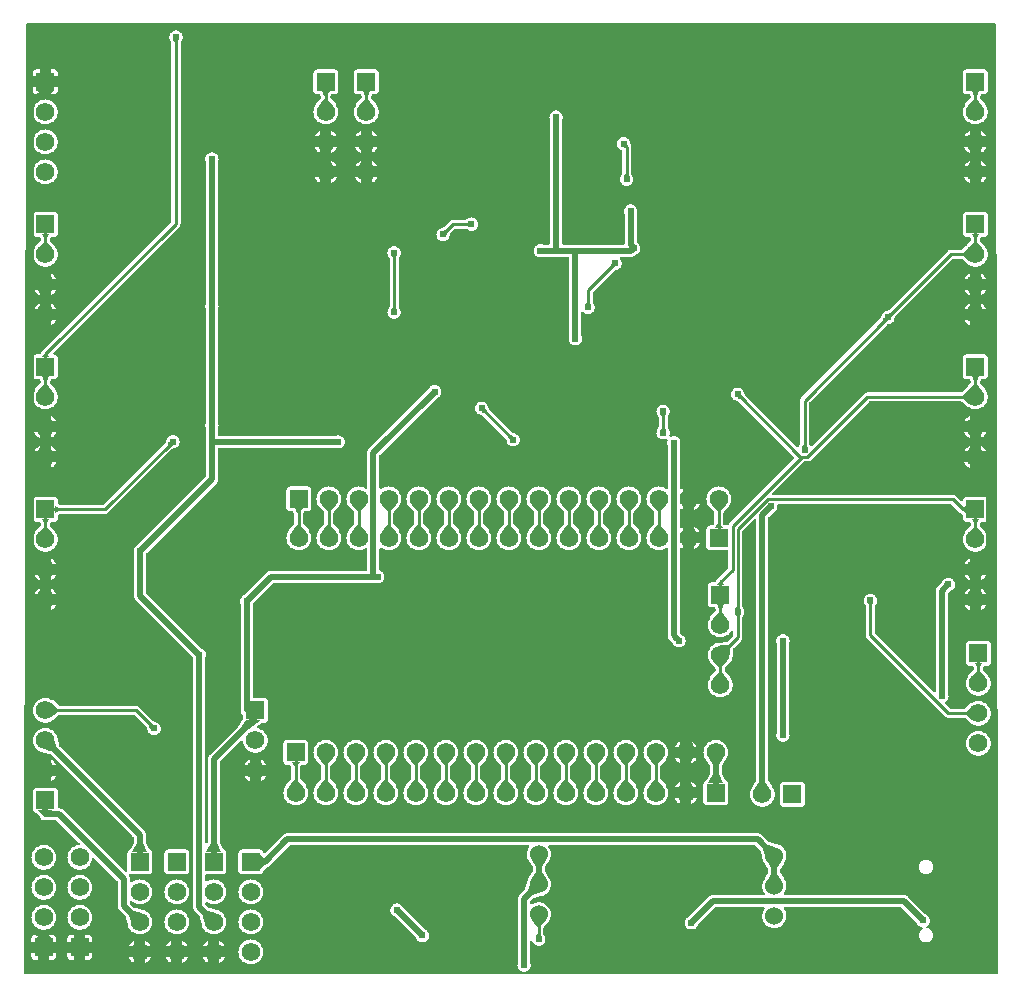
<source format=gbl>
G04 Layer: BottomLayer*
G04 EasyEDA v6.5.40, 2024-04-23 11:15:46*
G04 c7e9cca6e7fb4e88997dfbcd3db0eb44,2d5800d2cc32464ebd88bb1e24ba3ef2,10*
G04 Gerber Generator version 0.2*
G04 Scale: 100 percent, Rotated: No, Reflected: No *
G04 Dimensions in inches *
G04 leading zeros omitted , absolute positions ,3 integer and 6 decimal *
%FSLAX36Y36*%
%MOIN*%

%AMMACRO1*21,1,$1,$2,0,0,$3*%
%ADD10C,0.0200*%
%ADD11C,0.0100*%
%ADD12MACRO1,0.062X0.062X-90.0000*%
%ADD13C,0.0620*%
%ADD14MACRO1,0.062X0.062X90.0000*%
%ADD15MACRO1,0.062X0.062X0.0000*%
%ADD16C,0.0600*%
%ADD17C,0.0240*%
%ADD18C,0.0140*%

%LPD*%
G36*
X84200Y740200D02*
G01*
X82660Y740500D01*
X81380Y741380D01*
X80500Y742660D01*
X80200Y744200D01*
X80200Y875000D01*
X85180Y3905800D01*
X85480Y3907340D01*
X86359Y3908639D01*
X87640Y3909500D01*
X89179Y3909800D01*
X3315820Y3909800D01*
X3317360Y3909500D01*
X3318660Y3908639D01*
X3319520Y3907340D01*
X3319820Y3905800D01*
X3324800Y874980D01*
X3324800Y744200D01*
X3324500Y742660D01*
X3323620Y741380D01*
X3322340Y740500D01*
X3320800Y740200D01*
G37*

%LPC*%
G36*
X1745980Y748280D02*
G01*
X1749820Y748620D01*
X1753560Y749620D01*
X1757060Y751260D01*
X1760240Y753480D01*
X1762960Y756200D01*
X1765180Y759380D01*
X1766819Y762880D01*
X1767820Y766620D01*
X1768160Y770460D01*
X1767820Y774320D01*
X1766819Y778060D01*
X1766540Y778640D01*
X1766180Y780340D01*
X1766180Y849380D01*
X1766500Y850980D01*
X1767440Y852300D01*
X1768839Y853139D01*
X1770460Y853360D01*
X1772040Y852900D01*
X1773300Y851860D01*
X1775780Y846460D01*
X1778000Y843280D01*
X1780740Y840560D01*
X1783899Y838340D01*
X1787420Y836700D01*
X1791140Y835699D01*
X1795000Y835360D01*
X1798860Y835699D01*
X1802580Y836700D01*
X1806100Y838340D01*
X1809259Y840560D01*
X1812000Y843280D01*
X1814220Y846460D01*
X1815840Y849960D01*
X1816840Y853700D01*
X1817180Y857540D01*
X1816840Y861400D01*
X1815840Y865140D01*
X1814220Y868640D01*
X1812760Y870800D01*
X1810580Y875380D01*
X1810200Y877099D01*
X1810200Y894020D01*
X1810440Y895380D01*
X1811120Y896580D01*
X1825400Y913700D01*
X1828880Y918360D01*
X1831459Y923080D01*
X1833380Y928080D01*
X1834640Y933300D01*
X1835160Y938660D01*
X1834980Y944020D01*
X1834100Y949320D01*
X1832500Y954440D01*
X1830240Y959320D01*
X1827360Y963840D01*
X1823899Y967940D01*
X1819900Y971540D01*
X1815480Y974580D01*
X1810700Y977000D01*
X1805620Y978760D01*
X1800360Y979820D01*
X1795000Y980180D01*
X1789640Y979820D01*
X1784379Y978760D01*
X1779300Y977000D01*
X1774520Y974580D01*
X1772440Y973139D01*
X1770840Y972500D01*
X1769120Y972580D01*
X1767580Y973379D01*
X1766540Y974760D01*
X1766180Y976440D01*
X1766180Y980939D01*
X1766480Y982480D01*
X1767340Y983780D01*
X1777640Y994080D01*
X1778500Y994720D01*
X1779480Y995120D01*
X1798740Y1000020D01*
X1803000Y1000600D01*
X1808180Y1002020D01*
X1813120Y1004120D01*
X1817740Y1006860D01*
X1821960Y1010180D01*
X1825700Y1014040D01*
X1828880Y1018360D01*
X1831459Y1023080D01*
X1833380Y1028080D01*
X1834640Y1033300D01*
X1835160Y1038660D01*
X1834980Y1044020D01*
X1834100Y1049320D01*
X1832500Y1054440D01*
X1830240Y1059320D01*
X1827360Y1063840D01*
X1825960Y1065560D01*
X1815760Y1082700D01*
X1815340Y1083680D01*
X1815200Y1084740D01*
X1815200Y1095260D01*
X1815340Y1096320D01*
X1815760Y1097300D01*
X1825800Y1114160D01*
X1828880Y1118360D01*
X1831459Y1123080D01*
X1833380Y1128080D01*
X1834640Y1133300D01*
X1835160Y1138660D01*
X1834980Y1144020D01*
X1834100Y1149320D01*
X1832500Y1154440D01*
X1830240Y1159320D01*
X1827320Y1163900D01*
X1826720Y1165500D01*
X1826860Y1167180D01*
X1827660Y1168680D01*
X1829019Y1169700D01*
X1830680Y1170060D01*
X2514720Y1170060D01*
X2516260Y1169740D01*
X2517560Y1168880D01*
X2534080Y1152360D01*
X2534720Y1151500D01*
X2535120Y1150520D01*
X2540040Y1131140D01*
X2540360Y1128300D01*
X2541620Y1123080D01*
X2543540Y1118080D01*
X2546120Y1113360D01*
X2549200Y1109160D01*
X2559240Y1092300D01*
X2559660Y1091320D01*
X2559800Y1090260D01*
X2559800Y1079740D01*
X2559660Y1078680D01*
X2559240Y1077700D01*
X2549040Y1060560D01*
X2547640Y1058840D01*
X2544760Y1054320D01*
X2542500Y1049440D01*
X2540900Y1044320D01*
X2540020Y1039020D01*
X2539840Y1033660D01*
X2540360Y1028300D01*
X2541620Y1023080D01*
X2543540Y1018080D01*
X2546120Y1013360D01*
X2547740Y1011180D01*
X2548440Y1009580D01*
X2548400Y1007840D01*
X2547600Y1006280D01*
X2546220Y1005200D01*
X2544520Y1004820D01*
X2376560Y1004820D01*
X2374720Y1004740D01*
X2372980Y1004500D01*
X2371260Y1004120D01*
X2369580Y1003600D01*
X2367940Y1002920D01*
X2366380Y1002099D01*
X2364900Y1001160D01*
X2363500Y1000080D01*
X2362140Y998840D01*
X2296340Y933040D01*
X2295220Y932260D01*
X2292600Y931040D01*
X2289420Y928820D01*
X2286700Y926080D01*
X2284480Y922920D01*
X2282840Y919400D01*
X2281840Y915680D01*
X2281500Y911820D01*
X2281840Y907960D01*
X2282840Y904240D01*
X2284480Y900720D01*
X2286700Y897560D01*
X2289420Y894820D01*
X2292600Y892600D01*
X2296100Y890980D01*
X2299840Y889980D01*
X2303700Y889640D01*
X2307540Y889980D01*
X2311280Y890980D01*
X2314780Y892600D01*
X2317960Y894820D01*
X2320680Y897560D01*
X2322900Y900720D01*
X2324120Y903340D01*
X2324920Y904479D01*
X2383680Y963240D01*
X2384980Y964100D01*
X2386500Y964419D01*
X2543900Y964419D01*
X2545560Y964060D01*
X2546920Y963040D01*
X2547740Y961540D01*
X2547860Y959860D01*
X2547280Y958259D01*
X2544760Y954320D01*
X2542500Y949440D01*
X2540900Y944320D01*
X2540020Y939020D01*
X2539840Y933660D01*
X2540360Y928300D01*
X2541620Y923080D01*
X2543540Y918080D01*
X2546120Y913360D01*
X2549300Y909040D01*
X2553040Y905180D01*
X2557260Y901860D01*
X2561880Y899120D01*
X2566820Y897020D01*
X2572000Y895600D01*
X2577320Y894900D01*
X2582679Y894900D01*
X2588000Y895600D01*
X2593180Y897020D01*
X2598120Y899120D01*
X2602740Y901860D01*
X2606960Y905180D01*
X2610700Y909040D01*
X2613880Y913360D01*
X2616460Y918080D01*
X2618380Y923080D01*
X2619640Y928300D01*
X2620160Y933660D01*
X2619980Y939020D01*
X2619100Y944320D01*
X2617500Y949440D01*
X2615240Y954320D01*
X2612720Y958259D01*
X2612140Y959860D01*
X2612260Y961540D01*
X2613080Y963040D01*
X2614440Y964060D01*
X2616100Y964419D01*
X3001120Y964419D01*
X3002640Y964100D01*
X3003940Y963240D01*
X3054940Y912240D01*
X3055740Y911100D01*
X3056960Y908480D01*
X3059180Y905300D01*
X3061920Y902580D01*
X3065080Y900360D01*
X3068600Y898720D01*
X3071400Y897960D01*
X3072960Y897140D01*
X3074020Y895740D01*
X3074380Y894020D01*
X3073940Y892300D01*
X3072840Y890939D01*
X3069640Y888460D01*
X3066960Y885560D01*
X3064800Y882240D01*
X3063200Y878620D01*
X3062240Y874780D01*
X3061900Y870819D01*
X3062240Y866880D01*
X3063200Y863040D01*
X3064800Y859419D01*
X3066960Y856100D01*
X3069640Y853199D01*
X3072760Y850759D01*
X3076240Y848880D01*
X3079980Y847600D01*
X3083900Y846940D01*
X3087840Y846940D01*
X3091760Y847600D01*
X3095500Y848880D01*
X3098980Y850759D01*
X3102100Y853199D01*
X3104780Y856100D01*
X3106940Y859419D01*
X3108540Y863040D01*
X3109500Y866880D01*
X3109840Y870819D01*
X3109500Y874780D01*
X3108540Y878620D01*
X3106940Y882240D01*
X3104780Y885560D01*
X3102100Y888460D01*
X3098980Y890900D01*
X3095500Y892780D01*
X3091760Y894060D01*
X3090520Y894260D01*
X3089060Y894820D01*
X3087919Y895900D01*
X3087280Y897320D01*
X3087240Y898900D01*
X3087799Y900360D01*
X3088880Y901480D01*
X3090440Y902580D01*
X3093180Y905300D01*
X3095400Y908480D01*
X3097020Y911979D01*
X3098020Y915720D01*
X3098360Y919560D01*
X3098020Y923420D01*
X3097020Y927159D01*
X3095400Y930660D01*
X3093180Y933840D01*
X3090440Y936560D01*
X3087280Y938780D01*
X3084660Y940000D01*
X3083519Y940800D01*
X3025480Y998840D01*
X3024120Y1000080D01*
X3022720Y1001160D01*
X3021240Y1002099D01*
X3019680Y1002920D01*
X3018039Y1003600D01*
X3016360Y1004120D01*
X3014640Y1004500D01*
X3012900Y1004740D01*
X3011060Y1004820D01*
X2615480Y1004820D01*
X2613780Y1005200D01*
X2612400Y1006280D01*
X2611600Y1007840D01*
X2611560Y1009580D01*
X2612260Y1011180D01*
X2613880Y1013360D01*
X2616460Y1018080D01*
X2618380Y1023080D01*
X2619640Y1028300D01*
X2620160Y1033660D01*
X2619980Y1039020D01*
X2619100Y1044320D01*
X2617500Y1049440D01*
X2615240Y1054320D01*
X2612360Y1058840D01*
X2610960Y1060560D01*
X2600760Y1077700D01*
X2600340Y1078680D01*
X2600200Y1079740D01*
X2600200Y1090260D01*
X2600340Y1091320D01*
X2600760Y1092300D01*
X2610800Y1109160D01*
X2613880Y1113360D01*
X2616460Y1118080D01*
X2618380Y1123080D01*
X2619640Y1128300D01*
X2620160Y1133660D01*
X2619980Y1139020D01*
X2619100Y1144320D01*
X2617500Y1149440D01*
X2615240Y1154320D01*
X2612360Y1158840D01*
X2608900Y1162940D01*
X2604900Y1166540D01*
X2600480Y1169580D01*
X2595700Y1172000D01*
X2590620Y1173760D01*
X2585360Y1174820D01*
X2583680Y1175000D01*
X2564480Y1179880D01*
X2563500Y1180280D01*
X2562640Y1180920D01*
X2539100Y1204480D01*
X2537740Y1205720D01*
X2536340Y1206800D01*
X2534840Y1207740D01*
X2533280Y1208560D01*
X2531660Y1209240D01*
X2529980Y1209760D01*
X2528260Y1210140D01*
X2526520Y1210380D01*
X2524660Y1210460D01*
X957340Y1210460D01*
X955500Y1210380D01*
X953760Y1210140D01*
X952039Y1209760D01*
X950360Y1209240D01*
X948720Y1208560D01*
X947159Y1207740D01*
X945680Y1206800D01*
X944280Y1205720D01*
X942920Y1204480D01*
X882880Y1144440D01*
X881660Y1143600D01*
X880200Y1143280D01*
X878740Y1143500D01*
X877440Y1144240D01*
X876520Y1145400D01*
X876080Y1146820D01*
X875920Y1148260D01*
X875160Y1150420D01*
X873960Y1152340D01*
X872340Y1153960D01*
X870420Y1155160D01*
X868259Y1155920D01*
X865780Y1156200D01*
X804220Y1156200D01*
X801740Y1155920D01*
X799580Y1155160D01*
X797660Y1153960D01*
X796040Y1152340D01*
X794840Y1150420D01*
X794080Y1148260D01*
X793800Y1145780D01*
X793800Y1084220D01*
X794080Y1081740D01*
X794840Y1079580D01*
X796040Y1077660D01*
X797660Y1076040D01*
X799580Y1074840D01*
X801740Y1074080D01*
X804220Y1073800D01*
X865780Y1073800D01*
X868259Y1074080D01*
X870420Y1074840D01*
X872340Y1076040D01*
X873960Y1077660D01*
X875160Y1079580D01*
X875920Y1081740D01*
X876200Y1084280D01*
X876600Y1085620D01*
X877440Y1086740D01*
X885879Y1094660D01*
X887420Y1095560D01*
X888900Y1096020D01*
X890540Y1096700D01*
X892099Y1097500D01*
X893600Y1098460D01*
X894980Y1099520D01*
X896360Y1100780D01*
X964460Y1168880D01*
X965759Y1169740D01*
X967280Y1170060D01*
X1759319Y1170060D01*
X1760980Y1169700D01*
X1762340Y1168680D01*
X1763140Y1167180D01*
X1763280Y1165500D01*
X1762680Y1163900D01*
X1759760Y1159320D01*
X1757500Y1154440D01*
X1755900Y1149320D01*
X1755020Y1144020D01*
X1754840Y1138660D01*
X1755360Y1133300D01*
X1756620Y1128080D01*
X1758540Y1123080D01*
X1761120Y1118360D01*
X1764199Y1114160D01*
X1774240Y1097300D01*
X1774660Y1096320D01*
X1774800Y1095260D01*
X1774800Y1084740D01*
X1774660Y1083680D01*
X1774240Y1082700D01*
X1764040Y1065560D01*
X1762640Y1063840D01*
X1759760Y1059320D01*
X1757500Y1054440D01*
X1755900Y1049320D01*
X1754900Y1043300D01*
X1750120Y1024479D01*
X1749720Y1023500D01*
X1749079Y1022640D01*
X1731740Y1005320D01*
X1730500Y1003960D01*
X1729420Y1002560D01*
X1728480Y1001080D01*
X1727660Y999500D01*
X1727000Y997880D01*
X1726459Y996200D01*
X1726080Y994479D01*
X1725860Y992740D01*
X1725780Y990879D01*
X1725780Y780340D01*
X1725400Y778640D01*
X1725120Y778060D01*
X1724120Y774320D01*
X1723779Y770460D01*
X1724120Y766620D01*
X1725120Y762880D01*
X1726759Y759380D01*
X1728980Y756200D01*
X1731699Y753480D01*
X1734880Y751260D01*
X1738380Y749620D01*
X1742120Y748620D01*
G37*
G36*
X835000Y773800D02*
G01*
X840380Y774160D01*
X845660Y775220D01*
X850759Y776940D01*
X855600Y779320D01*
X860080Y782320D01*
X864120Y785879D01*
X867680Y789920D01*
X870680Y794400D01*
X873060Y799240D01*
X874780Y804340D01*
X875840Y809620D01*
X876200Y815000D01*
X875840Y820380D01*
X874780Y825660D01*
X873060Y830759D01*
X870680Y835600D01*
X867680Y840080D01*
X864120Y844120D01*
X860080Y847680D01*
X855600Y850680D01*
X850759Y853060D01*
X845660Y854780D01*
X840380Y855840D01*
X835000Y856200D01*
X829620Y855840D01*
X824340Y854780D01*
X819240Y853060D01*
X814400Y850680D01*
X809920Y847680D01*
X805879Y844120D01*
X802320Y840080D01*
X799320Y835600D01*
X796940Y830759D01*
X795220Y825660D01*
X794160Y820380D01*
X793800Y815000D01*
X794160Y809620D01*
X795220Y804340D01*
X796940Y799240D01*
X799320Y794400D01*
X802320Y789920D01*
X805879Y785879D01*
X809920Y782320D01*
X814400Y779320D01*
X819240Y776940D01*
X824340Y775220D01*
X829620Y774160D01*
G37*
G36*
X447000Y778040D02*
G01*
X447000Y797000D01*
X428040Y797000D01*
X429320Y794400D01*
X432320Y789920D01*
X435880Y785879D01*
X439920Y782320D01*
X444400Y779320D01*
G37*
G36*
X693660Y778040D02*
G01*
X693660Y797000D01*
X674720Y797000D01*
X676000Y794400D01*
X678980Y789920D01*
X682540Y785879D01*
X686600Y782320D01*
X691080Y779320D01*
G37*
G36*
X570340Y778040D02*
G01*
X570340Y797000D01*
X551380Y797000D01*
X552660Y794400D01*
X555660Y789920D01*
X559200Y785879D01*
X563260Y782320D01*
X567740Y779320D01*
G37*
G36*
X729659Y778040D02*
G01*
X732260Y779320D01*
X736740Y782320D01*
X740800Y785879D01*
X744340Y789920D01*
X747340Y794400D01*
X748620Y797000D01*
X729659Y797000D01*
G37*
G36*
X606340Y778040D02*
G01*
X608920Y779320D01*
X613400Y782320D01*
X617460Y785879D01*
X621020Y789920D01*
X624000Y794400D01*
X625280Y797000D01*
X606340Y797000D01*
G37*
G36*
X483000Y778040D02*
G01*
X485600Y779320D01*
X490080Y782320D01*
X494120Y785879D01*
X497680Y789920D01*
X500680Y794400D01*
X501960Y797000D01*
X483000Y797000D01*
G37*
G36*
X163000Y788800D02*
G01*
X175780Y788800D01*
X178260Y789080D01*
X180420Y789840D01*
X182340Y791040D01*
X183960Y792660D01*
X185159Y794580D01*
X185920Y796740D01*
X186200Y799220D01*
X186200Y812000D01*
X163000Y812000D01*
G37*
G36*
X283000Y788800D02*
G01*
X295780Y788800D01*
X298260Y789080D01*
X300420Y789840D01*
X302340Y791040D01*
X303960Y792660D01*
X305160Y794580D01*
X305920Y796740D01*
X306200Y799220D01*
X306200Y812000D01*
X283000Y812000D01*
G37*
G36*
X234220Y788800D02*
G01*
X247000Y788800D01*
X247000Y812000D01*
X223800Y812000D01*
X223800Y799220D01*
X224080Y796740D01*
X224840Y794580D01*
X226040Y792660D01*
X227659Y791040D01*
X229579Y789840D01*
X231740Y789080D01*
G37*
G36*
X114220Y788800D02*
G01*
X127000Y788800D01*
X127000Y812000D01*
X103800Y812000D01*
X103800Y799220D01*
X104080Y796740D01*
X104840Y794580D01*
X106039Y792660D01*
X107660Y791040D01*
X109580Y789840D01*
X111740Y789080D01*
G37*
G36*
X483000Y833000D02*
G01*
X501960Y833000D01*
X500680Y835600D01*
X497680Y840080D01*
X494120Y844120D01*
X490080Y847680D01*
X485600Y850680D01*
X483000Y851960D01*
G37*
G36*
X729659Y833000D02*
G01*
X748620Y833000D01*
X747340Y835600D01*
X744340Y840080D01*
X740800Y844120D01*
X736740Y847680D01*
X732260Y850680D01*
X729659Y851960D01*
G37*
G36*
X674720Y833000D02*
G01*
X693660Y833000D01*
X693660Y851960D01*
X691080Y850680D01*
X686600Y847680D01*
X682540Y844120D01*
X678980Y840080D01*
X676000Y835600D01*
G37*
G36*
X551380Y833000D02*
G01*
X570340Y833000D01*
X570340Y851960D01*
X567740Y850680D01*
X563260Y847680D01*
X559200Y844120D01*
X555660Y840080D01*
X552660Y835600D01*
G37*
G36*
X606340Y833000D02*
G01*
X625280Y833000D01*
X624000Y835600D01*
X621020Y840080D01*
X617460Y844120D01*
X613400Y847680D01*
X608920Y850680D01*
X606340Y851960D01*
G37*
G36*
X428040Y833000D02*
G01*
X447000Y833000D01*
X447000Y851960D01*
X444400Y850680D01*
X439920Y847680D01*
X435880Y844120D01*
X432320Y840080D01*
X429320Y835600D01*
G37*
G36*
X1406960Y847140D02*
G01*
X1410820Y847480D01*
X1414540Y848480D01*
X1418060Y850120D01*
X1421220Y852340D01*
X1423959Y855060D01*
X1426180Y858240D01*
X1427800Y861740D01*
X1428800Y865480D01*
X1429139Y869320D01*
X1428800Y873180D01*
X1427800Y876919D01*
X1426180Y880420D01*
X1423959Y883600D01*
X1421220Y886320D01*
X1418060Y888540D01*
X1415440Y889760D01*
X1414300Y890560D01*
X1342960Y961900D01*
X1342160Y963040D01*
X1340940Y965660D01*
X1338720Y968820D01*
X1336000Y971560D01*
X1332820Y973780D01*
X1329319Y975400D01*
X1325580Y976400D01*
X1321740Y976740D01*
X1317880Y976400D01*
X1314139Y975400D01*
X1310640Y973780D01*
X1307460Y971560D01*
X1304740Y968820D01*
X1302520Y965660D01*
X1300880Y962140D01*
X1299880Y958420D01*
X1299540Y954560D01*
X1299880Y950699D01*
X1300880Y946979D01*
X1302520Y943460D01*
X1304740Y940300D01*
X1307460Y937560D01*
X1310640Y935340D01*
X1313260Y934120D01*
X1314400Y933319D01*
X1385720Y862000D01*
X1386519Y860860D01*
X1387740Y858240D01*
X1389960Y855060D01*
X1392700Y852340D01*
X1395860Y850120D01*
X1399379Y848480D01*
X1403100Y847480D01*
G37*
G36*
X283000Y848000D02*
G01*
X306200Y848000D01*
X306200Y860780D01*
X305920Y863259D01*
X305160Y865420D01*
X303960Y867340D01*
X302340Y868960D01*
X300420Y870160D01*
X298260Y870920D01*
X295780Y871200D01*
X283000Y871200D01*
G37*
G36*
X163000Y848000D02*
G01*
X186200Y848000D01*
X186200Y860780D01*
X185920Y863259D01*
X185159Y865420D01*
X183960Y867340D01*
X182340Y868960D01*
X180420Y870160D01*
X178260Y870920D01*
X175780Y871200D01*
X163000Y871200D01*
G37*
G36*
X223800Y848000D02*
G01*
X247000Y848000D01*
X247000Y871200D01*
X234220Y871200D01*
X231740Y870920D01*
X229579Y870160D01*
X227659Y868960D01*
X226040Y867340D01*
X224840Y865420D01*
X224080Y863259D01*
X223800Y860780D01*
G37*
G36*
X103800Y848000D02*
G01*
X127000Y848000D01*
X127000Y871200D01*
X114220Y871200D01*
X111740Y870920D01*
X109580Y870160D01*
X107660Y868960D01*
X106039Y867340D01*
X104840Y865420D01*
X104080Y863259D01*
X103800Y860780D01*
G37*
G36*
X588340Y873800D02*
G01*
X593700Y874160D01*
X599000Y875220D01*
X604100Y876940D01*
X608920Y879320D01*
X613400Y882320D01*
X617460Y885879D01*
X621020Y889920D01*
X624000Y894400D01*
X626380Y899240D01*
X628120Y904340D01*
X629180Y909620D01*
X629520Y915000D01*
X629180Y920380D01*
X628120Y925660D01*
X626380Y930759D01*
X624000Y935600D01*
X621020Y940080D01*
X617460Y944120D01*
X613400Y947680D01*
X608920Y950680D01*
X604100Y953060D01*
X599000Y954780D01*
X593700Y955840D01*
X588340Y956200D01*
X582960Y955840D01*
X577680Y954780D01*
X572560Y953060D01*
X567740Y950680D01*
X563260Y947680D01*
X559200Y944120D01*
X555660Y940080D01*
X552660Y935600D01*
X550280Y930759D01*
X548540Y925660D01*
X547500Y920380D01*
X547140Y915000D01*
X547500Y909620D01*
X548540Y904340D01*
X550280Y899240D01*
X552660Y894400D01*
X555660Y889920D01*
X559200Y885879D01*
X563260Y882320D01*
X567740Y879320D01*
X572560Y876940D01*
X577680Y875220D01*
X582960Y874160D01*
G37*
G36*
X835000Y873800D02*
G01*
X840380Y874160D01*
X845660Y875220D01*
X850759Y876940D01*
X855600Y879320D01*
X860080Y882320D01*
X864120Y885879D01*
X867680Y889920D01*
X870680Y894400D01*
X873060Y899240D01*
X874780Y904340D01*
X875840Y909620D01*
X876200Y915000D01*
X875840Y920380D01*
X874780Y925660D01*
X873060Y930759D01*
X870680Y935600D01*
X867680Y940080D01*
X864120Y944120D01*
X860080Y947680D01*
X855600Y950680D01*
X850759Y953060D01*
X845660Y954780D01*
X840380Y955840D01*
X835000Y956200D01*
X829620Y955840D01*
X824340Y954780D01*
X819240Y953060D01*
X814400Y950680D01*
X809920Y947680D01*
X805879Y944120D01*
X802320Y940080D01*
X799320Y935600D01*
X796940Y930759D01*
X795220Y925660D01*
X794160Y920380D01*
X793800Y915000D01*
X794160Y909620D01*
X795220Y904340D01*
X796940Y899240D01*
X799320Y894400D01*
X802320Y889920D01*
X805879Y885879D01*
X809920Y882320D01*
X814400Y879320D01*
X819240Y876940D01*
X824340Y875220D01*
X829620Y874160D01*
G37*
G36*
X465000Y873800D02*
G01*
X470379Y874160D01*
X475660Y875220D01*
X480760Y876940D01*
X485600Y879320D01*
X490080Y882320D01*
X494120Y885879D01*
X497680Y889920D01*
X500680Y894400D01*
X503060Y899240D01*
X504780Y904340D01*
X505840Y909620D01*
X506200Y915000D01*
X505840Y920380D01*
X504780Y925660D01*
X503060Y930759D01*
X500680Y935600D01*
X497680Y940080D01*
X494120Y944120D01*
X490080Y947680D01*
X485600Y950680D01*
X480760Y953060D01*
X475660Y954780D01*
X470379Y955840D01*
X468700Y956000D01*
X448500Y960900D01*
X447480Y961300D01*
X446620Y961960D01*
X433459Y975120D01*
X432580Y976420D01*
X432280Y977940D01*
X432280Y980200D01*
X432560Y981680D01*
X433400Y982960D01*
X434620Y983840D01*
X436100Y984200D01*
X437600Y983960D01*
X438920Y983199D01*
X439920Y982320D01*
X444400Y979320D01*
X449240Y976940D01*
X454340Y975220D01*
X459620Y974160D01*
X465000Y973800D01*
X470379Y974160D01*
X475660Y975220D01*
X480760Y976940D01*
X485600Y979320D01*
X490080Y982320D01*
X494120Y985879D01*
X497680Y989920D01*
X500680Y994400D01*
X503060Y999240D01*
X504780Y1004340D01*
X505840Y1009620D01*
X506200Y1015000D01*
X505840Y1020380D01*
X504780Y1025660D01*
X503060Y1030759D01*
X500680Y1035600D01*
X497680Y1040080D01*
X494120Y1044120D01*
X490080Y1047680D01*
X485600Y1050680D01*
X480760Y1053060D01*
X475660Y1054780D01*
X470379Y1055840D01*
X465000Y1056200D01*
X459620Y1055840D01*
X454340Y1054780D01*
X449240Y1053060D01*
X444400Y1050680D01*
X439920Y1047680D01*
X438920Y1046800D01*
X437600Y1046040D01*
X436100Y1045800D01*
X434620Y1046160D01*
X433400Y1047039D01*
X432560Y1048319D01*
X432280Y1049800D01*
X432280Y1057840D01*
X432200Y1059680D01*
X431960Y1061420D01*
X431580Y1063140D01*
X431060Y1064820D01*
X430379Y1066460D01*
X429560Y1068060D01*
X429099Y1069720D01*
X429400Y1071400D01*
X430360Y1072820D01*
X431840Y1073700D01*
X433540Y1073880D01*
X434219Y1073800D01*
X495780Y1073800D01*
X498260Y1074080D01*
X500420Y1074840D01*
X502340Y1076040D01*
X503960Y1077660D01*
X505160Y1079580D01*
X505920Y1081740D01*
X506200Y1084220D01*
X506200Y1145780D01*
X505920Y1148260D01*
X505160Y1150420D01*
X503960Y1152340D01*
X502340Y1153960D01*
X500439Y1155160D01*
X497680Y1156080D01*
X496320Y1156840D01*
X495360Y1158080D01*
X485620Y1177560D01*
X485200Y1179360D01*
X485200Y1204920D01*
X485120Y1206760D01*
X484880Y1208500D01*
X484500Y1210220D01*
X483980Y1211900D01*
X483300Y1213540D01*
X482500Y1215100D01*
X481540Y1216580D01*
X480480Y1217980D01*
X479219Y1219340D01*
X196960Y1501620D01*
X196300Y1502480D01*
X195900Y1503500D01*
X191000Y1523700D01*
X190840Y1525380D01*
X189780Y1530660D01*
X188060Y1535760D01*
X185680Y1540600D01*
X182680Y1545080D01*
X179120Y1549120D01*
X175080Y1552680D01*
X170600Y1555680D01*
X165760Y1558060D01*
X160660Y1559780D01*
X155380Y1560840D01*
X150000Y1561200D01*
X144620Y1560840D01*
X139340Y1559780D01*
X134240Y1558060D01*
X129400Y1555680D01*
X124920Y1552680D01*
X120879Y1549120D01*
X117320Y1545080D01*
X114320Y1540600D01*
X111940Y1535760D01*
X110220Y1530660D01*
X109160Y1525380D01*
X108800Y1520000D01*
X109160Y1514620D01*
X110220Y1509340D01*
X111940Y1504240D01*
X114320Y1499400D01*
X117320Y1494920D01*
X120879Y1490880D01*
X124920Y1487320D01*
X129400Y1484319D01*
X134240Y1481940D01*
X139340Y1480220D01*
X144620Y1479160D01*
X146300Y1479000D01*
X166500Y1474120D01*
X167520Y1473720D01*
X168380Y1473060D01*
X443620Y1197800D01*
X444500Y1196500D01*
X444799Y1194980D01*
X444799Y1179360D01*
X444380Y1177560D01*
X434640Y1158080D01*
X433680Y1156840D01*
X432320Y1156080D01*
X429560Y1155160D01*
X427660Y1153960D01*
X426040Y1152340D01*
X424840Y1150420D01*
X424080Y1148260D01*
X423800Y1145780D01*
X423800Y1084420D01*
X423500Y1082900D01*
X422620Y1081600D01*
X421340Y1080740D01*
X419799Y1080420D01*
X418260Y1080740D01*
X416980Y1081600D01*
X211360Y1287220D01*
X210000Y1288460D01*
X208600Y1289540D01*
X207100Y1290480D01*
X205539Y1291300D01*
X203920Y1291980D01*
X202240Y1292500D01*
X200520Y1292880D01*
X198820Y1293100D01*
X195100Y1293200D01*
X193600Y1293520D01*
X192340Y1294400D01*
X191500Y1295680D01*
X191200Y1297200D01*
X191200Y1350780D01*
X190920Y1353260D01*
X190159Y1355420D01*
X188960Y1357340D01*
X187340Y1358959D01*
X185420Y1360160D01*
X183260Y1360920D01*
X180780Y1361200D01*
X119220Y1361200D01*
X116740Y1360920D01*
X114580Y1360160D01*
X112660Y1358959D01*
X111039Y1357340D01*
X109840Y1355420D01*
X109080Y1353260D01*
X108800Y1350780D01*
X108800Y1289220D01*
X109080Y1286740D01*
X109840Y1284580D01*
X111039Y1282660D01*
X112660Y1281040D01*
X114580Y1279840D01*
X116740Y1279080D01*
X119280Y1278800D01*
X120620Y1278400D01*
X121740Y1277560D01*
X129760Y1269000D01*
X130340Y1268200D01*
X131039Y1266080D01*
X132520Y1262900D01*
X134540Y1260020D01*
X137020Y1257520D01*
X139900Y1255520D01*
X143100Y1254020D01*
X146500Y1253120D01*
X150180Y1252800D01*
X186980Y1252800D01*
X188520Y1252480D01*
X189820Y1251620D01*
X263680Y1177760D01*
X264520Y1176500D01*
X264840Y1175020D01*
X264600Y1173520D01*
X263800Y1172220D01*
X262580Y1171320D01*
X261119Y1170940D01*
X259620Y1170840D01*
X254340Y1169780D01*
X249240Y1168060D01*
X244400Y1165680D01*
X239920Y1162680D01*
X235880Y1159120D01*
X232320Y1155080D01*
X229320Y1150600D01*
X226940Y1145760D01*
X225219Y1140660D01*
X224160Y1135380D01*
X223800Y1130000D01*
X224160Y1124620D01*
X225219Y1119340D01*
X226940Y1114240D01*
X229320Y1109400D01*
X232320Y1104920D01*
X235880Y1100880D01*
X239920Y1097320D01*
X244400Y1094320D01*
X249240Y1091940D01*
X254340Y1090220D01*
X259620Y1089160D01*
X265000Y1088800D01*
X270380Y1089160D01*
X275660Y1090220D01*
X280760Y1091940D01*
X285600Y1094320D01*
X290080Y1097320D01*
X294120Y1100880D01*
X297680Y1104920D01*
X300680Y1109400D01*
X303060Y1114240D01*
X304780Y1119340D01*
X305840Y1124620D01*
X305940Y1126120D01*
X306320Y1127580D01*
X307220Y1128800D01*
X308520Y1129600D01*
X310020Y1129840D01*
X311500Y1129520D01*
X312760Y1128680D01*
X390700Y1050720D01*
X391580Y1049420D01*
X391880Y1047900D01*
X391880Y968000D01*
X391960Y966160D01*
X392200Y964419D01*
X392580Y962700D01*
X393100Y961020D01*
X393780Y959380D01*
X394580Y957820D01*
X395540Y956340D01*
X396599Y954940D01*
X397860Y953580D01*
X418060Y933379D01*
X418720Y932520D01*
X419120Y931500D01*
X424000Y911300D01*
X424159Y909620D01*
X425220Y904340D01*
X426940Y899240D01*
X429320Y894400D01*
X432320Y889920D01*
X435880Y885879D01*
X439920Y882320D01*
X444400Y879320D01*
X449240Y876940D01*
X454340Y875220D01*
X459620Y874160D01*
G37*
G36*
X711660Y873800D02*
G01*
X717039Y874160D01*
X722320Y875220D01*
X727440Y876940D01*
X732260Y879320D01*
X736740Y882320D01*
X740800Y885879D01*
X744340Y889920D01*
X747340Y894400D01*
X749720Y899240D01*
X751460Y904340D01*
X752500Y909620D01*
X752860Y915000D01*
X752500Y920380D01*
X751460Y925660D01*
X749720Y930759D01*
X747340Y935600D01*
X744340Y940080D01*
X740800Y944120D01*
X736740Y947680D01*
X732260Y950680D01*
X727440Y953060D01*
X722320Y954780D01*
X717039Y955840D01*
X715360Y956000D01*
X695180Y960900D01*
X694160Y961300D01*
X693280Y961960D01*
X684640Y970600D01*
X683780Y971900D01*
X683480Y973420D01*
X683480Y976919D01*
X683840Y978600D01*
X684880Y979960D01*
X686380Y980780D01*
X688100Y980879D01*
X689700Y980240D01*
X691080Y979320D01*
X695900Y976940D01*
X701000Y975220D01*
X706300Y974160D01*
X711660Y973800D01*
X717039Y974160D01*
X722320Y975220D01*
X727440Y976940D01*
X732260Y979320D01*
X736740Y982320D01*
X740800Y985879D01*
X744340Y989920D01*
X747340Y994400D01*
X749720Y999240D01*
X751460Y1004340D01*
X752500Y1009620D01*
X752860Y1015000D01*
X752500Y1020380D01*
X751460Y1025660D01*
X749720Y1030759D01*
X747340Y1035600D01*
X744340Y1040080D01*
X740800Y1044120D01*
X736740Y1047680D01*
X732260Y1050680D01*
X727440Y1053060D01*
X722320Y1054780D01*
X717039Y1055840D01*
X711660Y1056200D01*
X706300Y1055840D01*
X701000Y1054780D01*
X695900Y1053060D01*
X691080Y1050680D01*
X689700Y1049760D01*
X688100Y1049120D01*
X686380Y1049220D01*
X684880Y1050040D01*
X683840Y1051400D01*
X683480Y1053080D01*
X683480Y1069800D01*
X683780Y1071340D01*
X684640Y1072620D01*
X685939Y1073500D01*
X687480Y1073800D01*
X742440Y1073800D01*
X744940Y1074080D01*
X747080Y1074840D01*
X749020Y1076040D01*
X750620Y1077660D01*
X751840Y1079580D01*
X752580Y1081740D01*
X752860Y1084220D01*
X752860Y1145780D01*
X752580Y1148260D01*
X751840Y1150420D01*
X750620Y1152340D01*
X749020Y1153960D01*
X747099Y1155160D01*
X744340Y1156080D01*
X743000Y1156840D01*
X742039Y1158080D01*
X732320Y1177500D01*
X731900Y1179300D01*
X731900Y1446680D01*
X732200Y1448200D01*
X733080Y1449500D01*
X802240Y1518680D01*
X803500Y1519520D01*
X804980Y1519840D01*
X806480Y1519600D01*
X807780Y1518800D01*
X808680Y1517580D01*
X809060Y1516100D01*
X809160Y1514620D01*
X810220Y1509340D01*
X811940Y1504240D01*
X814320Y1499400D01*
X817320Y1494920D01*
X820879Y1490880D01*
X824920Y1487320D01*
X829400Y1484319D01*
X834240Y1481940D01*
X839340Y1480220D01*
X844620Y1479160D01*
X850000Y1478800D01*
X855380Y1479160D01*
X860660Y1480220D01*
X865759Y1481940D01*
X870600Y1484319D01*
X875080Y1487320D01*
X879120Y1490880D01*
X882680Y1494920D01*
X885680Y1499400D01*
X888060Y1504240D01*
X889780Y1509340D01*
X890840Y1514620D01*
X891200Y1520000D01*
X890840Y1525380D01*
X889780Y1530660D01*
X888060Y1535760D01*
X885680Y1540600D01*
X882680Y1545080D01*
X879120Y1549120D01*
X875080Y1552680D01*
X870600Y1555680D01*
X865759Y1558060D01*
X860660Y1559780D01*
X858379Y1560240D01*
X856960Y1560820D01*
X855879Y1561900D01*
X855260Y1563300D01*
X855220Y1564820D01*
X855759Y1566260D01*
X856800Y1567380D01*
X871280Y1578020D01*
X872400Y1578600D01*
X873660Y1578800D01*
X880780Y1578800D01*
X883259Y1579079D01*
X885420Y1579840D01*
X887340Y1581040D01*
X888960Y1582660D01*
X890160Y1584580D01*
X890920Y1586740D01*
X891200Y1589220D01*
X891200Y1650780D01*
X890920Y1653260D01*
X890160Y1655420D01*
X888960Y1657340D01*
X887340Y1658959D01*
X885420Y1660160D01*
X883259Y1660920D01*
X880780Y1661200D01*
X845600Y1661200D01*
X844060Y1661500D01*
X842780Y1662380D01*
X841900Y1663660D01*
X841600Y1665200D01*
X841600Y1973920D01*
X841900Y1975460D01*
X842780Y1976759D01*
X909820Y2043820D01*
X911120Y2044680D01*
X912660Y2044980D01*
X1248100Y2044980D01*
X1249800Y2044600D01*
X1250380Y2044340D01*
X1254120Y2043340D01*
X1257960Y2043000D01*
X1261820Y2043340D01*
X1265560Y2044340D01*
X1269060Y2045960D01*
X1272240Y2048180D01*
X1274960Y2050920D01*
X1277180Y2054079D01*
X1278820Y2057600D01*
X1279820Y2061320D01*
X1280160Y2065180D01*
X1279820Y2069040D01*
X1278820Y2072760D01*
X1277180Y2076279D01*
X1274960Y2079440D01*
X1272240Y2082180D01*
X1269060Y2084400D01*
X1266020Y2085800D01*
X1264820Y2086680D01*
X1264000Y2087960D01*
X1263720Y2089440D01*
X1263720Y2158980D01*
X1264080Y2160660D01*
X1265120Y2162020D01*
X1266640Y2162840D01*
X1268340Y2162940D01*
X1269940Y2162300D01*
X1274400Y2159320D01*
X1279240Y2156940D01*
X1284340Y2155220D01*
X1289620Y2154160D01*
X1295000Y2153800D01*
X1300380Y2154160D01*
X1305660Y2155220D01*
X1310760Y2156940D01*
X1315600Y2159320D01*
X1320080Y2162320D01*
X1324120Y2165880D01*
X1327680Y2169920D01*
X1330680Y2174400D01*
X1333060Y2179240D01*
X1334780Y2184340D01*
X1335840Y2189620D01*
X1336200Y2195000D01*
X1335840Y2200380D01*
X1334780Y2205660D01*
X1333060Y2210760D01*
X1330680Y2215600D01*
X1327640Y2220140D01*
X1311140Y2239800D01*
X1310440Y2241020D01*
X1310200Y2242380D01*
X1310200Y2277620D01*
X1310440Y2278980D01*
X1311140Y2280200D01*
X1327640Y2299860D01*
X1330680Y2304400D01*
X1333060Y2309240D01*
X1334780Y2314340D01*
X1335840Y2319620D01*
X1336200Y2325000D01*
X1335840Y2330380D01*
X1334780Y2335660D01*
X1333060Y2340760D01*
X1330680Y2345600D01*
X1327680Y2350080D01*
X1324120Y2354120D01*
X1320080Y2357680D01*
X1315600Y2360680D01*
X1310760Y2363060D01*
X1305660Y2364780D01*
X1300380Y2365840D01*
X1295000Y2366200D01*
X1289620Y2365840D01*
X1284340Y2364780D01*
X1279240Y2363060D01*
X1274400Y2360680D01*
X1269940Y2357700D01*
X1268340Y2357060D01*
X1266640Y2357160D01*
X1265120Y2357980D01*
X1264080Y2359340D01*
X1263720Y2361020D01*
X1263720Y2468240D01*
X1264020Y2469760D01*
X1264900Y2471060D01*
X1455140Y2661300D01*
X1456279Y2662100D01*
X1458899Y2663320D01*
X1462060Y2665539D01*
X1464800Y2668279D01*
X1467020Y2671440D01*
X1468640Y2674960D01*
X1469640Y2678680D01*
X1469980Y2682540D01*
X1469640Y2686400D01*
X1468640Y2690120D01*
X1467020Y2693639D01*
X1464800Y2696800D01*
X1462060Y2699540D01*
X1458899Y2701760D01*
X1455380Y2703380D01*
X1451660Y2704380D01*
X1447800Y2704720D01*
X1443940Y2704380D01*
X1440220Y2703380D01*
X1436699Y2701760D01*
X1433540Y2699540D01*
X1430800Y2696800D01*
X1428580Y2693639D01*
X1427360Y2691019D01*
X1426579Y2689880D01*
X1229300Y2492600D01*
X1228040Y2491240D01*
X1226980Y2489840D01*
X1226020Y2488360D01*
X1225220Y2486800D01*
X1224540Y2485160D01*
X1224020Y2483480D01*
X1223640Y2481760D01*
X1223400Y2480020D01*
X1223320Y2478180D01*
X1223320Y2363000D01*
X1222960Y2361320D01*
X1221920Y2359960D01*
X1220400Y2359140D01*
X1218700Y2359040D01*
X1217100Y2359660D01*
X1215600Y2360680D01*
X1210760Y2363060D01*
X1205660Y2364780D01*
X1200380Y2365840D01*
X1195000Y2366200D01*
X1189620Y2365840D01*
X1184340Y2364780D01*
X1179240Y2363060D01*
X1174400Y2360680D01*
X1169920Y2357680D01*
X1165880Y2354120D01*
X1162320Y2350080D01*
X1159320Y2345600D01*
X1156940Y2340760D01*
X1155220Y2335660D01*
X1154160Y2330380D01*
X1153800Y2325000D01*
X1154160Y2319620D01*
X1155220Y2314340D01*
X1156940Y2309240D01*
X1159320Y2304400D01*
X1162360Y2299860D01*
X1178860Y2280200D01*
X1179560Y2278980D01*
X1179800Y2277620D01*
X1179800Y2242380D01*
X1179560Y2241020D01*
X1178860Y2239800D01*
X1162360Y2220140D01*
X1159320Y2215600D01*
X1156940Y2210760D01*
X1155220Y2205660D01*
X1154160Y2200380D01*
X1153800Y2195000D01*
X1154160Y2189620D01*
X1155220Y2184340D01*
X1156940Y2179240D01*
X1159320Y2174400D01*
X1162320Y2169920D01*
X1165880Y2165880D01*
X1169920Y2162320D01*
X1174400Y2159320D01*
X1179240Y2156940D01*
X1184340Y2155220D01*
X1189620Y2154160D01*
X1195000Y2153800D01*
X1200380Y2154160D01*
X1205660Y2155220D01*
X1210760Y2156940D01*
X1215600Y2159320D01*
X1217100Y2160340D01*
X1218700Y2160960D01*
X1220400Y2160860D01*
X1221920Y2160040D01*
X1222960Y2158680D01*
X1223320Y2157000D01*
X1223320Y2089379D01*
X1223020Y2087860D01*
X1222140Y2086560D01*
X1220860Y2085680D01*
X1219320Y2085380D01*
X902720Y2085380D01*
X900860Y2085300D01*
X899120Y2085080D01*
X897400Y2084680D01*
X895720Y2084160D01*
X894100Y2083480D01*
X892540Y2082680D01*
X891040Y2081720D01*
X889640Y2080660D01*
X888280Y2079400D01*
X814060Y2005180D01*
X812940Y2004400D01*
X810320Y2003180D01*
X807140Y2000960D01*
X804419Y1998220D01*
X802200Y1995060D01*
X800560Y1991540D01*
X799560Y1987820D01*
X799220Y1983959D01*
X799560Y1980100D01*
X800560Y1976380D01*
X800819Y1975820D01*
X801200Y1974120D01*
X801200Y1620180D01*
X801520Y1616500D01*
X802440Y1613100D01*
X803920Y1609900D01*
X805939Y1607020D01*
X807620Y1605340D01*
X808500Y1604040D01*
X808800Y1602500D01*
X808800Y1593140D01*
X808640Y1592020D01*
X808180Y1591000D01*
X792099Y1565800D01*
X791560Y1565120D01*
X697480Y1471040D01*
X696220Y1469680D01*
X695160Y1468280D01*
X694200Y1466800D01*
X693400Y1465240D01*
X692720Y1463600D01*
X692200Y1461920D01*
X691820Y1460200D01*
X691580Y1458460D01*
X691500Y1456620D01*
X691500Y1179420D01*
X691040Y1177560D01*
X689920Y1176200D01*
X688319Y1175440D01*
X686560Y1175460D01*
X684960Y1176240D01*
X683860Y1177620D01*
X683480Y1179360D01*
X683480Y1795620D01*
X683840Y1797320D01*
X684120Y1797900D01*
X685120Y1801639D01*
X685460Y1805480D01*
X685120Y1809340D01*
X684120Y1813080D01*
X682480Y1816579D01*
X680260Y1819760D01*
X677540Y1822480D01*
X674360Y1824700D01*
X671740Y1825920D01*
X670620Y1826720D01*
X488220Y2009100D01*
X487360Y2010400D01*
X487060Y2011940D01*
X487060Y2141600D01*
X487360Y2143140D01*
X488220Y2144440D01*
X719500Y2375720D01*
X720759Y2377080D01*
X721820Y2378480D01*
X722780Y2379960D01*
X723580Y2381520D01*
X724260Y2383160D01*
X724780Y2384840D01*
X725160Y2386560D01*
X725400Y2388300D01*
X725480Y2390140D01*
X725480Y2490860D01*
X725780Y2492380D01*
X726660Y2493680D01*
X727940Y2494540D01*
X729479Y2494860D01*
X1116360Y2494860D01*
X1118040Y2494480D01*
X1118640Y2494200D01*
X1122360Y2493200D01*
X1126220Y2492860D01*
X1130080Y2493200D01*
X1133800Y2494200D01*
X1137320Y2495840D01*
X1140480Y2498060D01*
X1143220Y2500780D01*
X1145440Y2503960D01*
X1147060Y2507460D01*
X1148060Y2511200D01*
X1148400Y2515040D01*
X1148060Y2518900D01*
X1147060Y2522640D01*
X1145440Y2526140D01*
X1143220Y2529320D01*
X1140480Y2532040D01*
X1137320Y2534260D01*
X1133800Y2535900D01*
X1130080Y2536900D01*
X1126220Y2537240D01*
X1122360Y2536900D01*
X1118640Y2535900D01*
X1118060Y2535620D01*
X1116360Y2535260D01*
X729479Y2535260D01*
X727940Y2535560D01*
X726660Y2536420D01*
X725780Y2537720D01*
X725480Y2539260D01*
X725480Y2560899D01*
X725860Y2562580D01*
X726120Y2563180D01*
X727120Y2566900D01*
X727460Y2570760D01*
X727120Y2574620D01*
X726120Y2578340D01*
X725860Y2578940D01*
X725480Y2580620D01*
X725480Y2957000D01*
X725860Y2958700D01*
X726120Y2959280D01*
X727120Y2963020D01*
X727460Y2966860D01*
X727120Y2970720D01*
X726120Y2974460D01*
X725860Y2975040D01*
X725480Y2976740D01*
X725480Y3448500D01*
X725860Y3450179D01*
X726120Y3450779D01*
X727120Y3454500D01*
X727460Y3458360D01*
X727120Y3462220D01*
X726120Y3465940D01*
X724500Y3469460D01*
X722280Y3472620D01*
X719539Y3475360D01*
X716380Y3477580D01*
X712860Y3479200D01*
X709140Y3480200D01*
X705280Y3480539D01*
X701420Y3480200D01*
X697700Y3479200D01*
X694180Y3477580D01*
X691020Y3475360D01*
X688280Y3472620D01*
X686060Y3469460D01*
X684440Y3465940D01*
X683439Y3462220D01*
X683100Y3458360D01*
X683439Y3454500D01*
X684440Y3450779D01*
X684700Y3450179D01*
X685080Y3448500D01*
X685080Y2976740D01*
X684700Y2975040D01*
X684440Y2974460D01*
X683439Y2970720D01*
X683100Y2966860D01*
X683439Y2963020D01*
X684440Y2959280D01*
X684700Y2958700D01*
X685080Y2957000D01*
X685080Y2580620D01*
X684700Y2578940D01*
X684440Y2578340D01*
X683439Y2574620D01*
X683100Y2570760D01*
X683439Y2566900D01*
X684440Y2563180D01*
X684700Y2562580D01*
X685080Y2560899D01*
X685080Y2400080D01*
X684780Y2398560D01*
X683900Y2397260D01*
X459500Y2172860D01*
X458380Y2172060D01*
X455760Y2170840D01*
X452580Y2168620D01*
X449860Y2165900D01*
X447640Y2162720D01*
X446000Y2159220D01*
X445000Y2155480D01*
X444660Y2151620D01*
X445000Y2147780D01*
X446000Y2144040D01*
X446280Y2143460D01*
X446659Y2141760D01*
X446659Y2002000D01*
X446740Y2000160D01*
X446960Y1998400D01*
X447340Y1996680D01*
X447879Y1995000D01*
X448540Y1993380D01*
X449360Y1991819D01*
X450300Y1990320D01*
X451380Y1988940D01*
X452620Y1987560D01*
X641900Y1798300D01*
X642760Y1797000D01*
X643080Y1795460D01*
X643080Y963480D01*
X643160Y961640D01*
X643379Y959900D01*
X643760Y958180D01*
X644300Y956500D01*
X644960Y954860D01*
X645780Y953300D01*
X646720Y951820D01*
X647800Y950420D01*
X649040Y949060D01*
X664720Y933379D01*
X665380Y932520D01*
X665780Y931500D01*
X670660Y911300D01*
X670819Y909620D01*
X671880Y904340D01*
X673620Y899240D01*
X676000Y894400D01*
X678980Y889920D01*
X682540Y885879D01*
X686600Y882320D01*
X691080Y879320D01*
X695900Y876940D01*
X701000Y875220D01*
X706300Y874160D01*
G37*
G36*
X265000Y888800D02*
G01*
X270380Y889160D01*
X275660Y890220D01*
X280760Y891940D01*
X285600Y894320D01*
X290080Y897320D01*
X294120Y900879D01*
X297680Y904920D01*
X300680Y909400D01*
X303060Y914240D01*
X304780Y919340D01*
X305840Y924620D01*
X306200Y930000D01*
X305840Y935380D01*
X304780Y940660D01*
X303060Y945759D01*
X300680Y950600D01*
X297680Y955080D01*
X294120Y959120D01*
X290080Y962680D01*
X285600Y965680D01*
X280760Y968060D01*
X275660Y969780D01*
X270380Y970840D01*
X265000Y971200D01*
X259620Y970840D01*
X254340Y969780D01*
X249240Y968060D01*
X244400Y965680D01*
X239920Y962680D01*
X235880Y959120D01*
X232320Y955080D01*
X229320Y950600D01*
X226940Y945759D01*
X225219Y940660D01*
X224160Y935380D01*
X223800Y930000D01*
X224160Y924620D01*
X225219Y919340D01*
X226940Y914240D01*
X229320Y909400D01*
X232320Y904920D01*
X235880Y900879D01*
X239920Y897320D01*
X244400Y894320D01*
X249240Y891940D01*
X254340Y890220D01*
X259620Y889160D01*
G37*
G36*
X145000Y888800D02*
G01*
X150380Y889160D01*
X155660Y890220D01*
X160760Y891940D01*
X165600Y894320D01*
X170080Y897320D01*
X174120Y900879D01*
X177680Y904920D01*
X180680Y909400D01*
X183060Y914240D01*
X184780Y919340D01*
X185840Y924620D01*
X186200Y930000D01*
X185840Y935380D01*
X184780Y940660D01*
X183060Y945759D01*
X180680Y950600D01*
X177680Y955080D01*
X174120Y959120D01*
X170080Y962680D01*
X165600Y965680D01*
X160760Y968060D01*
X155660Y969780D01*
X150380Y970840D01*
X145000Y971200D01*
X139620Y970840D01*
X134340Y969780D01*
X129240Y968060D01*
X124400Y965680D01*
X119920Y962680D01*
X115879Y959120D01*
X112320Y955080D01*
X109320Y950600D01*
X106940Y945759D01*
X105220Y940660D01*
X104160Y935380D01*
X103800Y930000D01*
X104160Y924620D01*
X105220Y919340D01*
X106940Y914240D01*
X109320Y909400D01*
X112320Y904920D01*
X115879Y900879D01*
X119920Y897320D01*
X124400Y894320D01*
X129240Y891940D01*
X134340Y890220D01*
X139620Y889160D01*
G37*
G36*
X588340Y973800D02*
G01*
X593700Y974160D01*
X599000Y975220D01*
X604100Y976940D01*
X608920Y979320D01*
X613400Y982320D01*
X617460Y985879D01*
X621020Y989920D01*
X624000Y994400D01*
X626380Y999240D01*
X628120Y1004340D01*
X629180Y1009620D01*
X629520Y1015000D01*
X629180Y1020380D01*
X628120Y1025660D01*
X626380Y1030759D01*
X624000Y1035600D01*
X621020Y1040080D01*
X617460Y1044120D01*
X613400Y1047680D01*
X608920Y1050680D01*
X604100Y1053060D01*
X599000Y1054780D01*
X593700Y1055840D01*
X588340Y1056200D01*
X582960Y1055840D01*
X577680Y1054780D01*
X572560Y1053060D01*
X567740Y1050680D01*
X563260Y1047680D01*
X559200Y1044120D01*
X555660Y1040080D01*
X552660Y1035600D01*
X550280Y1030759D01*
X548540Y1025660D01*
X547500Y1020380D01*
X547140Y1015000D01*
X547500Y1009620D01*
X548540Y1004340D01*
X550280Y999240D01*
X552660Y994400D01*
X555660Y989920D01*
X559200Y985879D01*
X563260Y982320D01*
X567740Y979320D01*
X572560Y976940D01*
X577680Y975220D01*
X582960Y974160D01*
G37*
G36*
X835000Y973800D02*
G01*
X840380Y974160D01*
X845660Y975220D01*
X850759Y976940D01*
X855600Y979320D01*
X860080Y982320D01*
X864120Y985879D01*
X867680Y989920D01*
X870680Y994400D01*
X873060Y999240D01*
X874780Y1004340D01*
X875840Y1009620D01*
X876200Y1015000D01*
X875840Y1020380D01*
X874780Y1025660D01*
X873060Y1030759D01*
X870680Y1035600D01*
X867680Y1040080D01*
X864120Y1044120D01*
X860080Y1047680D01*
X855600Y1050680D01*
X850759Y1053060D01*
X845660Y1054780D01*
X840380Y1055840D01*
X835000Y1056200D01*
X829620Y1055840D01*
X824340Y1054780D01*
X819240Y1053060D01*
X814400Y1050680D01*
X809920Y1047680D01*
X805879Y1044120D01*
X802320Y1040080D01*
X799320Y1035600D01*
X796940Y1030759D01*
X795220Y1025660D01*
X794160Y1020380D01*
X793800Y1015000D01*
X794160Y1009620D01*
X795220Y1004340D01*
X796940Y999240D01*
X799320Y994400D01*
X802320Y989920D01*
X805879Y985879D01*
X809920Y982320D01*
X814400Y979320D01*
X819240Y976940D01*
X824340Y975220D01*
X829620Y974160D01*
G37*
G36*
X265000Y988800D02*
G01*
X270380Y989160D01*
X275660Y990220D01*
X280760Y991940D01*
X285600Y994320D01*
X290080Y997320D01*
X294120Y1000879D01*
X297680Y1004920D01*
X300680Y1009400D01*
X303060Y1014240D01*
X304780Y1019340D01*
X305840Y1024620D01*
X306200Y1030000D01*
X305840Y1035380D01*
X304780Y1040660D01*
X303060Y1045759D01*
X300680Y1050600D01*
X297680Y1055080D01*
X294120Y1059120D01*
X290080Y1062680D01*
X285600Y1065680D01*
X280760Y1068060D01*
X275660Y1069780D01*
X270380Y1070840D01*
X265000Y1071200D01*
X259620Y1070840D01*
X254340Y1069780D01*
X249240Y1068060D01*
X244400Y1065680D01*
X239920Y1062680D01*
X235880Y1059120D01*
X232320Y1055080D01*
X229320Y1050600D01*
X226940Y1045759D01*
X225219Y1040660D01*
X224160Y1035380D01*
X223800Y1030000D01*
X224160Y1024620D01*
X225219Y1019340D01*
X226940Y1014240D01*
X229320Y1009400D01*
X232320Y1004920D01*
X235880Y1000879D01*
X239920Y997320D01*
X244400Y994320D01*
X249240Y991940D01*
X254340Y990220D01*
X259620Y989160D01*
G37*
G36*
X145000Y988800D02*
G01*
X150380Y989160D01*
X155660Y990220D01*
X160760Y991940D01*
X165600Y994320D01*
X170080Y997320D01*
X174120Y1000879D01*
X177680Y1004920D01*
X180680Y1009400D01*
X183060Y1014240D01*
X184780Y1019340D01*
X185840Y1024620D01*
X186200Y1030000D01*
X185840Y1035380D01*
X184780Y1040660D01*
X183060Y1045759D01*
X180680Y1050600D01*
X177680Y1055080D01*
X174120Y1059120D01*
X170080Y1062680D01*
X165600Y1065680D01*
X160760Y1068060D01*
X155660Y1069780D01*
X150380Y1070840D01*
X145000Y1071200D01*
X139620Y1070840D01*
X134340Y1069780D01*
X129240Y1068060D01*
X124400Y1065680D01*
X119920Y1062680D01*
X115879Y1059120D01*
X112320Y1055080D01*
X109320Y1050600D01*
X106940Y1045759D01*
X105220Y1040660D01*
X104160Y1035380D01*
X103800Y1030000D01*
X104160Y1024620D01*
X105220Y1019340D01*
X106940Y1014240D01*
X109320Y1009400D01*
X112320Y1004920D01*
X115879Y1000879D01*
X119920Y997320D01*
X124400Y994320D01*
X129240Y991940D01*
X134340Y990220D01*
X139620Y989160D01*
G37*
G36*
X557560Y1073800D02*
G01*
X619100Y1073800D01*
X621600Y1074080D01*
X623740Y1074840D01*
X625680Y1076040D01*
X627280Y1077660D01*
X628500Y1079580D01*
X629260Y1081740D01*
X629540Y1084220D01*
X629540Y1145780D01*
X629260Y1148260D01*
X628500Y1150420D01*
X627280Y1152340D01*
X625680Y1153960D01*
X623740Y1155160D01*
X621600Y1155920D01*
X619100Y1156200D01*
X557560Y1156200D01*
X555060Y1155920D01*
X552920Y1155160D01*
X550980Y1153960D01*
X549380Y1152340D01*
X548160Y1150420D01*
X547420Y1148260D01*
X547140Y1145780D01*
X547140Y1084220D01*
X547420Y1081740D01*
X548160Y1079580D01*
X549380Y1077660D01*
X550980Y1076040D01*
X552920Y1074840D01*
X555060Y1074080D01*
G37*
G36*
X3083900Y1074500D02*
G01*
X3087840Y1074500D01*
X3091760Y1075160D01*
X3095500Y1076440D01*
X3098980Y1078320D01*
X3102100Y1080760D01*
X3104780Y1083660D01*
X3106940Y1086980D01*
X3108540Y1090600D01*
X3109500Y1094440D01*
X3109840Y1098380D01*
X3109500Y1102340D01*
X3108540Y1106180D01*
X3106940Y1109800D01*
X3104780Y1113120D01*
X3102100Y1116020D01*
X3098980Y1118460D01*
X3095500Y1120340D01*
X3091760Y1121620D01*
X3087840Y1122280D01*
X3083900Y1122280D01*
X3079980Y1121620D01*
X3076240Y1120340D01*
X3072760Y1118460D01*
X3069640Y1116020D01*
X3066960Y1113120D01*
X3064800Y1109800D01*
X3063200Y1106180D01*
X3062240Y1102340D01*
X3061900Y1098380D01*
X3062240Y1094440D01*
X3063200Y1090600D01*
X3064800Y1086980D01*
X3066960Y1083660D01*
X3069640Y1080760D01*
X3072760Y1078320D01*
X3076240Y1076440D01*
X3079980Y1075160D01*
G37*
G36*
X145000Y1088800D02*
G01*
X150380Y1089160D01*
X155660Y1090220D01*
X160760Y1091940D01*
X165600Y1094320D01*
X170080Y1097320D01*
X174120Y1100880D01*
X177680Y1104920D01*
X180680Y1109400D01*
X183060Y1114240D01*
X184780Y1119340D01*
X185840Y1124620D01*
X186200Y1130000D01*
X185840Y1135380D01*
X184780Y1140660D01*
X183060Y1145760D01*
X180680Y1150600D01*
X177680Y1155080D01*
X174120Y1159120D01*
X170080Y1162680D01*
X165600Y1165680D01*
X160760Y1168060D01*
X155660Y1169780D01*
X150380Y1170840D01*
X145000Y1171200D01*
X139620Y1170840D01*
X134340Y1169780D01*
X129240Y1168060D01*
X124400Y1165680D01*
X119920Y1162680D01*
X115879Y1159120D01*
X112320Y1155080D01*
X109320Y1150600D01*
X106940Y1145760D01*
X105220Y1140660D01*
X104160Y1135380D01*
X103800Y1130000D01*
X104160Y1124620D01*
X105220Y1119340D01*
X106940Y1114240D01*
X109320Y1109400D01*
X112320Y1104920D01*
X115879Y1100880D01*
X119920Y1097320D01*
X124400Y1094320D01*
X129240Y1091940D01*
X134340Y1090220D01*
X139620Y1089160D01*
G37*
G36*
X2609220Y1298800D02*
G01*
X2670779Y1298800D01*
X2673260Y1299079D01*
X2675419Y1299840D01*
X2677340Y1301040D01*
X2678960Y1302660D01*
X2680160Y1304580D01*
X2680920Y1306740D01*
X2681200Y1309220D01*
X2681200Y1370780D01*
X2680920Y1373260D01*
X2680160Y1375420D01*
X2678960Y1377340D01*
X2677340Y1378959D01*
X2675419Y1380160D01*
X2673260Y1380920D01*
X2670779Y1381200D01*
X2609220Y1381200D01*
X2606740Y1380920D01*
X2604580Y1380160D01*
X2602660Y1378959D01*
X2601040Y1377340D01*
X2599840Y1375420D01*
X2599080Y1373260D01*
X2598800Y1370780D01*
X2598800Y1309220D01*
X2599080Y1306740D01*
X2599840Y1304580D01*
X2601040Y1302660D01*
X2602660Y1301040D01*
X2604580Y1299840D01*
X2606740Y1299079D01*
G37*
G36*
X2540000Y1298800D02*
G01*
X2545380Y1299160D01*
X2550660Y1300220D01*
X2555760Y1301940D01*
X2560600Y1304319D01*
X2565080Y1307320D01*
X2569120Y1310880D01*
X2572679Y1314920D01*
X2575680Y1319400D01*
X2578060Y1324240D01*
X2579780Y1329340D01*
X2580840Y1334620D01*
X2581200Y1340000D01*
X2580840Y1345380D01*
X2579780Y1350660D01*
X2578060Y1355760D01*
X2575680Y1360600D01*
X2572679Y1365080D01*
X2571620Y1366380D01*
X2560779Y1384120D01*
X2560340Y1385120D01*
X2560200Y1386200D01*
X2560200Y2261560D01*
X2560500Y2263100D01*
X2561380Y2264400D01*
X2575400Y2278420D01*
X2576540Y2279220D01*
X2579160Y2280440D01*
X2582340Y2282660D01*
X2585059Y2285400D01*
X2587280Y2288560D01*
X2588920Y2292080D01*
X2589920Y2295800D01*
X2590260Y2299660D01*
X2589920Y2303440D01*
X2590120Y2305060D01*
X2590960Y2306480D01*
X2592300Y2307440D01*
X2593900Y2307780D01*
X3167060Y2307780D01*
X3168580Y2307480D01*
X3169880Y2306620D01*
X3197100Y2279400D01*
X3199560Y2277380D01*
X3202180Y2275980D01*
X3203279Y2275640D01*
X3204380Y2275120D01*
X3207060Y2273300D01*
X3207980Y2272400D01*
X3208600Y2271260D01*
X3208800Y2270000D01*
X3208800Y2259220D01*
X3209080Y2256740D01*
X3209840Y2254580D01*
X3211040Y2252660D01*
X3212660Y2251040D01*
X3214580Y2249840D01*
X3216740Y2249080D01*
X3219220Y2248800D01*
X3228720Y2248800D01*
X3230160Y2248540D01*
X3231420Y2247760D01*
X3232300Y2246580D01*
X3234380Y2242440D01*
X3234800Y2240640D01*
X3234800Y2237380D01*
X3234560Y2236020D01*
X3233860Y2234800D01*
X3217360Y2215140D01*
X3214320Y2210600D01*
X3211940Y2205760D01*
X3210220Y2200660D01*
X3209160Y2195380D01*
X3208800Y2190000D01*
X3209160Y2184620D01*
X3210220Y2179340D01*
X3211940Y2174240D01*
X3214320Y2169400D01*
X3217320Y2164920D01*
X3220880Y2160880D01*
X3224920Y2157320D01*
X3229400Y2154320D01*
X3234240Y2151940D01*
X3239340Y2150220D01*
X3244620Y2149160D01*
X3250000Y2148800D01*
X3255380Y2149160D01*
X3260659Y2150220D01*
X3265760Y2151940D01*
X3270600Y2154320D01*
X3275080Y2157320D01*
X3279120Y2160880D01*
X3282679Y2164920D01*
X3285680Y2169400D01*
X3288060Y2174240D01*
X3289780Y2179340D01*
X3290840Y2184620D01*
X3291200Y2190000D01*
X3290840Y2195380D01*
X3289780Y2200660D01*
X3288060Y2205760D01*
X3285680Y2210600D01*
X3282640Y2215140D01*
X3266139Y2234800D01*
X3265440Y2236020D01*
X3265200Y2237380D01*
X3265200Y2240640D01*
X3265620Y2242440D01*
X3267700Y2246580D01*
X3268580Y2247760D01*
X3269840Y2248540D01*
X3271280Y2248800D01*
X3280779Y2248800D01*
X3283260Y2249080D01*
X3285419Y2249840D01*
X3287340Y2251040D01*
X3288960Y2252660D01*
X3290160Y2254580D01*
X3290920Y2256740D01*
X3291200Y2259220D01*
X3291200Y2320780D01*
X3290920Y2323260D01*
X3290160Y2325420D01*
X3288960Y2327340D01*
X3287340Y2328960D01*
X3285419Y2330160D01*
X3283260Y2330920D01*
X3280779Y2331200D01*
X3219220Y2331200D01*
X3216740Y2330920D01*
X3214580Y2330160D01*
X3212660Y2328960D01*
X3211040Y2327340D01*
X3209840Y2325420D01*
X3209080Y2323260D01*
X3208800Y2320340D01*
X3208500Y2318820D01*
X3207620Y2317520D01*
X3206340Y2316640D01*
X3204800Y2316340D01*
X3203260Y2316640D01*
X3201980Y2317520D01*
X3185899Y2333600D01*
X3183440Y2335600D01*
X3180820Y2337000D01*
X3177980Y2337880D01*
X3174820Y2338180D01*
X2576139Y2338180D01*
X2574620Y2338480D01*
X2573320Y2339360D01*
X2572440Y2340660D01*
X2572140Y2342180D01*
X2572440Y2343720D01*
X2573320Y2345020D01*
X2677120Y2448820D01*
X2678420Y2449680D01*
X2679960Y2450000D01*
X2690460Y2450000D01*
X2693620Y2450300D01*
X2696460Y2451160D01*
X2699080Y2452560D01*
X2701540Y2454580D01*
X2895580Y2648639D01*
X2896880Y2649500D01*
X2898420Y2649800D01*
X3202620Y2649800D01*
X3203980Y2649560D01*
X3205200Y2648860D01*
X3224860Y2632360D01*
X3229400Y2629320D01*
X3234240Y2626940D01*
X3239340Y2625220D01*
X3244620Y2624160D01*
X3250000Y2623800D01*
X3255380Y2624160D01*
X3260659Y2625220D01*
X3265760Y2626940D01*
X3270600Y2629320D01*
X3275080Y2632320D01*
X3279120Y2635880D01*
X3282679Y2639920D01*
X3285680Y2644400D01*
X3288060Y2649240D01*
X3289780Y2654340D01*
X3290840Y2659620D01*
X3291200Y2665000D01*
X3290840Y2670380D01*
X3289780Y2675659D01*
X3288060Y2680760D01*
X3285680Y2685600D01*
X3282640Y2690140D01*
X3266139Y2709800D01*
X3265440Y2711019D01*
X3265200Y2712380D01*
X3265200Y2715640D01*
X3265620Y2717440D01*
X3267700Y2721580D01*
X3268580Y2722760D01*
X3269840Y2723519D01*
X3271280Y2723800D01*
X3280779Y2723800D01*
X3283260Y2724080D01*
X3285419Y2724840D01*
X3287340Y2726040D01*
X3288960Y2727660D01*
X3290160Y2729580D01*
X3290920Y2731740D01*
X3291200Y2734220D01*
X3291200Y2795779D01*
X3290920Y2798260D01*
X3290160Y2800419D01*
X3288960Y2802340D01*
X3287340Y2803960D01*
X3285419Y2805160D01*
X3283260Y2805920D01*
X3280779Y2806200D01*
X3219220Y2806200D01*
X3216740Y2805920D01*
X3214580Y2805160D01*
X3212660Y2803960D01*
X3211040Y2802340D01*
X3209840Y2800419D01*
X3209080Y2798260D01*
X3208800Y2795779D01*
X3208800Y2734220D01*
X3209080Y2731740D01*
X3209840Y2729580D01*
X3211040Y2727660D01*
X3212660Y2726040D01*
X3214580Y2724840D01*
X3216740Y2724080D01*
X3219220Y2723800D01*
X3228720Y2723800D01*
X3230160Y2723519D01*
X3231420Y2722760D01*
X3232300Y2721580D01*
X3234380Y2717440D01*
X3234800Y2715640D01*
X3234800Y2712380D01*
X3234560Y2711019D01*
X3233860Y2709800D01*
X3220980Y2694500D01*
X3220500Y2694020D01*
X3205200Y2681139D01*
X3203980Y2680440D01*
X3202620Y2680200D01*
X2890659Y2680200D01*
X2887500Y2679900D01*
X2884660Y2679020D01*
X2882020Y2677620D01*
X2879580Y2675620D01*
X2705000Y2501040D01*
X2703740Y2500180D01*
X2702260Y2499860D01*
X2700760Y2500120D01*
X2699460Y2500920D01*
X2698560Y2502140D01*
X2696680Y2506080D01*
X2696300Y2507800D01*
X2696300Y2644520D01*
X2696600Y2646040D01*
X2697460Y2647340D01*
X2955340Y2905220D01*
X2956820Y2906160D01*
X2961220Y2907720D01*
X2966000Y2908940D01*
X2969500Y2910580D01*
X2972679Y2912799D01*
X2975400Y2915520D01*
X2977620Y2918700D01*
X2979260Y2922200D01*
X2980480Y2926980D01*
X2982040Y2931380D01*
X2982980Y2932860D01*
X3173740Y3123639D01*
X3175040Y3124500D01*
X3176580Y3124800D01*
X3202620Y3124800D01*
X3203980Y3124560D01*
X3205200Y3123860D01*
X3224860Y3107360D01*
X3229400Y3104320D01*
X3234240Y3101940D01*
X3239340Y3100220D01*
X3244620Y3099160D01*
X3250000Y3098800D01*
X3255380Y3099160D01*
X3260659Y3100220D01*
X3265760Y3101940D01*
X3270600Y3104320D01*
X3275080Y3107320D01*
X3279120Y3110880D01*
X3282679Y3114920D01*
X3285680Y3119400D01*
X3288060Y3124240D01*
X3289780Y3129340D01*
X3290840Y3134620D01*
X3291200Y3140000D01*
X3290840Y3145380D01*
X3289780Y3150659D01*
X3288060Y3155760D01*
X3285680Y3160600D01*
X3282640Y3165140D01*
X3266139Y3184800D01*
X3265440Y3186019D01*
X3265200Y3187380D01*
X3265200Y3190640D01*
X3265620Y3192440D01*
X3267700Y3196580D01*
X3268580Y3197760D01*
X3269840Y3198540D01*
X3271280Y3198800D01*
X3280779Y3198800D01*
X3283260Y3199080D01*
X3285419Y3199840D01*
X3287340Y3201040D01*
X3288960Y3202660D01*
X3290160Y3204580D01*
X3290920Y3206740D01*
X3291200Y3209220D01*
X3291200Y3270779D01*
X3290920Y3273260D01*
X3290160Y3275419D01*
X3288960Y3277340D01*
X3287340Y3278960D01*
X3285419Y3280160D01*
X3283260Y3280920D01*
X3280779Y3281200D01*
X3219220Y3281200D01*
X3216740Y3280920D01*
X3214580Y3280160D01*
X3212660Y3278960D01*
X3211040Y3277340D01*
X3209840Y3275419D01*
X3209080Y3273260D01*
X3208800Y3270779D01*
X3208800Y3209220D01*
X3209080Y3206740D01*
X3209840Y3204580D01*
X3211040Y3202660D01*
X3212660Y3201040D01*
X3214580Y3199840D01*
X3216740Y3199080D01*
X3219220Y3198800D01*
X3228720Y3198800D01*
X3230160Y3198540D01*
X3231420Y3197760D01*
X3232300Y3196580D01*
X3234380Y3192440D01*
X3234800Y3190640D01*
X3234800Y3187380D01*
X3234560Y3186019D01*
X3233860Y3184800D01*
X3220980Y3169500D01*
X3220500Y3169020D01*
X3205200Y3156139D01*
X3203980Y3155440D01*
X3202620Y3155200D01*
X3168820Y3155200D01*
X3165659Y3154900D01*
X3162820Y3154020D01*
X3160179Y3152620D01*
X3157740Y3150620D01*
X2961480Y2954360D01*
X2960000Y2953420D01*
X2955580Y2951860D01*
X2950820Y2950640D01*
X2947320Y2949000D01*
X2944140Y2946780D01*
X2941420Y2944060D01*
X2939200Y2940880D01*
X2937559Y2937380D01*
X2936340Y2932620D01*
X2934780Y2928200D01*
X2933840Y2926720D01*
X2670480Y2663360D01*
X2668460Y2660899D01*
X2667060Y2658279D01*
X2666200Y2655440D01*
X2665899Y2652280D01*
X2665899Y2507800D01*
X2665500Y2506080D01*
X2663320Y2501500D01*
X2661780Y2499120D01*
X2660880Y2497900D01*
X2659580Y2497080D01*
X2658080Y2496820D01*
X2656580Y2497140D01*
X2655320Y2497980D01*
X2482660Y2670640D01*
X2481720Y2672120D01*
X2480160Y2676540D01*
X2478940Y2681300D01*
X2477300Y2684800D01*
X2475080Y2687980D01*
X2472360Y2690700D01*
X2469180Y2692919D01*
X2465680Y2694560D01*
X2461940Y2695560D01*
X2458100Y2695899D01*
X2454240Y2695560D01*
X2450500Y2694560D01*
X2447000Y2692919D01*
X2443820Y2690700D01*
X2441100Y2687980D01*
X2438880Y2684800D01*
X2437240Y2681300D01*
X2436240Y2677559D01*
X2435900Y2673700D01*
X2436240Y2669860D01*
X2437240Y2666120D01*
X2438880Y2662620D01*
X2441100Y2659440D01*
X2443820Y2656720D01*
X2447000Y2654500D01*
X2450500Y2652860D01*
X2455280Y2651640D01*
X2459680Y2650080D01*
X2461160Y2649140D01*
X2644980Y2465340D01*
X2645860Y2464040D01*
X2646160Y2462500D01*
X2645860Y2460980D01*
X2644980Y2459680D01*
X2431240Y2245920D01*
X2429220Y2243460D01*
X2427820Y2240840D01*
X2427260Y2239040D01*
X2426440Y2237560D01*
X2425100Y2236560D01*
X2423440Y2236200D01*
X2416280Y2236200D01*
X2414840Y2236460D01*
X2413580Y2237240D01*
X2412700Y2238420D01*
X2410620Y2242560D01*
X2410200Y2244360D01*
X2410200Y2277620D01*
X2410440Y2278980D01*
X2411140Y2280200D01*
X2427640Y2299860D01*
X2430680Y2304400D01*
X2433060Y2309240D01*
X2434780Y2314340D01*
X2435840Y2319620D01*
X2436200Y2325000D01*
X2435840Y2330380D01*
X2434780Y2335660D01*
X2433060Y2340760D01*
X2430680Y2345600D01*
X2427680Y2350080D01*
X2424120Y2354120D01*
X2420080Y2357680D01*
X2415600Y2360680D01*
X2410760Y2363060D01*
X2405660Y2364780D01*
X2400380Y2365840D01*
X2395000Y2366200D01*
X2389620Y2365840D01*
X2384340Y2364780D01*
X2379240Y2363060D01*
X2374400Y2360680D01*
X2369920Y2357680D01*
X2365880Y2354120D01*
X2362320Y2350080D01*
X2359320Y2345600D01*
X2356940Y2340760D01*
X2355220Y2335660D01*
X2354160Y2330380D01*
X2353800Y2325000D01*
X2354160Y2319620D01*
X2355220Y2314340D01*
X2356940Y2309240D01*
X2359320Y2304400D01*
X2362360Y2299860D01*
X2378860Y2280200D01*
X2379560Y2278980D01*
X2379800Y2277620D01*
X2379800Y2244360D01*
X2379380Y2242560D01*
X2377300Y2238420D01*
X2376420Y2237240D01*
X2375160Y2236460D01*
X2373720Y2236200D01*
X2364220Y2236200D01*
X2361740Y2235920D01*
X2359580Y2235160D01*
X2357660Y2233960D01*
X2356040Y2232340D01*
X2354840Y2230420D01*
X2354080Y2228260D01*
X2353800Y2225780D01*
X2353800Y2164220D01*
X2354080Y2161740D01*
X2354840Y2159580D01*
X2356040Y2157660D01*
X2357660Y2156040D01*
X2359580Y2154840D01*
X2361740Y2154080D01*
X2364220Y2153800D01*
X2422640Y2153800D01*
X2424180Y2153500D01*
X2425460Y2152620D01*
X2426340Y2151340D01*
X2426640Y2149800D01*
X2426640Y2096800D01*
X2426340Y2095280D01*
X2425460Y2093980D01*
X2389400Y2057900D01*
X2387380Y2055440D01*
X2385980Y2052820D01*
X2385640Y2051720D01*
X2385120Y2050620D01*
X2383300Y2047940D01*
X2382400Y2047020D01*
X2381260Y2046399D01*
X2380000Y2046200D01*
X2369220Y2046200D01*
X2366740Y2045920D01*
X2364580Y2045160D01*
X2362660Y2043959D01*
X2361040Y2042340D01*
X2359840Y2040420D01*
X2359080Y2038260D01*
X2358800Y2035780D01*
X2358800Y1974220D01*
X2359080Y1971740D01*
X2359840Y1969580D01*
X2361040Y1967660D01*
X2362660Y1966040D01*
X2364580Y1964840D01*
X2366740Y1964079D01*
X2369220Y1963800D01*
X2378720Y1963800D01*
X2380160Y1963540D01*
X2381420Y1962760D01*
X2382300Y1961579D01*
X2384380Y1957440D01*
X2384800Y1955640D01*
X2384800Y1952380D01*
X2384560Y1951020D01*
X2383860Y1949800D01*
X2367360Y1930140D01*
X2364320Y1925600D01*
X2361940Y1920760D01*
X2360220Y1915660D01*
X2359160Y1910380D01*
X2358800Y1905000D01*
X2359160Y1899620D01*
X2360220Y1894340D01*
X2361940Y1889240D01*
X2364320Y1884400D01*
X2367320Y1879920D01*
X2370880Y1875880D01*
X2374920Y1872320D01*
X2379400Y1869319D01*
X2384240Y1866940D01*
X2389340Y1865220D01*
X2394620Y1864160D01*
X2400000Y1863800D01*
X2405380Y1864160D01*
X2410660Y1865220D01*
X2415760Y1866940D01*
X2420600Y1869319D01*
X2425080Y1872320D01*
X2429120Y1875880D01*
X2432680Y1879920D01*
X2435400Y1883980D01*
X2436600Y1885160D01*
X2438200Y1885740D01*
X2439880Y1885600D01*
X2441360Y1884780D01*
X2442360Y1883420D01*
X2442720Y1881759D01*
X2442720Y1870880D01*
X2442420Y1869340D01*
X2441540Y1868040D01*
X2422760Y1849259D01*
X2421620Y1848460D01*
X2420280Y1848100D01*
X2394700Y1845860D01*
X2389340Y1844780D01*
X2384240Y1843060D01*
X2379400Y1840680D01*
X2374920Y1837680D01*
X2370880Y1834120D01*
X2367320Y1830080D01*
X2364320Y1825600D01*
X2361940Y1820760D01*
X2360220Y1815660D01*
X2359160Y1810380D01*
X2358800Y1805000D01*
X2359160Y1799620D01*
X2360220Y1794340D01*
X2361940Y1789240D01*
X2364320Y1784400D01*
X2367360Y1779860D01*
X2383860Y1760200D01*
X2384560Y1758980D01*
X2384800Y1757620D01*
X2384800Y1752380D01*
X2384560Y1751020D01*
X2383860Y1749800D01*
X2367360Y1730140D01*
X2364320Y1725600D01*
X2361940Y1720760D01*
X2360220Y1715660D01*
X2359160Y1710380D01*
X2358800Y1705000D01*
X2359160Y1699620D01*
X2360220Y1694340D01*
X2361940Y1689240D01*
X2364320Y1684400D01*
X2367320Y1679920D01*
X2370880Y1675880D01*
X2374920Y1672320D01*
X2379400Y1669319D01*
X2384240Y1666940D01*
X2389340Y1665220D01*
X2394620Y1664160D01*
X2400000Y1663800D01*
X2405380Y1664160D01*
X2410660Y1665220D01*
X2415760Y1666940D01*
X2420600Y1669319D01*
X2425080Y1672320D01*
X2429120Y1675880D01*
X2432680Y1679920D01*
X2435680Y1684400D01*
X2438060Y1689240D01*
X2439780Y1694340D01*
X2440840Y1699620D01*
X2441200Y1705000D01*
X2440840Y1710380D01*
X2439780Y1715660D01*
X2438060Y1720760D01*
X2435680Y1725600D01*
X2432640Y1730140D01*
X2416140Y1749800D01*
X2415440Y1751020D01*
X2415200Y1752380D01*
X2415200Y1757620D01*
X2415440Y1758980D01*
X2416140Y1760200D01*
X2432640Y1779860D01*
X2435680Y1784400D01*
X2438060Y1789240D01*
X2439780Y1794340D01*
X2440860Y1799700D01*
X2443100Y1825280D01*
X2443460Y1826620D01*
X2444260Y1827760D01*
X2468520Y1852040D01*
X2470540Y1854480D01*
X2471940Y1857120D01*
X2472800Y1859960D01*
X2473120Y1863120D01*
X2473120Y1929640D01*
X2473500Y1931360D01*
X2475680Y1935920D01*
X2477140Y1938080D01*
X2478760Y1941600D01*
X2479760Y1945320D01*
X2480100Y1949180D01*
X2479760Y1953040D01*
X2478760Y1956759D01*
X2477140Y1960280D01*
X2475700Y1962420D01*
X2473520Y1967000D01*
X2473140Y1968720D01*
X2473140Y2214960D01*
X2473440Y2216500D01*
X2474300Y2217800D01*
X2512980Y2256460D01*
X2514260Y2257340D01*
X2515800Y2257640D01*
X2517340Y2257340D01*
X2518620Y2256460D01*
X2519500Y2255160D01*
X2519800Y2253640D01*
X2519800Y1386200D01*
X2519660Y1385120D01*
X2519220Y1384120D01*
X2508380Y1366380D01*
X2507320Y1365080D01*
X2504320Y1360600D01*
X2501940Y1355760D01*
X2500220Y1350660D01*
X2499160Y1345380D01*
X2498800Y1340000D01*
X2499160Y1334620D01*
X2500220Y1329340D01*
X2501940Y1324240D01*
X2504320Y1319400D01*
X2507320Y1314920D01*
X2510880Y1310880D01*
X2514920Y1307320D01*
X2519400Y1304319D01*
X2524240Y1301940D01*
X2529340Y1300220D01*
X2534620Y1299160D01*
G37*
G36*
X1985000Y1303800D02*
G01*
X1990380Y1304160D01*
X1995660Y1305220D01*
X2000760Y1306940D01*
X2005600Y1309319D01*
X2010080Y1312320D01*
X2014120Y1315880D01*
X2017680Y1319920D01*
X2020680Y1324400D01*
X2023060Y1329240D01*
X2024780Y1334340D01*
X2025840Y1339620D01*
X2026200Y1345000D01*
X2025840Y1350380D01*
X2024780Y1355660D01*
X2023060Y1360760D01*
X2020680Y1365600D01*
X2017640Y1370140D01*
X2001140Y1389800D01*
X2000440Y1391020D01*
X2000200Y1392380D01*
X2000200Y1432620D01*
X2000440Y1433980D01*
X2001140Y1435200D01*
X2017640Y1454860D01*
X2020680Y1459400D01*
X2023060Y1464240D01*
X2024780Y1469340D01*
X2025840Y1474620D01*
X2026200Y1480000D01*
X2025840Y1485380D01*
X2024780Y1490660D01*
X2023060Y1495760D01*
X2020680Y1500600D01*
X2017680Y1505080D01*
X2014120Y1509120D01*
X2010080Y1512680D01*
X2005600Y1515680D01*
X2000760Y1518060D01*
X1995660Y1519780D01*
X1990380Y1520840D01*
X1985000Y1521200D01*
X1979620Y1520840D01*
X1974340Y1519780D01*
X1969240Y1518060D01*
X1964400Y1515680D01*
X1959920Y1512680D01*
X1955880Y1509120D01*
X1952320Y1505080D01*
X1949319Y1500600D01*
X1946940Y1495760D01*
X1945220Y1490660D01*
X1944160Y1485380D01*
X1943800Y1480000D01*
X1944160Y1474620D01*
X1945220Y1469340D01*
X1946940Y1464240D01*
X1949319Y1459400D01*
X1952360Y1454860D01*
X1968860Y1435200D01*
X1969560Y1433980D01*
X1969800Y1432620D01*
X1969800Y1392380D01*
X1969560Y1391020D01*
X1968860Y1389800D01*
X1952360Y1370140D01*
X1949319Y1365600D01*
X1946940Y1360760D01*
X1945220Y1355660D01*
X1944160Y1350380D01*
X1943800Y1345000D01*
X1944160Y1339620D01*
X1945220Y1334340D01*
X1946940Y1329240D01*
X1949319Y1324400D01*
X1952320Y1319920D01*
X1955880Y1315880D01*
X1959920Y1312320D01*
X1964400Y1309319D01*
X1969240Y1306940D01*
X1974340Y1305220D01*
X1979620Y1304160D01*
G37*
G36*
X2185000Y1303800D02*
G01*
X2190380Y1304160D01*
X2195660Y1305220D01*
X2200760Y1306940D01*
X2205600Y1309319D01*
X2210080Y1312320D01*
X2214120Y1315880D01*
X2217680Y1319920D01*
X2220680Y1324400D01*
X2223060Y1329240D01*
X2224780Y1334340D01*
X2225840Y1339620D01*
X2226200Y1345000D01*
X2225840Y1350380D01*
X2224780Y1355660D01*
X2223060Y1360760D01*
X2220680Y1365600D01*
X2217640Y1370140D01*
X2201140Y1389800D01*
X2200440Y1391020D01*
X2200200Y1392380D01*
X2200200Y1432620D01*
X2200440Y1433980D01*
X2201140Y1435200D01*
X2217640Y1454860D01*
X2220680Y1459400D01*
X2223060Y1464240D01*
X2224780Y1469340D01*
X2225840Y1474620D01*
X2226200Y1480000D01*
X2225840Y1485380D01*
X2224780Y1490660D01*
X2223060Y1495760D01*
X2220680Y1500600D01*
X2217680Y1505080D01*
X2214120Y1509120D01*
X2210080Y1512680D01*
X2205600Y1515680D01*
X2200760Y1518060D01*
X2195660Y1519780D01*
X2190380Y1520840D01*
X2185000Y1521200D01*
X2179620Y1520840D01*
X2174340Y1519780D01*
X2169240Y1518060D01*
X2164400Y1515680D01*
X2159920Y1512680D01*
X2155880Y1509120D01*
X2152320Y1505080D01*
X2149320Y1500600D01*
X2146940Y1495760D01*
X2145220Y1490660D01*
X2144160Y1485380D01*
X2143800Y1480000D01*
X2144160Y1474620D01*
X2145220Y1469340D01*
X2146940Y1464240D01*
X2149320Y1459400D01*
X2152360Y1454860D01*
X2168860Y1435200D01*
X2169560Y1433980D01*
X2169800Y1432620D01*
X2169800Y1392380D01*
X2169560Y1391020D01*
X2168860Y1389800D01*
X2152360Y1370140D01*
X2149320Y1365600D01*
X2146940Y1360760D01*
X2145220Y1355660D01*
X2144160Y1350380D01*
X2143800Y1345000D01*
X2144160Y1339620D01*
X2145220Y1334340D01*
X2146940Y1329240D01*
X2149320Y1324400D01*
X2152320Y1319920D01*
X2155880Y1315880D01*
X2159920Y1312320D01*
X2164400Y1309319D01*
X2169240Y1306940D01*
X2174340Y1305220D01*
X2179620Y1304160D01*
G37*
G36*
X1285000Y1303800D02*
G01*
X1290380Y1304160D01*
X1295660Y1305220D01*
X1300760Y1306940D01*
X1305600Y1309319D01*
X1310080Y1312320D01*
X1314120Y1315880D01*
X1317680Y1319920D01*
X1320680Y1324400D01*
X1323060Y1329240D01*
X1324780Y1334340D01*
X1325840Y1339620D01*
X1326200Y1345000D01*
X1325840Y1350380D01*
X1324780Y1355660D01*
X1323060Y1360760D01*
X1320680Y1365600D01*
X1317640Y1370140D01*
X1301140Y1389800D01*
X1300440Y1391020D01*
X1300200Y1392380D01*
X1300200Y1432620D01*
X1300440Y1433980D01*
X1301140Y1435200D01*
X1317640Y1454860D01*
X1320680Y1459400D01*
X1323060Y1464240D01*
X1324780Y1469340D01*
X1325840Y1474620D01*
X1326200Y1480000D01*
X1325840Y1485380D01*
X1324780Y1490660D01*
X1323060Y1495760D01*
X1320680Y1500600D01*
X1317680Y1505080D01*
X1314120Y1509120D01*
X1310080Y1512680D01*
X1305600Y1515680D01*
X1300760Y1518060D01*
X1295660Y1519780D01*
X1290380Y1520840D01*
X1285000Y1521200D01*
X1279620Y1520840D01*
X1274340Y1519780D01*
X1269240Y1518060D01*
X1264400Y1515680D01*
X1259920Y1512680D01*
X1255880Y1509120D01*
X1252320Y1505080D01*
X1249320Y1500600D01*
X1246940Y1495760D01*
X1245220Y1490660D01*
X1244160Y1485380D01*
X1243800Y1480000D01*
X1244160Y1474620D01*
X1245220Y1469340D01*
X1246940Y1464240D01*
X1249320Y1459400D01*
X1252360Y1454860D01*
X1268860Y1435200D01*
X1269560Y1433980D01*
X1269800Y1432620D01*
X1269800Y1392380D01*
X1269560Y1391020D01*
X1268860Y1389800D01*
X1252360Y1370140D01*
X1249320Y1365600D01*
X1246940Y1360760D01*
X1245220Y1355660D01*
X1244160Y1350380D01*
X1243800Y1345000D01*
X1244160Y1339620D01*
X1245220Y1334340D01*
X1246940Y1329240D01*
X1249320Y1324400D01*
X1252320Y1319920D01*
X1255880Y1315880D01*
X1259920Y1312320D01*
X1264400Y1309319D01*
X1269240Y1306940D01*
X1274340Y1305220D01*
X1279620Y1304160D01*
G37*
G36*
X1385000Y1303800D02*
G01*
X1390380Y1304160D01*
X1395660Y1305220D01*
X1400760Y1306940D01*
X1405600Y1309319D01*
X1410080Y1312320D01*
X1414120Y1315880D01*
X1417680Y1319920D01*
X1420680Y1324400D01*
X1423060Y1329240D01*
X1424780Y1334340D01*
X1425840Y1339620D01*
X1426200Y1345000D01*
X1425840Y1350380D01*
X1424780Y1355660D01*
X1423060Y1360760D01*
X1420680Y1365600D01*
X1417640Y1370140D01*
X1401140Y1389800D01*
X1400440Y1391020D01*
X1400200Y1392380D01*
X1400200Y1432620D01*
X1400440Y1433980D01*
X1401140Y1435200D01*
X1417640Y1454860D01*
X1420680Y1459400D01*
X1423060Y1464240D01*
X1424780Y1469340D01*
X1425840Y1474620D01*
X1426200Y1480000D01*
X1425840Y1485380D01*
X1424780Y1490660D01*
X1423060Y1495760D01*
X1420680Y1500600D01*
X1417680Y1505080D01*
X1414120Y1509120D01*
X1410080Y1512680D01*
X1405600Y1515680D01*
X1400760Y1518060D01*
X1395660Y1519780D01*
X1390380Y1520840D01*
X1385000Y1521200D01*
X1379620Y1520840D01*
X1374340Y1519780D01*
X1369240Y1518060D01*
X1364400Y1515680D01*
X1359920Y1512680D01*
X1355880Y1509120D01*
X1352320Y1505080D01*
X1349319Y1500600D01*
X1346940Y1495760D01*
X1345220Y1490660D01*
X1344160Y1485380D01*
X1343800Y1480000D01*
X1344160Y1474620D01*
X1345220Y1469340D01*
X1346940Y1464240D01*
X1349319Y1459400D01*
X1352360Y1454860D01*
X1368860Y1435200D01*
X1369560Y1433980D01*
X1369800Y1432620D01*
X1369800Y1392380D01*
X1369560Y1391020D01*
X1368860Y1389800D01*
X1352360Y1370140D01*
X1349319Y1365600D01*
X1346940Y1360760D01*
X1345220Y1355660D01*
X1344160Y1350380D01*
X1343800Y1345000D01*
X1344160Y1339620D01*
X1345220Y1334340D01*
X1346940Y1329240D01*
X1349319Y1324400D01*
X1352320Y1319920D01*
X1355880Y1315880D01*
X1359920Y1312320D01*
X1364400Y1309319D01*
X1369240Y1306940D01*
X1374340Y1305220D01*
X1379620Y1304160D01*
G37*
G36*
X2085000Y1303800D02*
G01*
X2090380Y1304160D01*
X2095660Y1305220D01*
X2100760Y1306940D01*
X2105600Y1309319D01*
X2110080Y1312320D01*
X2114120Y1315880D01*
X2117680Y1319920D01*
X2120680Y1324400D01*
X2123060Y1329240D01*
X2124780Y1334340D01*
X2125840Y1339620D01*
X2126200Y1345000D01*
X2125840Y1350380D01*
X2124780Y1355660D01*
X2123060Y1360760D01*
X2120680Y1365600D01*
X2117640Y1370140D01*
X2101140Y1389800D01*
X2100440Y1391020D01*
X2100200Y1392380D01*
X2100200Y1432620D01*
X2100440Y1433980D01*
X2101140Y1435200D01*
X2117640Y1454860D01*
X2120680Y1459400D01*
X2123060Y1464240D01*
X2124780Y1469340D01*
X2125840Y1474620D01*
X2126200Y1480000D01*
X2125840Y1485380D01*
X2124780Y1490660D01*
X2123060Y1495760D01*
X2120680Y1500600D01*
X2117680Y1505080D01*
X2114120Y1509120D01*
X2110080Y1512680D01*
X2105600Y1515680D01*
X2100760Y1518060D01*
X2095660Y1519780D01*
X2090380Y1520840D01*
X2085000Y1521200D01*
X2079620Y1520840D01*
X2074340Y1519780D01*
X2069240Y1518060D01*
X2064400Y1515680D01*
X2059920Y1512680D01*
X2055880Y1509120D01*
X2052320Y1505080D01*
X2049319Y1500600D01*
X2046940Y1495760D01*
X2045220Y1490660D01*
X2044160Y1485380D01*
X2043800Y1480000D01*
X2044160Y1474620D01*
X2045220Y1469340D01*
X2046940Y1464240D01*
X2049319Y1459400D01*
X2052360Y1454860D01*
X2068860Y1435200D01*
X2069560Y1433980D01*
X2069800Y1432620D01*
X2069800Y1392380D01*
X2069560Y1391020D01*
X2068860Y1389800D01*
X2052360Y1370140D01*
X2049319Y1365600D01*
X2046940Y1360760D01*
X2045220Y1355660D01*
X2044160Y1350380D01*
X2043800Y1345000D01*
X2044160Y1339620D01*
X2045220Y1334340D01*
X2046940Y1329240D01*
X2049319Y1324400D01*
X2052320Y1319920D01*
X2055880Y1315880D01*
X2059920Y1312320D01*
X2064400Y1309319D01*
X2069240Y1306940D01*
X2074340Y1305220D01*
X2079620Y1304160D01*
G37*
G36*
X1085000Y1303800D02*
G01*
X1090380Y1304160D01*
X1095660Y1305220D01*
X1100760Y1306940D01*
X1105600Y1309319D01*
X1110080Y1312320D01*
X1114120Y1315880D01*
X1117680Y1319920D01*
X1120680Y1324400D01*
X1123060Y1329240D01*
X1124780Y1334340D01*
X1125840Y1339620D01*
X1126200Y1345000D01*
X1125840Y1350380D01*
X1124780Y1355660D01*
X1123060Y1360760D01*
X1120680Y1365600D01*
X1117640Y1370140D01*
X1101140Y1389800D01*
X1100440Y1391020D01*
X1100200Y1392380D01*
X1100200Y1432620D01*
X1100440Y1433980D01*
X1101140Y1435200D01*
X1117640Y1454860D01*
X1120680Y1459400D01*
X1123060Y1464240D01*
X1124780Y1469340D01*
X1125840Y1474620D01*
X1126200Y1480000D01*
X1125840Y1485380D01*
X1124780Y1490660D01*
X1123060Y1495760D01*
X1120680Y1500600D01*
X1117680Y1505080D01*
X1114120Y1509120D01*
X1110080Y1512680D01*
X1105600Y1515680D01*
X1100760Y1518060D01*
X1095660Y1519780D01*
X1090380Y1520840D01*
X1085000Y1521200D01*
X1079620Y1520840D01*
X1074340Y1519780D01*
X1069240Y1518060D01*
X1064400Y1515680D01*
X1059920Y1512680D01*
X1055880Y1509120D01*
X1052320Y1505080D01*
X1049320Y1500600D01*
X1046940Y1495760D01*
X1045220Y1490660D01*
X1044160Y1485380D01*
X1043800Y1480000D01*
X1044160Y1474620D01*
X1045220Y1469340D01*
X1046940Y1464240D01*
X1049320Y1459400D01*
X1052360Y1454860D01*
X1068860Y1435200D01*
X1069560Y1433980D01*
X1069800Y1432620D01*
X1069800Y1392380D01*
X1069560Y1391020D01*
X1068860Y1389800D01*
X1052360Y1370140D01*
X1049320Y1365600D01*
X1046940Y1360760D01*
X1045220Y1355660D01*
X1044160Y1350380D01*
X1043800Y1345000D01*
X1044160Y1339620D01*
X1045220Y1334340D01*
X1046940Y1329240D01*
X1049320Y1324400D01*
X1052320Y1319920D01*
X1055880Y1315880D01*
X1059920Y1312320D01*
X1064400Y1309319D01*
X1069240Y1306940D01*
X1074340Y1305220D01*
X1079620Y1304160D01*
G37*
G36*
X1885000Y1303800D02*
G01*
X1890380Y1304160D01*
X1895660Y1305220D01*
X1900760Y1306940D01*
X1905600Y1309319D01*
X1910080Y1312320D01*
X1914120Y1315880D01*
X1917680Y1319920D01*
X1920680Y1324400D01*
X1923060Y1329240D01*
X1924780Y1334340D01*
X1925840Y1339620D01*
X1926200Y1345000D01*
X1925840Y1350380D01*
X1924780Y1355660D01*
X1923060Y1360760D01*
X1920680Y1365600D01*
X1917640Y1370140D01*
X1901140Y1389800D01*
X1900440Y1391020D01*
X1900200Y1392380D01*
X1900200Y1432620D01*
X1900440Y1433980D01*
X1901140Y1435200D01*
X1917640Y1454860D01*
X1920680Y1459400D01*
X1923060Y1464240D01*
X1924780Y1469340D01*
X1925840Y1474620D01*
X1926200Y1480000D01*
X1925840Y1485380D01*
X1924780Y1490660D01*
X1923060Y1495760D01*
X1920680Y1500600D01*
X1917680Y1505080D01*
X1914120Y1509120D01*
X1910080Y1512680D01*
X1905600Y1515680D01*
X1900760Y1518060D01*
X1895660Y1519780D01*
X1890380Y1520840D01*
X1885000Y1521200D01*
X1879620Y1520840D01*
X1874340Y1519780D01*
X1869240Y1518060D01*
X1864400Y1515680D01*
X1859920Y1512680D01*
X1855880Y1509120D01*
X1852320Y1505080D01*
X1849319Y1500600D01*
X1846940Y1495760D01*
X1845220Y1490660D01*
X1844160Y1485380D01*
X1843800Y1480000D01*
X1844160Y1474620D01*
X1845220Y1469340D01*
X1846940Y1464240D01*
X1849319Y1459400D01*
X1852360Y1454860D01*
X1868860Y1435200D01*
X1869560Y1433980D01*
X1869800Y1432620D01*
X1869800Y1392380D01*
X1869560Y1391020D01*
X1868860Y1389800D01*
X1852360Y1370140D01*
X1849319Y1365600D01*
X1846940Y1360760D01*
X1845220Y1355660D01*
X1844160Y1350380D01*
X1843800Y1345000D01*
X1844160Y1339620D01*
X1845220Y1334340D01*
X1846940Y1329240D01*
X1849319Y1324400D01*
X1852320Y1319920D01*
X1855880Y1315880D01*
X1859920Y1312320D01*
X1864400Y1309319D01*
X1869240Y1306940D01*
X1874340Y1305220D01*
X1879620Y1304160D01*
G37*
G36*
X1485000Y1303800D02*
G01*
X1490380Y1304160D01*
X1495660Y1305220D01*
X1500760Y1306940D01*
X1505600Y1309319D01*
X1510080Y1312320D01*
X1514120Y1315880D01*
X1517680Y1319920D01*
X1520680Y1324400D01*
X1523060Y1329240D01*
X1524780Y1334340D01*
X1525840Y1339620D01*
X1526200Y1345000D01*
X1525840Y1350380D01*
X1524780Y1355660D01*
X1523060Y1360760D01*
X1520680Y1365600D01*
X1517640Y1370140D01*
X1501140Y1389800D01*
X1500440Y1391020D01*
X1500200Y1392380D01*
X1500200Y1432620D01*
X1500440Y1433980D01*
X1501140Y1435200D01*
X1517640Y1454860D01*
X1520680Y1459400D01*
X1523060Y1464240D01*
X1524780Y1469340D01*
X1525840Y1474620D01*
X1526200Y1480000D01*
X1525840Y1485380D01*
X1524780Y1490660D01*
X1523060Y1495760D01*
X1520680Y1500600D01*
X1517680Y1505080D01*
X1514120Y1509120D01*
X1510080Y1512680D01*
X1505600Y1515680D01*
X1500760Y1518060D01*
X1495660Y1519780D01*
X1490380Y1520840D01*
X1485000Y1521200D01*
X1479620Y1520840D01*
X1474340Y1519780D01*
X1469240Y1518060D01*
X1464400Y1515680D01*
X1459920Y1512680D01*
X1455880Y1509120D01*
X1452320Y1505080D01*
X1449319Y1500600D01*
X1446940Y1495760D01*
X1445220Y1490660D01*
X1444160Y1485380D01*
X1443800Y1480000D01*
X1444160Y1474620D01*
X1445220Y1469340D01*
X1446940Y1464240D01*
X1449319Y1459400D01*
X1452360Y1454860D01*
X1468860Y1435200D01*
X1469560Y1433980D01*
X1469800Y1432620D01*
X1469800Y1392380D01*
X1469560Y1391020D01*
X1468860Y1389800D01*
X1452360Y1370140D01*
X1449319Y1365600D01*
X1446940Y1360760D01*
X1445220Y1355660D01*
X1444160Y1350380D01*
X1443800Y1345000D01*
X1444160Y1339620D01*
X1445220Y1334340D01*
X1446940Y1329240D01*
X1449319Y1324400D01*
X1452320Y1319920D01*
X1455880Y1315880D01*
X1459920Y1312320D01*
X1464400Y1309319D01*
X1469240Y1306940D01*
X1474340Y1305220D01*
X1479620Y1304160D01*
G37*
G36*
X1185000Y1303800D02*
G01*
X1190380Y1304160D01*
X1195660Y1305220D01*
X1200760Y1306940D01*
X1205600Y1309319D01*
X1210080Y1312320D01*
X1214120Y1315880D01*
X1217680Y1319920D01*
X1220680Y1324400D01*
X1223060Y1329240D01*
X1224780Y1334340D01*
X1225840Y1339620D01*
X1226200Y1345000D01*
X1225840Y1350380D01*
X1224780Y1355660D01*
X1223060Y1360760D01*
X1220680Y1365600D01*
X1217640Y1370140D01*
X1201140Y1389800D01*
X1200440Y1391020D01*
X1200200Y1392380D01*
X1200200Y1432620D01*
X1200440Y1433980D01*
X1201140Y1435200D01*
X1217640Y1454860D01*
X1220680Y1459400D01*
X1223060Y1464240D01*
X1224780Y1469340D01*
X1225840Y1474620D01*
X1226200Y1480000D01*
X1225840Y1485380D01*
X1224780Y1490660D01*
X1223060Y1495760D01*
X1220680Y1500600D01*
X1217680Y1505080D01*
X1214120Y1509120D01*
X1210080Y1512680D01*
X1205600Y1515680D01*
X1200760Y1518060D01*
X1195660Y1519780D01*
X1190380Y1520840D01*
X1185000Y1521200D01*
X1179620Y1520840D01*
X1174340Y1519780D01*
X1169240Y1518060D01*
X1164400Y1515680D01*
X1159920Y1512680D01*
X1155880Y1509120D01*
X1152320Y1505080D01*
X1149320Y1500600D01*
X1146940Y1495760D01*
X1145220Y1490660D01*
X1144160Y1485380D01*
X1143800Y1480000D01*
X1144160Y1474620D01*
X1145220Y1469340D01*
X1146940Y1464240D01*
X1149320Y1459400D01*
X1152360Y1454860D01*
X1168860Y1435200D01*
X1169560Y1433980D01*
X1169800Y1432620D01*
X1169800Y1392380D01*
X1169560Y1391020D01*
X1168860Y1389800D01*
X1152360Y1370140D01*
X1149320Y1365600D01*
X1146940Y1360760D01*
X1145220Y1355660D01*
X1144160Y1350380D01*
X1143800Y1345000D01*
X1144160Y1339620D01*
X1145220Y1334340D01*
X1146940Y1329240D01*
X1149320Y1324400D01*
X1152320Y1319920D01*
X1155880Y1315880D01*
X1159920Y1312320D01*
X1164400Y1309319D01*
X1169240Y1306940D01*
X1174340Y1305220D01*
X1179620Y1304160D01*
G37*
G36*
X1785000Y1303800D02*
G01*
X1790380Y1304160D01*
X1795660Y1305220D01*
X1800760Y1306940D01*
X1805600Y1309319D01*
X1810080Y1312320D01*
X1814120Y1315880D01*
X1817680Y1319920D01*
X1820680Y1324400D01*
X1823060Y1329240D01*
X1824780Y1334340D01*
X1825840Y1339620D01*
X1826200Y1345000D01*
X1825840Y1350380D01*
X1824780Y1355660D01*
X1823060Y1360760D01*
X1820680Y1365600D01*
X1817640Y1370140D01*
X1801140Y1389800D01*
X1800440Y1391020D01*
X1800200Y1392380D01*
X1800200Y1432620D01*
X1800440Y1433980D01*
X1801140Y1435200D01*
X1817640Y1454860D01*
X1820680Y1459400D01*
X1823060Y1464240D01*
X1824780Y1469340D01*
X1825840Y1474620D01*
X1826200Y1480000D01*
X1825840Y1485380D01*
X1824780Y1490660D01*
X1823060Y1495760D01*
X1820680Y1500600D01*
X1817680Y1505080D01*
X1814120Y1509120D01*
X1810080Y1512680D01*
X1805600Y1515680D01*
X1800760Y1518060D01*
X1795660Y1519780D01*
X1790380Y1520840D01*
X1785000Y1521200D01*
X1779620Y1520840D01*
X1774340Y1519780D01*
X1769240Y1518060D01*
X1764400Y1515680D01*
X1759920Y1512680D01*
X1755880Y1509120D01*
X1752320Y1505080D01*
X1749319Y1500600D01*
X1746940Y1495760D01*
X1745220Y1490660D01*
X1744160Y1485380D01*
X1743800Y1480000D01*
X1744160Y1474620D01*
X1745220Y1469340D01*
X1746940Y1464240D01*
X1749319Y1459400D01*
X1752360Y1454860D01*
X1768860Y1435200D01*
X1769560Y1433980D01*
X1769800Y1432620D01*
X1769800Y1392380D01*
X1769560Y1391020D01*
X1768860Y1389800D01*
X1752360Y1370140D01*
X1749319Y1365600D01*
X1746940Y1360760D01*
X1745220Y1355660D01*
X1744160Y1350380D01*
X1743800Y1345000D01*
X1744160Y1339620D01*
X1745220Y1334340D01*
X1746940Y1329240D01*
X1749319Y1324400D01*
X1752320Y1319920D01*
X1755880Y1315880D01*
X1759920Y1312320D01*
X1764400Y1309319D01*
X1769240Y1306940D01*
X1774340Y1305220D01*
X1779620Y1304160D01*
G37*
G36*
X1585000Y1303800D02*
G01*
X1590380Y1304160D01*
X1595660Y1305220D01*
X1600760Y1306940D01*
X1605600Y1309319D01*
X1610080Y1312320D01*
X1614120Y1315880D01*
X1617680Y1319920D01*
X1620680Y1324400D01*
X1623060Y1329240D01*
X1624780Y1334340D01*
X1625840Y1339620D01*
X1626200Y1345000D01*
X1625840Y1350380D01*
X1624780Y1355660D01*
X1623060Y1360760D01*
X1620680Y1365600D01*
X1617640Y1370140D01*
X1601140Y1389800D01*
X1600440Y1391020D01*
X1600200Y1392380D01*
X1600200Y1432620D01*
X1600440Y1433980D01*
X1601140Y1435200D01*
X1617640Y1454860D01*
X1620680Y1459400D01*
X1623060Y1464240D01*
X1624780Y1469340D01*
X1625840Y1474620D01*
X1626200Y1480000D01*
X1625840Y1485380D01*
X1624780Y1490660D01*
X1623060Y1495760D01*
X1620680Y1500600D01*
X1617680Y1505080D01*
X1614120Y1509120D01*
X1610080Y1512680D01*
X1605600Y1515680D01*
X1600760Y1518060D01*
X1595660Y1519780D01*
X1590380Y1520840D01*
X1585000Y1521200D01*
X1579620Y1520840D01*
X1574340Y1519780D01*
X1569240Y1518060D01*
X1564400Y1515680D01*
X1559920Y1512680D01*
X1555880Y1509120D01*
X1552320Y1505080D01*
X1549319Y1500600D01*
X1546940Y1495760D01*
X1545220Y1490660D01*
X1544160Y1485380D01*
X1543800Y1480000D01*
X1544160Y1474620D01*
X1545220Y1469340D01*
X1546940Y1464240D01*
X1549319Y1459400D01*
X1552360Y1454860D01*
X1568860Y1435200D01*
X1569560Y1433980D01*
X1569800Y1432620D01*
X1569800Y1392380D01*
X1569560Y1391020D01*
X1568860Y1389800D01*
X1552360Y1370140D01*
X1549319Y1365600D01*
X1546940Y1360760D01*
X1545220Y1355660D01*
X1544160Y1350380D01*
X1543800Y1345000D01*
X1544160Y1339620D01*
X1545220Y1334340D01*
X1546940Y1329240D01*
X1549319Y1324400D01*
X1552320Y1319920D01*
X1555880Y1315880D01*
X1559920Y1312320D01*
X1564400Y1309319D01*
X1569240Y1306940D01*
X1574340Y1305220D01*
X1579620Y1304160D01*
G37*
G36*
X1685000Y1303800D02*
G01*
X1690380Y1304160D01*
X1695660Y1305220D01*
X1700760Y1306940D01*
X1705600Y1309319D01*
X1710080Y1312320D01*
X1714120Y1315880D01*
X1717680Y1319920D01*
X1720680Y1324400D01*
X1723060Y1329240D01*
X1724780Y1334340D01*
X1725840Y1339620D01*
X1726200Y1345000D01*
X1725840Y1350380D01*
X1724780Y1355660D01*
X1723060Y1360760D01*
X1720680Y1365600D01*
X1717640Y1370140D01*
X1701140Y1389800D01*
X1700440Y1391020D01*
X1700200Y1392380D01*
X1700200Y1432620D01*
X1700440Y1433980D01*
X1701140Y1435200D01*
X1717640Y1454860D01*
X1720680Y1459400D01*
X1723060Y1464240D01*
X1724780Y1469340D01*
X1725840Y1474620D01*
X1726200Y1480000D01*
X1725840Y1485380D01*
X1724780Y1490660D01*
X1723060Y1495760D01*
X1720680Y1500600D01*
X1717680Y1505080D01*
X1714120Y1509120D01*
X1710080Y1512680D01*
X1705600Y1515680D01*
X1700760Y1518060D01*
X1695660Y1519780D01*
X1690380Y1520840D01*
X1685000Y1521200D01*
X1679620Y1520840D01*
X1674340Y1519780D01*
X1669240Y1518060D01*
X1664400Y1515680D01*
X1659920Y1512680D01*
X1655880Y1509120D01*
X1652320Y1505080D01*
X1649319Y1500600D01*
X1646940Y1495760D01*
X1645220Y1490660D01*
X1644160Y1485380D01*
X1643800Y1480000D01*
X1644160Y1474620D01*
X1645220Y1469340D01*
X1646940Y1464240D01*
X1649319Y1459400D01*
X1652360Y1454860D01*
X1668860Y1435200D01*
X1669560Y1433980D01*
X1669800Y1432620D01*
X1669800Y1392380D01*
X1669560Y1391020D01*
X1668860Y1389800D01*
X1652360Y1370140D01*
X1649319Y1365600D01*
X1646940Y1360760D01*
X1645220Y1355660D01*
X1644160Y1350380D01*
X1643800Y1345000D01*
X1644160Y1339620D01*
X1645220Y1334340D01*
X1646940Y1329240D01*
X1649319Y1324400D01*
X1652320Y1319920D01*
X1655880Y1315880D01*
X1659920Y1312320D01*
X1664400Y1309319D01*
X1669240Y1306940D01*
X1674340Y1305220D01*
X1679620Y1304160D01*
G37*
G36*
X2354220Y1303800D02*
G01*
X2415780Y1303800D01*
X2418260Y1304079D01*
X2420420Y1304840D01*
X2422340Y1306040D01*
X2423960Y1307660D01*
X2425160Y1309580D01*
X2425920Y1311740D01*
X2426200Y1314220D01*
X2426200Y1375780D01*
X2425920Y1378260D01*
X2425160Y1380420D01*
X2423960Y1382340D01*
X2422340Y1383959D01*
X2420440Y1385160D01*
X2417680Y1386080D01*
X2416320Y1386840D01*
X2415360Y1388080D01*
X2405620Y1407560D01*
X2405200Y1409360D01*
X2405200Y1433800D01*
X2405340Y1434880D01*
X2405780Y1435880D01*
X2416620Y1453620D01*
X2417680Y1454920D01*
X2420680Y1459400D01*
X2423060Y1464240D01*
X2424780Y1469340D01*
X2425840Y1474620D01*
X2426200Y1480000D01*
X2425840Y1485380D01*
X2424780Y1490660D01*
X2423060Y1495760D01*
X2420680Y1500600D01*
X2417680Y1505080D01*
X2414120Y1509120D01*
X2410080Y1512680D01*
X2405600Y1515680D01*
X2400760Y1518060D01*
X2395660Y1519780D01*
X2390380Y1520840D01*
X2385000Y1521200D01*
X2379620Y1520840D01*
X2374340Y1519780D01*
X2369240Y1518060D01*
X2364400Y1515680D01*
X2359920Y1512680D01*
X2355880Y1509120D01*
X2352320Y1505080D01*
X2349320Y1500600D01*
X2346940Y1495760D01*
X2345220Y1490660D01*
X2344160Y1485380D01*
X2343800Y1480000D01*
X2344160Y1474620D01*
X2345220Y1469340D01*
X2346940Y1464240D01*
X2349320Y1459400D01*
X2352320Y1454920D01*
X2353380Y1453620D01*
X2364220Y1435880D01*
X2364660Y1434880D01*
X2364800Y1433800D01*
X2364800Y1409360D01*
X2364380Y1407560D01*
X2354640Y1388080D01*
X2353680Y1386840D01*
X2352320Y1386080D01*
X2349560Y1385160D01*
X2347660Y1383959D01*
X2346040Y1382340D01*
X2344840Y1380420D01*
X2344080Y1378260D01*
X2343800Y1375780D01*
X2343800Y1314220D01*
X2344080Y1311740D01*
X2344840Y1309580D01*
X2346040Y1307660D01*
X2347660Y1306040D01*
X2349580Y1304840D01*
X2351740Y1304079D01*
G37*
G36*
X985000Y1303800D02*
G01*
X990380Y1304160D01*
X995660Y1305220D01*
X1000759Y1306940D01*
X1005600Y1309319D01*
X1010080Y1312320D01*
X1014120Y1315880D01*
X1017680Y1319920D01*
X1020680Y1324400D01*
X1023060Y1329240D01*
X1024780Y1334340D01*
X1025840Y1339620D01*
X1026200Y1345000D01*
X1025840Y1350380D01*
X1024780Y1355660D01*
X1023060Y1360760D01*
X1020680Y1365600D01*
X1017640Y1370140D01*
X1001140Y1389800D01*
X1000440Y1391020D01*
X1000200Y1392380D01*
X1000200Y1430640D01*
X1000620Y1432440D01*
X1002700Y1436579D01*
X1003580Y1437760D01*
X1004840Y1438540D01*
X1006280Y1438800D01*
X1015780Y1438800D01*
X1018259Y1439079D01*
X1020420Y1439840D01*
X1022340Y1441040D01*
X1023960Y1442660D01*
X1025160Y1444580D01*
X1025920Y1446740D01*
X1026200Y1449220D01*
X1026200Y1510780D01*
X1025920Y1513260D01*
X1025160Y1515420D01*
X1023960Y1517340D01*
X1022340Y1518959D01*
X1020420Y1520160D01*
X1018259Y1520920D01*
X1015780Y1521200D01*
X954220Y1521200D01*
X951740Y1520920D01*
X949580Y1520160D01*
X947660Y1518959D01*
X946040Y1517340D01*
X944840Y1515420D01*
X944080Y1513260D01*
X943800Y1510780D01*
X943800Y1449220D01*
X944080Y1446740D01*
X944840Y1444580D01*
X946040Y1442660D01*
X947660Y1441040D01*
X949580Y1439840D01*
X951740Y1439079D01*
X954220Y1438800D01*
X963720Y1438800D01*
X965160Y1438540D01*
X966420Y1437760D01*
X967300Y1436579D01*
X969380Y1432440D01*
X969800Y1430640D01*
X969800Y1392380D01*
X969560Y1391020D01*
X968860Y1389800D01*
X952360Y1370140D01*
X949320Y1365600D01*
X946940Y1360760D01*
X945220Y1355660D01*
X944160Y1350380D01*
X943800Y1345000D01*
X944160Y1339620D01*
X945220Y1334340D01*
X946940Y1329240D01*
X949320Y1324400D01*
X952320Y1319920D01*
X955879Y1315880D01*
X959920Y1312320D01*
X964400Y1309319D01*
X969240Y1306940D01*
X974340Y1305220D01*
X979620Y1304160D01*
G37*
G36*
X2267000Y1308040D02*
G01*
X2267000Y1327000D01*
X2248040Y1327000D01*
X2249320Y1324400D01*
X2252320Y1319920D01*
X2255880Y1315880D01*
X2259920Y1312320D01*
X2264400Y1309319D01*
G37*
G36*
X2303000Y1308040D02*
G01*
X2305600Y1309319D01*
X2310080Y1312320D01*
X2314120Y1315880D01*
X2317680Y1319920D01*
X2320680Y1324400D01*
X2321960Y1327000D01*
X2303000Y1327000D01*
G37*
G36*
X2248040Y1363000D02*
G01*
X2267000Y1363000D01*
X2267000Y1381960D01*
X2264400Y1380680D01*
X2259920Y1377680D01*
X2255880Y1374120D01*
X2252320Y1370080D01*
X2249320Y1365600D01*
G37*
G36*
X2303000Y1363000D02*
G01*
X2321960Y1363000D01*
X2320680Y1365600D01*
X2317680Y1370080D01*
X2314120Y1374120D01*
X2310080Y1377680D01*
X2305600Y1380680D01*
X2303000Y1381960D01*
G37*
G36*
X132000Y1383040D02*
G01*
X132000Y1402000D01*
X113040Y1402000D01*
X114320Y1399400D01*
X117320Y1394920D01*
X120879Y1390880D01*
X124920Y1387320D01*
X129400Y1384319D01*
G37*
G36*
X168000Y1383040D02*
G01*
X170600Y1384319D01*
X175080Y1387320D01*
X179120Y1390880D01*
X182680Y1394920D01*
X185680Y1399400D01*
X186960Y1402000D01*
X168000Y1402000D01*
G37*
G36*
X868000Y1383040D02*
G01*
X870600Y1384319D01*
X875080Y1387320D01*
X879120Y1390880D01*
X882680Y1394920D01*
X885680Y1399400D01*
X886960Y1402000D01*
X868000Y1402000D01*
G37*
G36*
X832000Y1383040D02*
G01*
X832000Y1402000D01*
X813040Y1402000D01*
X814320Y1399400D01*
X817320Y1394920D01*
X820879Y1390880D01*
X824920Y1387320D01*
X829400Y1384319D01*
G37*
G36*
X168000Y1438000D02*
G01*
X186960Y1438000D01*
X185680Y1440600D01*
X182680Y1445080D01*
X179120Y1449120D01*
X175080Y1452680D01*
X170600Y1455680D01*
X168000Y1456960D01*
G37*
G36*
X113040Y1438000D02*
G01*
X132000Y1438000D01*
X132000Y1456960D01*
X129400Y1455680D01*
X124920Y1452680D01*
X120879Y1449120D01*
X117320Y1445080D01*
X114320Y1440600D01*
G37*
G36*
X813040Y1438000D02*
G01*
X832000Y1438000D01*
X832000Y1456960D01*
X829400Y1455680D01*
X824920Y1452680D01*
X820879Y1449120D01*
X817320Y1445080D01*
X814320Y1440600D01*
G37*
G36*
X868000Y1438000D02*
G01*
X886960Y1438000D01*
X885680Y1440600D01*
X882680Y1445080D01*
X879120Y1449120D01*
X875080Y1452680D01*
X870600Y1455680D01*
X868000Y1456960D01*
G37*
G36*
X2303000Y1443040D02*
G01*
X2305600Y1444319D01*
X2310080Y1447320D01*
X2314120Y1450880D01*
X2317680Y1454920D01*
X2320680Y1459400D01*
X2321960Y1462000D01*
X2303000Y1462000D01*
G37*
G36*
X2267000Y1443040D02*
G01*
X2267000Y1462000D01*
X2248040Y1462000D01*
X2249320Y1459400D01*
X2252320Y1454920D01*
X2255880Y1450880D01*
X2259920Y1447320D01*
X2264400Y1444319D01*
G37*
G36*
X3260000Y1468800D02*
G01*
X3265380Y1469160D01*
X3270659Y1470220D01*
X3275760Y1471940D01*
X3280600Y1474319D01*
X3285080Y1477320D01*
X3289120Y1480880D01*
X3292679Y1484920D01*
X3295680Y1489400D01*
X3298060Y1494240D01*
X3299780Y1499340D01*
X3300840Y1504620D01*
X3301200Y1510000D01*
X3300840Y1515380D01*
X3299780Y1520660D01*
X3298060Y1525760D01*
X3295680Y1530600D01*
X3292679Y1535080D01*
X3289120Y1539120D01*
X3285080Y1542680D01*
X3280600Y1545680D01*
X3275760Y1548060D01*
X3270659Y1549780D01*
X3265380Y1550840D01*
X3260000Y1551200D01*
X3254620Y1550840D01*
X3249340Y1549780D01*
X3244240Y1548060D01*
X3239400Y1545680D01*
X3234920Y1542680D01*
X3230880Y1539120D01*
X3227320Y1535080D01*
X3224320Y1530600D01*
X3221940Y1525760D01*
X3220220Y1520660D01*
X3219160Y1515380D01*
X3218800Y1510000D01*
X3219160Y1504620D01*
X3220220Y1499340D01*
X3221940Y1494240D01*
X3224320Y1489400D01*
X3227320Y1484920D01*
X3230880Y1480880D01*
X3234920Y1477320D01*
X3239400Y1474319D01*
X3244240Y1471940D01*
X3249340Y1470220D01*
X3254620Y1469160D01*
G37*
G36*
X2303000Y1498000D02*
G01*
X2321960Y1498000D01*
X2320680Y1500600D01*
X2317680Y1505080D01*
X2314120Y1509120D01*
X2310080Y1512680D01*
X2305600Y1515680D01*
X2303000Y1516960D01*
G37*
G36*
X2248040Y1498000D02*
G01*
X2267000Y1498000D01*
X2267000Y1516960D01*
X2264400Y1515680D01*
X2259920Y1512680D01*
X2255880Y1509120D01*
X2252320Y1505080D01*
X2249320Y1500600D01*
G37*
G36*
X2608800Y1515380D02*
G01*
X2612640Y1515720D01*
X2616380Y1516720D01*
X2619880Y1518340D01*
X2623060Y1520560D01*
X2625779Y1523300D01*
X2628000Y1526459D01*
X2629640Y1529980D01*
X2630640Y1533700D01*
X2630980Y1537560D01*
X2630640Y1541420D01*
X2629640Y1545140D01*
X2629360Y1545740D01*
X2629000Y1547420D01*
X2629000Y1842220D01*
X2629360Y1843899D01*
X2629640Y1844500D01*
X2630640Y1848220D01*
X2630980Y1852080D01*
X2630640Y1855940D01*
X2629640Y1859660D01*
X2628000Y1863180D01*
X2625779Y1866339D01*
X2623060Y1869079D01*
X2619880Y1871300D01*
X2616380Y1872920D01*
X2612640Y1873920D01*
X2608800Y1874259D01*
X2604940Y1873920D01*
X2601200Y1872920D01*
X2597700Y1871300D01*
X2594520Y1869079D01*
X2591800Y1866339D01*
X2589580Y1863180D01*
X2587940Y1859660D01*
X2586940Y1855940D01*
X2586600Y1852080D01*
X2586940Y1848220D01*
X2587940Y1844500D01*
X2588220Y1843899D01*
X2588600Y1842220D01*
X2588600Y1547420D01*
X2588220Y1545740D01*
X2587940Y1545140D01*
X2586940Y1541420D01*
X2586600Y1537560D01*
X2586940Y1533700D01*
X2587940Y1529980D01*
X2589580Y1526459D01*
X2591800Y1523300D01*
X2594520Y1520560D01*
X2597700Y1518340D01*
X2601200Y1516720D01*
X2604940Y1515720D01*
G37*
G36*
X512320Y1537460D02*
G01*
X516180Y1537800D01*
X519900Y1538800D01*
X523420Y1540440D01*
X526580Y1542660D01*
X529320Y1545380D01*
X531540Y1548560D01*
X533160Y1552060D01*
X534160Y1555800D01*
X534500Y1559640D01*
X534160Y1563500D01*
X533160Y1567240D01*
X531540Y1570740D01*
X529320Y1573920D01*
X526580Y1576639D01*
X523420Y1578860D01*
X519900Y1580500D01*
X515140Y1581720D01*
X510740Y1583280D01*
X509240Y1584220D01*
X462860Y1630620D01*
X460400Y1632620D01*
X457780Y1634019D01*
X454940Y1634900D01*
X451780Y1635200D01*
X197380Y1635200D01*
X196020Y1635440D01*
X194800Y1636140D01*
X175140Y1652640D01*
X170600Y1655680D01*
X165760Y1658060D01*
X160660Y1659780D01*
X155380Y1660840D01*
X150000Y1661200D01*
X144620Y1660840D01*
X139340Y1659780D01*
X134240Y1658060D01*
X129400Y1655680D01*
X124920Y1652680D01*
X120879Y1649120D01*
X117320Y1645080D01*
X114320Y1640600D01*
X111940Y1635760D01*
X110220Y1630660D01*
X109160Y1625380D01*
X108800Y1620000D01*
X109160Y1614620D01*
X110220Y1609340D01*
X111940Y1604240D01*
X114320Y1599400D01*
X117320Y1594920D01*
X120879Y1590880D01*
X124920Y1587320D01*
X129400Y1584319D01*
X134240Y1581940D01*
X139340Y1580220D01*
X144620Y1579160D01*
X150000Y1578800D01*
X155380Y1579160D01*
X160660Y1580220D01*
X165760Y1581940D01*
X170600Y1584319D01*
X175140Y1587360D01*
X194800Y1603860D01*
X196020Y1604560D01*
X197380Y1604800D01*
X444020Y1604800D01*
X445540Y1604500D01*
X446840Y1603640D01*
X487760Y1562720D01*
X488700Y1561240D01*
X490260Y1556840D01*
X491480Y1552060D01*
X493100Y1548560D01*
X495319Y1545380D01*
X498060Y1542660D01*
X501220Y1540440D01*
X504739Y1538800D01*
X508459Y1537800D01*
G37*
G36*
X3260000Y1568800D02*
G01*
X3265380Y1569160D01*
X3270659Y1570220D01*
X3275760Y1571940D01*
X3280600Y1574319D01*
X3285080Y1577320D01*
X3289120Y1580880D01*
X3292679Y1584920D01*
X3295680Y1589400D01*
X3298060Y1594240D01*
X3299780Y1599340D01*
X3300840Y1604620D01*
X3301200Y1610000D01*
X3300840Y1615380D01*
X3299780Y1620660D01*
X3298060Y1625760D01*
X3295680Y1630600D01*
X3292679Y1635080D01*
X3289120Y1639120D01*
X3285080Y1642680D01*
X3280600Y1645680D01*
X3275760Y1648060D01*
X3270659Y1649780D01*
X3265380Y1650840D01*
X3260000Y1651200D01*
X3254620Y1650840D01*
X3249340Y1649780D01*
X3244240Y1648060D01*
X3239400Y1645680D01*
X3234860Y1642640D01*
X3215200Y1626140D01*
X3213980Y1625440D01*
X3212620Y1625200D01*
X3168480Y1625200D01*
X3166960Y1625500D01*
X3165659Y1626380D01*
X3149680Y1642360D01*
X3148740Y1643820D01*
X3148519Y1645540D01*
X3149040Y1647180D01*
X3150200Y1648460D01*
X3153039Y1650440D01*
X3155779Y1653180D01*
X3158000Y1656339D01*
X3159620Y1659860D01*
X3160620Y1663580D01*
X3160960Y1667440D01*
X3160620Y1671300D01*
X3159620Y1675020D01*
X3159360Y1675620D01*
X3158980Y1677300D01*
X3158980Y2008839D01*
X3159280Y2010380D01*
X3160160Y2011680D01*
X3167240Y2018760D01*
X3168380Y2019560D01*
X3171000Y2020780D01*
X3174180Y2023000D01*
X3176900Y2025740D01*
X3179120Y2028899D01*
X3180760Y2032420D01*
X3181760Y2036140D01*
X3182100Y2040000D01*
X3181760Y2043860D01*
X3180760Y2047580D01*
X3179120Y2051100D01*
X3176900Y2054259D01*
X3174180Y2057000D01*
X3171000Y2059220D01*
X3167500Y2060840D01*
X3163759Y2061840D01*
X3159920Y2062180D01*
X3156060Y2061840D01*
X3152320Y2060840D01*
X3148820Y2059220D01*
X3145640Y2057000D01*
X3142919Y2054259D01*
X3140700Y2051100D01*
X3139480Y2048480D01*
X3138680Y2047340D01*
X3124560Y2033220D01*
X3123300Y2031860D01*
X3122240Y2030460D01*
X3121280Y2028980D01*
X3120480Y2027400D01*
X3119800Y2025780D01*
X3119280Y2024100D01*
X3118900Y2022380D01*
X3118660Y2020640D01*
X3118580Y2018779D01*
X3118580Y1683100D01*
X3118279Y1681579D01*
X3117400Y1680280D01*
X3116120Y1679400D01*
X3114580Y1679100D01*
X3113039Y1679400D01*
X3111760Y1680280D01*
X2916460Y1875580D01*
X2915580Y1876879D01*
X2915280Y1878400D01*
X2915280Y1966860D01*
X2915659Y1968560D01*
X2917840Y1973120D01*
X2919300Y1975300D01*
X2920920Y1978800D01*
X2921920Y1982540D01*
X2922260Y1986380D01*
X2921920Y1990240D01*
X2920920Y1993980D01*
X2919300Y1997480D01*
X2917080Y2000660D01*
X2914340Y2003380D01*
X2911180Y2005600D01*
X2907660Y2007240D01*
X2903940Y2008240D01*
X2900080Y2008580D01*
X2896220Y2008240D01*
X2892500Y2007240D01*
X2888980Y2005600D01*
X2885820Y2003380D01*
X2883080Y2000660D01*
X2880860Y1997480D01*
X2879240Y1993980D01*
X2878240Y1990240D01*
X2877900Y1986380D01*
X2878240Y1982540D01*
X2879240Y1978800D01*
X2880860Y1975300D01*
X2882320Y1973140D01*
X2884500Y1968560D01*
X2884880Y1966840D01*
X2884880Y1870640D01*
X2885200Y1867500D01*
X2886060Y1864640D01*
X2887460Y1862020D01*
X2889480Y1859560D01*
X3149640Y1599400D01*
X3152100Y1597380D01*
X3154720Y1595980D01*
X3157559Y1595120D01*
X3160720Y1594800D01*
X3212620Y1594800D01*
X3213980Y1594560D01*
X3215200Y1593860D01*
X3234860Y1577360D01*
X3239400Y1574319D01*
X3244240Y1571940D01*
X3249340Y1570220D01*
X3254620Y1569160D01*
G37*
G36*
X3260000Y1668800D02*
G01*
X3265380Y1669160D01*
X3270659Y1670220D01*
X3275760Y1671940D01*
X3280600Y1674319D01*
X3285080Y1677320D01*
X3289120Y1680880D01*
X3292679Y1684920D01*
X3295680Y1689400D01*
X3298060Y1694240D01*
X3299780Y1699340D01*
X3300840Y1704620D01*
X3301200Y1710000D01*
X3300840Y1715380D01*
X3299780Y1720660D01*
X3298060Y1725760D01*
X3295680Y1730600D01*
X3292640Y1735140D01*
X3276139Y1754800D01*
X3275440Y1756020D01*
X3275200Y1757380D01*
X3275200Y1760640D01*
X3275620Y1762440D01*
X3277700Y1766579D01*
X3278580Y1767760D01*
X3279840Y1768540D01*
X3281280Y1768800D01*
X3290779Y1768800D01*
X3293260Y1769079D01*
X3295419Y1769840D01*
X3297340Y1771040D01*
X3298960Y1772660D01*
X3300160Y1774580D01*
X3300920Y1776740D01*
X3301200Y1779220D01*
X3301200Y1840780D01*
X3300920Y1843260D01*
X3300160Y1845420D01*
X3298960Y1847340D01*
X3297340Y1848959D01*
X3295419Y1850160D01*
X3293260Y1850920D01*
X3290779Y1851200D01*
X3229220Y1851200D01*
X3226740Y1850920D01*
X3224580Y1850160D01*
X3222660Y1848959D01*
X3221040Y1847340D01*
X3219840Y1845420D01*
X3219080Y1843260D01*
X3218800Y1840780D01*
X3218800Y1779220D01*
X3219080Y1776740D01*
X3219840Y1774580D01*
X3221040Y1772660D01*
X3222660Y1771040D01*
X3224580Y1769840D01*
X3226740Y1769079D01*
X3229220Y1768800D01*
X3238720Y1768800D01*
X3240160Y1768540D01*
X3241420Y1767760D01*
X3242300Y1766579D01*
X3244380Y1762440D01*
X3244800Y1760640D01*
X3244800Y1757380D01*
X3244560Y1756020D01*
X3243860Y1754800D01*
X3227360Y1735140D01*
X3224320Y1730600D01*
X3221940Y1725760D01*
X3220220Y1720660D01*
X3219160Y1715380D01*
X3218800Y1710000D01*
X3219160Y1704620D01*
X3220220Y1699340D01*
X3221940Y1694240D01*
X3224320Y1689400D01*
X3227320Y1684920D01*
X3230880Y1680880D01*
X3234920Y1677320D01*
X3239400Y1674319D01*
X3244240Y1671940D01*
X3249340Y1670220D01*
X3254620Y1669160D01*
G37*
G36*
X2262200Y1829900D02*
G01*
X2266060Y1830240D01*
X2269780Y1831240D01*
X2273300Y1832860D01*
X2276460Y1835080D01*
X2279200Y1837820D01*
X2281420Y1840980D01*
X2283040Y1844500D01*
X2284040Y1848220D01*
X2284380Y1852080D01*
X2284040Y1855940D01*
X2283040Y1859660D01*
X2281420Y1863180D01*
X2279200Y1866339D01*
X2276460Y1869079D01*
X2273300Y1871300D01*
X2270680Y1872520D01*
X2269540Y1873300D01*
X2266380Y1876480D01*
X2265500Y1877780D01*
X2265200Y1879300D01*
X2265200Y2158000D01*
X2265560Y2159660D01*
X2266600Y2161040D01*
X2268120Y2161840D01*
X2269820Y2161940D01*
X2271420Y2161320D01*
X2274400Y2159320D01*
X2277000Y2158040D01*
X2277000Y2177000D01*
X2269200Y2177000D01*
X2267660Y2177300D01*
X2266380Y2178180D01*
X2265500Y2179460D01*
X2265200Y2181000D01*
X2265200Y2209000D01*
X2265500Y2210540D01*
X2266380Y2211820D01*
X2267660Y2212700D01*
X2269200Y2213000D01*
X2277000Y2213000D01*
X2277000Y2231960D01*
X2274400Y2230680D01*
X2271420Y2228680D01*
X2269820Y2228060D01*
X2268120Y2228160D01*
X2266600Y2228960D01*
X2265560Y2230340D01*
X2265200Y2232000D01*
X2265200Y2288000D01*
X2265560Y2289660D01*
X2266600Y2291040D01*
X2268120Y2291840D01*
X2269820Y2291940D01*
X2271420Y2291320D01*
X2274400Y2289320D01*
X2277000Y2288040D01*
X2277000Y2307000D01*
X2269200Y2307000D01*
X2267660Y2307300D01*
X2266380Y2308180D01*
X2265500Y2309460D01*
X2265200Y2311000D01*
X2265200Y2339000D01*
X2265500Y2340540D01*
X2266380Y2341820D01*
X2267660Y2342700D01*
X2269200Y2343000D01*
X2277000Y2343000D01*
X2277000Y2361960D01*
X2274400Y2360680D01*
X2271420Y2358680D01*
X2269820Y2358060D01*
X2268120Y2358160D01*
X2266600Y2358960D01*
X2265560Y2360340D01*
X2265200Y2362000D01*
X2265200Y2502700D01*
X2265580Y2504380D01*
X2265840Y2504980D01*
X2266840Y2508700D01*
X2267180Y2512560D01*
X2266840Y2516420D01*
X2265840Y2520140D01*
X2264220Y2523660D01*
X2262000Y2526820D01*
X2259260Y2529560D01*
X2256100Y2531780D01*
X2252580Y2533400D01*
X2248860Y2534400D01*
X2245000Y2534740D01*
X2241140Y2534400D01*
X2237420Y2533400D01*
X2235620Y2532560D01*
X2234160Y2532200D01*
X2232660Y2532400D01*
X2231340Y2533120D01*
X2230400Y2534300D01*
X2229940Y2535720D01*
X2230060Y2537220D01*
X2231140Y2541300D01*
X2231480Y2545140D01*
X2231140Y2549000D01*
X2230140Y2552740D01*
X2228520Y2556240D01*
X2227080Y2558400D01*
X2224880Y2562980D01*
X2224500Y2564700D01*
X2224500Y2597320D01*
X2224880Y2599040D01*
X2227060Y2603620D01*
X2228520Y2605779D01*
X2230140Y2609280D01*
X2231140Y2613020D01*
X2231480Y2616860D01*
X2231140Y2620720D01*
X2230140Y2624460D01*
X2228520Y2627960D01*
X2226300Y2631139D01*
X2223560Y2633860D01*
X2220400Y2636080D01*
X2216880Y2637720D01*
X2213160Y2638720D01*
X2209300Y2639060D01*
X2205440Y2638720D01*
X2201720Y2637720D01*
X2198200Y2636080D01*
X2195040Y2633860D01*
X2192300Y2631139D01*
X2190080Y2627960D01*
X2188460Y2624460D01*
X2187460Y2620720D01*
X2187120Y2616860D01*
X2187460Y2613020D01*
X2188460Y2609280D01*
X2190080Y2605779D01*
X2191540Y2603600D01*
X2193720Y2599060D01*
X2194100Y2597340D01*
X2194100Y2564700D01*
X2193720Y2562980D01*
X2191540Y2558420D01*
X2190080Y2556240D01*
X2188460Y2552740D01*
X2187460Y2549000D01*
X2187120Y2545140D01*
X2187460Y2541300D01*
X2188460Y2537560D01*
X2190080Y2534060D01*
X2192300Y2530880D01*
X2195040Y2528160D01*
X2198200Y2525940D01*
X2201720Y2524300D01*
X2205440Y2523300D01*
X2209300Y2522960D01*
X2213160Y2523300D01*
X2216880Y2524300D01*
X2218680Y2525140D01*
X2220140Y2525520D01*
X2221640Y2525320D01*
X2222960Y2524580D01*
X2223900Y2523420D01*
X2224360Y2521980D01*
X2224240Y2520480D01*
X2223160Y2516420D01*
X2222820Y2512560D01*
X2223160Y2508700D01*
X2224160Y2504980D01*
X2224420Y2504380D01*
X2224800Y2502700D01*
X2224800Y2362000D01*
X2224440Y2360340D01*
X2223400Y2358960D01*
X2221880Y2358160D01*
X2220180Y2358060D01*
X2218580Y2358680D01*
X2215600Y2360680D01*
X2210760Y2363060D01*
X2205660Y2364780D01*
X2200380Y2365840D01*
X2195000Y2366200D01*
X2189620Y2365840D01*
X2184340Y2364780D01*
X2179240Y2363060D01*
X2174400Y2360680D01*
X2169920Y2357680D01*
X2165880Y2354120D01*
X2162320Y2350080D01*
X2159320Y2345600D01*
X2156940Y2340760D01*
X2155220Y2335660D01*
X2154160Y2330380D01*
X2153800Y2325000D01*
X2154160Y2319620D01*
X2155220Y2314340D01*
X2156940Y2309240D01*
X2159320Y2304400D01*
X2162360Y2299860D01*
X2178860Y2280200D01*
X2179560Y2278980D01*
X2179800Y2277620D01*
X2179800Y2242380D01*
X2179560Y2241020D01*
X2178860Y2239800D01*
X2162360Y2220140D01*
X2159320Y2215600D01*
X2156940Y2210760D01*
X2155220Y2205660D01*
X2154160Y2200380D01*
X2153800Y2195000D01*
X2154160Y2189620D01*
X2155220Y2184340D01*
X2156940Y2179240D01*
X2159320Y2174400D01*
X2162320Y2169920D01*
X2165880Y2165880D01*
X2169920Y2162320D01*
X2174400Y2159320D01*
X2179240Y2156940D01*
X2184340Y2155220D01*
X2189620Y2154160D01*
X2195000Y2153800D01*
X2200380Y2154160D01*
X2205660Y2155220D01*
X2210760Y2156940D01*
X2215600Y2159320D01*
X2218580Y2161320D01*
X2220180Y2161940D01*
X2221880Y2161840D01*
X2223400Y2161040D01*
X2224440Y2159660D01*
X2224800Y2158000D01*
X2224800Y1869360D01*
X2224880Y1867520D01*
X2225120Y1865780D01*
X2225500Y1864060D01*
X2226020Y1862380D01*
X2226700Y1860740D01*
X2227500Y1859180D01*
X2228460Y1857700D01*
X2229520Y1856300D01*
X2230780Y1854940D01*
X2240960Y1844740D01*
X2241760Y1843600D01*
X2242980Y1840980D01*
X2245200Y1837820D01*
X2247940Y1835080D01*
X2251100Y1832860D01*
X2254620Y1831240D01*
X2258340Y1830240D01*
G37*
G36*
X132000Y1953040D02*
G01*
X132000Y1972000D01*
X113040Y1972000D01*
X114320Y1969400D01*
X117320Y1964920D01*
X120879Y1960880D01*
X124920Y1957320D01*
X129400Y1954319D01*
G37*
G36*
X168000Y1953040D02*
G01*
X170600Y1954319D01*
X175080Y1957320D01*
X179120Y1960880D01*
X182680Y1964920D01*
X185680Y1969400D01*
X186960Y1972000D01*
X168000Y1972000D01*
G37*
G36*
X3268000Y1953040D02*
G01*
X3270600Y1954319D01*
X3275080Y1957320D01*
X3279120Y1960880D01*
X3282679Y1964920D01*
X3285680Y1969400D01*
X3286960Y1972000D01*
X3268000Y1972000D01*
G37*
G36*
X3232000Y1953040D02*
G01*
X3232000Y1972000D01*
X3213039Y1972000D01*
X3214320Y1969400D01*
X3217320Y1964920D01*
X3220880Y1960880D01*
X3224920Y1957320D01*
X3229400Y1954319D01*
G37*
G36*
X113040Y2008000D02*
G01*
X132000Y2008000D01*
X132000Y2026960D01*
X129400Y2025680D01*
X124920Y2022680D01*
X120879Y2019120D01*
X117320Y2015080D01*
X114320Y2010600D01*
G37*
G36*
X168000Y2008000D02*
G01*
X186960Y2008000D01*
X185680Y2010600D01*
X182680Y2015080D01*
X179120Y2019120D01*
X175080Y2022680D01*
X170600Y2025680D01*
X168000Y2026960D01*
G37*
G36*
X3213039Y2008000D02*
G01*
X3232000Y2008000D01*
X3232000Y2026960D01*
X3229400Y2025680D01*
X3224920Y2022680D01*
X3220880Y2019120D01*
X3217320Y2015080D01*
X3214320Y2010600D01*
G37*
G36*
X3268000Y2008000D02*
G01*
X3286960Y2008000D01*
X3285680Y2010600D01*
X3282679Y2015080D01*
X3279120Y2019120D01*
X3275080Y2022680D01*
X3270600Y2025680D01*
X3268000Y2026960D01*
G37*
G36*
X132000Y2053040D02*
G01*
X132000Y2072000D01*
X113040Y2072000D01*
X114320Y2069400D01*
X117320Y2064920D01*
X120879Y2060880D01*
X124920Y2057320D01*
X129400Y2054319D01*
G37*
G36*
X168000Y2053040D02*
G01*
X170600Y2054319D01*
X175080Y2057320D01*
X179120Y2060880D01*
X182680Y2064920D01*
X185680Y2069400D01*
X186960Y2072000D01*
X168000Y2072000D01*
G37*
G36*
X3268000Y2053040D02*
G01*
X3270600Y2054319D01*
X3275080Y2057320D01*
X3279120Y2060880D01*
X3282679Y2064920D01*
X3285680Y2069400D01*
X3286960Y2072000D01*
X3268000Y2072000D01*
G37*
G36*
X3232000Y2053040D02*
G01*
X3232000Y2072000D01*
X3213039Y2072000D01*
X3214320Y2069400D01*
X3217320Y2064920D01*
X3220880Y2060880D01*
X3224920Y2057320D01*
X3229400Y2054319D01*
G37*
G36*
X113040Y2108000D02*
G01*
X132000Y2108000D01*
X132000Y2126960D01*
X129400Y2125680D01*
X124920Y2122680D01*
X120879Y2119120D01*
X117320Y2115080D01*
X114320Y2110600D01*
G37*
G36*
X168000Y2108000D02*
G01*
X186960Y2108000D01*
X185680Y2110600D01*
X182680Y2115080D01*
X179120Y2119120D01*
X175080Y2122680D01*
X170600Y2125680D01*
X168000Y2126960D01*
G37*
G36*
X3213039Y2108000D02*
G01*
X3232000Y2108000D01*
X3232000Y2126960D01*
X3229400Y2125680D01*
X3224920Y2122680D01*
X3220880Y2119120D01*
X3217320Y2115080D01*
X3214320Y2110600D01*
G37*
G36*
X3268000Y2108000D02*
G01*
X3286960Y2108000D01*
X3285680Y2110600D01*
X3282679Y2115080D01*
X3279120Y2119120D01*
X3275080Y2122680D01*
X3270600Y2125680D01*
X3268000Y2126960D01*
G37*
G36*
X150000Y2148800D02*
G01*
X155380Y2149160D01*
X160660Y2150220D01*
X165760Y2151940D01*
X170600Y2154320D01*
X175080Y2157320D01*
X179120Y2160880D01*
X182680Y2164920D01*
X185680Y2169400D01*
X188060Y2174240D01*
X189780Y2179340D01*
X190840Y2184620D01*
X191200Y2190000D01*
X190840Y2195380D01*
X189780Y2200660D01*
X188060Y2205760D01*
X185680Y2210600D01*
X182640Y2215140D01*
X166140Y2234800D01*
X165440Y2236020D01*
X165200Y2237380D01*
X165200Y2240640D01*
X165620Y2242440D01*
X167700Y2246580D01*
X168580Y2247760D01*
X169840Y2248540D01*
X171280Y2248800D01*
X180780Y2248800D01*
X183260Y2249080D01*
X185420Y2249840D01*
X187340Y2251040D01*
X188960Y2252660D01*
X190159Y2254580D01*
X190920Y2256740D01*
X191200Y2259220D01*
X191200Y2268720D01*
X191460Y2270160D01*
X192240Y2271420D01*
X193420Y2272300D01*
X197560Y2274380D01*
X199340Y2274800D01*
X349400Y2274800D01*
X352560Y2275120D01*
X355400Y2275980D01*
X358040Y2277380D01*
X360480Y2279400D01*
X572260Y2491180D01*
X573760Y2492120D01*
X578100Y2493660D01*
X582880Y2494880D01*
X586380Y2496500D01*
X589560Y2498720D01*
X592280Y2501460D01*
X594500Y2504620D01*
X596140Y2508140D01*
X597140Y2511860D01*
X597480Y2515720D01*
X597140Y2519580D01*
X596140Y2523300D01*
X594500Y2526820D01*
X592280Y2529980D01*
X589560Y2532720D01*
X586380Y2534940D01*
X582880Y2536560D01*
X579140Y2537560D01*
X575300Y2537900D01*
X571440Y2537560D01*
X567700Y2536560D01*
X564200Y2534940D01*
X561020Y2532720D01*
X558300Y2529980D01*
X556080Y2526820D01*
X554440Y2523300D01*
X553220Y2518540D01*
X551640Y2514100D01*
X550700Y2512600D01*
X344480Y2306380D01*
X343180Y2305500D01*
X341640Y2305200D01*
X199360Y2305200D01*
X197560Y2305620D01*
X193420Y2307700D01*
X192240Y2308580D01*
X191460Y2309840D01*
X191200Y2311280D01*
X191200Y2320780D01*
X190920Y2323260D01*
X190159Y2325420D01*
X188960Y2327340D01*
X187340Y2328960D01*
X185420Y2330160D01*
X183260Y2330920D01*
X180780Y2331200D01*
X119220Y2331200D01*
X116740Y2330920D01*
X114580Y2330160D01*
X112660Y2328960D01*
X111039Y2327340D01*
X109840Y2325420D01*
X109080Y2323260D01*
X108800Y2320780D01*
X108800Y2259220D01*
X109080Y2256740D01*
X109840Y2254580D01*
X111039Y2252660D01*
X112660Y2251040D01*
X114580Y2249840D01*
X116740Y2249080D01*
X119220Y2248800D01*
X128720Y2248800D01*
X130160Y2248540D01*
X131420Y2247760D01*
X132300Y2246580D01*
X134380Y2242440D01*
X134800Y2240640D01*
X134800Y2237380D01*
X134560Y2236020D01*
X133860Y2234800D01*
X117360Y2215140D01*
X114320Y2210600D01*
X111940Y2205760D01*
X110220Y2200660D01*
X109160Y2195380D01*
X108800Y2190000D01*
X109160Y2184620D01*
X110220Y2179340D01*
X111940Y2174240D01*
X114320Y2169400D01*
X117320Y2164920D01*
X120879Y2160880D01*
X124920Y2157320D01*
X129400Y2154320D01*
X134240Y2151940D01*
X139340Y2150220D01*
X144620Y2149160D01*
G37*
G36*
X1995000Y2153800D02*
G01*
X2000380Y2154160D01*
X2005660Y2155220D01*
X2010760Y2156940D01*
X2015600Y2159320D01*
X2020080Y2162320D01*
X2024120Y2165880D01*
X2027680Y2169920D01*
X2030680Y2174400D01*
X2033060Y2179240D01*
X2034780Y2184340D01*
X2035840Y2189620D01*
X2036200Y2195000D01*
X2035840Y2200380D01*
X2034780Y2205660D01*
X2033060Y2210760D01*
X2030680Y2215600D01*
X2027640Y2220140D01*
X2011140Y2239800D01*
X2010440Y2241020D01*
X2010200Y2242380D01*
X2010200Y2277620D01*
X2010440Y2278980D01*
X2011140Y2280200D01*
X2027640Y2299860D01*
X2030680Y2304400D01*
X2033060Y2309240D01*
X2034780Y2314340D01*
X2035840Y2319620D01*
X2036200Y2325000D01*
X2035840Y2330380D01*
X2034780Y2335660D01*
X2033060Y2340760D01*
X2030680Y2345600D01*
X2027680Y2350080D01*
X2024120Y2354120D01*
X2020080Y2357680D01*
X2015600Y2360680D01*
X2010760Y2363060D01*
X2005660Y2364780D01*
X2000380Y2365840D01*
X1995000Y2366200D01*
X1989620Y2365840D01*
X1984340Y2364780D01*
X1979240Y2363060D01*
X1974400Y2360680D01*
X1969920Y2357680D01*
X1965880Y2354120D01*
X1962320Y2350080D01*
X1959319Y2345600D01*
X1956940Y2340760D01*
X1955220Y2335660D01*
X1954160Y2330380D01*
X1953800Y2325000D01*
X1954160Y2319620D01*
X1955220Y2314340D01*
X1956940Y2309240D01*
X1959319Y2304400D01*
X1962360Y2299860D01*
X1978860Y2280200D01*
X1979560Y2278980D01*
X1979800Y2277620D01*
X1979800Y2242380D01*
X1979560Y2241020D01*
X1978860Y2239800D01*
X1962360Y2220140D01*
X1959319Y2215600D01*
X1956940Y2210760D01*
X1955220Y2205660D01*
X1954160Y2200380D01*
X1953800Y2195000D01*
X1954160Y2189620D01*
X1955220Y2184340D01*
X1956940Y2179240D01*
X1959319Y2174400D01*
X1962320Y2169920D01*
X1965880Y2165880D01*
X1969920Y2162320D01*
X1974400Y2159320D01*
X1979240Y2156940D01*
X1984340Y2155220D01*
X1989620Y2154160D01*
G37*
G36*
X1595000Y2153800D02*
G01*
X1600380Y2154160D01*
X1605660Y2155220D01*
X1610760Y2156940D01*
X1615600Y2159320D01*
X1620080Y2162320D01*
X1624120Y2165880D01*
X1627680Y2169920D01*
X1630680Y2174400D01*
X1633060Y2179240D01*
X1634780Y2184340D01*
X1635840Y2189620D01*
X1636200Y2195000D01*
X1635840Y2200380D01*
X1634780Y2205660D01*
X1633060Y2210760D01*
X1630680Y2215600D01*
X1627640Y2220140D01*
X1611140Y2239800D01*
X1610440Y2241020D01*
X1610200Y2242380D01*
X1610200Y2277620D01*
X1610440Y2278980D01*
X1611140Y2280200D01*
X1627640Y2299860D01*
X1630680Y2304400D01*
X1633060Y2309240D01*
X1634780Y2314340D01*
X1635840Y2319620D01*
X1636200Y2325000D01*
X1635840Y2330380D01*
X1634780Y2335660D01*
X1633060Y2340760D01*
X1630680Y2345600D01*
X1627680Y2350080D01*
X1624120Y2354120D01*
X1620080Y2357680D01*
X1615600Y2360680D01*
X1610760Y2363060D01*
X1605660Y2364780D01*
X1600380Y2365840D01*
X1595000Y2366200D01*
X1589620Y2365840D01*
X1584340Y2364780D01*
X1579240Y2363060D01*
X1574400Y2360680D01*
X1569920Y2357680D01*
X1565880Y2354120D01*
X1562320Y2350080D01*
X1559319Y2345600D01*
X1556940Y2340760D01*
X1555220Y2335660D01*
X1554160Y2330380D01*
X1553800Y2325000D01*
X1554160Y2319620D01*
X1555220Y2314340D01*
X1556940Y2309240D01*
X1559319Y2304400D01*
X1562360Y2299860D01*
X1578860Y2280200D01*
X1579560Y2278980D01*
X1579800Y2277620D01*
X1579800Y2242380D01*
X1579560Y2241020D01*
X1578860Y2239800D01*
X1562360Y2220140D01*
X1559319Y2215600D01*
X1556940Y2210760D01*
X1555220Y2205660D01*
X1554160Y2200380D01*
X1553800Y2195000D01*
X1554160Y2189620D01*
X1555220Y2184340D01*
X1556940Y2179240D01*
X1559319Y2174400D01*
X1562320Y2169920D01*
X1565880Y2165880D01*
X1569920Y2162320D01*
X1574400Y2159320D01*
X1579240Y2156940D01*
X1584340Y2155220D01*
X1589620Y2154160D01*
G37*
G36*
X1795000Y2153800D02*
G01*
X1800380Y2154160D01*
X1805660Y2155220D01*
X1810760Y2156940D01*
X1815600Y2159320D01*
X1820080Y2162320D01*
X1824120Y2165880D01*
X1827680Y2169920D01*
X1830680Y2174400D01*
X1833060Y2179240D01*
X1834780Y2184340D01*
X1835840Y2189620D01*
X1836200Y2195000D01*
X1835840Y2200380D01*
X1834780Y2205660D01*
X1833060Y2210760D01*
X1830680Y2215600D01*
X1827640Y2220140D01*
X1811140Y2239800D01*
X1810440Y2241020D01*
X1810200Y2242380D01*
X1810200Y2277620D01*
X1810440Y2278980D01*
X1811140Y2280200D01*
X1827640Y2299860D01*
X1830680Y2304400D01*
X1833060Y2309240D01*
X1834780Y2314340D01*
X1835840Y2319620D01*
X1836200Y2325000D01*
X1835840Y2330380D01*
X1834780Y2335660D01*
X1833060Y2340760D01*
X1830680Y2345600D01*
X1827680Y2350080D01*
X1824120Y2354120D01*
X1820080Y2357680D01*
X1815600Y2360680D01*
X1810760Y2363060D01*
X1805660Y2364780D01*
X1800380Y2365840D01*
X1795000Y2366200D01*
X1789620Y2365840D01*
X1784340Y2364780D01*
X1779240Y2363060D01*
X1774400Y2360680D01*
X1769920Y2357680D01*
X1765880Y2354120D01*
X1762320Y2350080D01*
X1759319Y2345600D01*
X1756940Y2340760D01*
X1755220Y2335660D01*
X1754160Y2330380D01*
X1753800Y2325000D01*
X1754160Y2319620D01*
X1755220Y2314340D01*
X1756940Y2309240D01*
X1759319Y2304400D01*
X1762360Y2299860D01*
X1778860Y2280200D01*
X1779560Y2278980D01*
X1779800Y2277620D01*
X1779800Y2242380D01*
X1779560Y2241020D01*
X1778860Y2239800D01*
X1762360Y2220140D01*
X1759319Y2215600D01*
X1756940Y2210760D01*
X1755220Y2205660D01*
X1754160Y2200380D01*
X1753800Y2195000D01*
X1754160Y2189620D01*
X1755220Y2184340D01*
X1756940Y2179240D01*
X1759319Y2174400D01*
X1762320Y2169920D01*
X1765880Y2165880D01*
X1769920Y2162320D01*
X1774400Y2159320D01*
X1779240Y2156940D01*
X1784340Y2155220D01*
X1789620Y2154160D01*
G37*
G36*
X2095000Y2153800D02*
G01*
X2100380Y2154160D01*
X2105660Y2155220D01*
X2110760Y2156940D01*
X2115600Y2159320D01*
X2120080Y2162320D01*
X2124120Y2165880D01*
X2127680Y2169920D01*
X2130680Y2174400D01*
X2133060Y2179240D01*
X2134780Y2184340D01*
X2135840Y2189620D01*
X2136200Y2195000D01*
X2135840Y2200380D01*
X2134780Y2205660D01*
X2133060Y2210760D01*
X2130680Y2215600D01*
X2127640Y2220140D01*
X2111140Y2239800D01*
X2110440Y2241020D01*
X2110200Y2242380D01*
X2110200Y2277620D01*
X2110440Y2278980D01*
X2111140Y2280200D01*
X2127640Y2299860D01*
X2130680Y2304400D01*
X2133060Y2309240D01*
X2134780Y2314340D01*
X2135840Y2319620D01*
X2136200Y2325000D01*
X2135840Y2330380D01*
X2134780Y2335660D01*
X2133060Y2340760D01*
X2130680Y2345600D01*
X2127680Y2350080D01*
X2124120Y2354120D01*
X2120080Y2357680D01*
X2115600Y2360680D01*
X2110760Y2363060D01*
X2105660Y2364780D01*
X2100380Y2365840D01*
X2095000Y2366200D01*
X2089620Y2365840D01*
X2084340Y2364780D01*
X2079240Y2363060D01*
X2074400Y2360680D01*
X2069920Y2357680D01*
X2065880Y2354120D01*
X2062320Y2350080D01*
X2059319Y2345600D01*
X2056940Y2340760D01*
X2055220Y2335660D01*
X2054160Y2330380D01*
X2053800Y2325000D01*
X2054160Y2319620D01*
X2055220Y2314340D01*
X2056940Y2309240D01*
X2059319Y2304400D01*
X2062360Y2299860D01*
X2078860Y2280200D01*
X2079560Y2278980D01*
X2079800Y2277620D01*
X2079800Y2242380D01*
X2079560Y2241020D01*
X2078860Y2239800D01*
X2062360Y2220140D01*
X2059319Y2215600D01*
X2056940Y2210760D01*
X2055220Y2205660D01*
X2054160Y2200380D01*
X2053800Y2195000D01*
X2054160Y2189620D01*
X2055220Y2184340D01*
X2056940Y2179240D01*
X2059319Y2174400D01*
X2062320Y2169920D01*
X2065880Y2165880D01*
X2069920Y2162320D01*
X2074400Y2159320D01*
X2079240Y2156940D01*
X2084340Y2155220D01*
X2089620Y2154160D01*
G37*
G36*
X1495000Y2153800D02*
G01*
X1500380Y2154160D01*
X1505660Y2155220D01*
X1510760Y2156940D01*
X1515600Y2159320D01*
X1520080Y2162320D01*
X1524120Y2165880D01*
X1527680Y2169920D01*
X1530680Y2174400D01*
X1533060Y2179240D01*
X1534780Y2184340D01*
X1535840Y2189620D01*
X1536200Y2195000D01*
X1535840Y2200380D01*
X1534780Y2205660D01*
X1533060Y2210760D01*
X1530680Y2215600D01*
X1527640Y2220140D01*
X1511140Y2239800D01*
X1510440Y2241020D01*
X1510200Y2242380D01*
X1510200Y2277620D01*
X1510440Y2278980D01*
X1511140Y2280200D01*
X1527640Y2299860D01*
X1530680Y2304400D01*
X1533060Y2309240D01*
X1534780Y2314340D01*
X1535840Y2319620D01*
X1536200Y2325000D01*
X1535840Y2330380D01*
X1534780Y2335660D01*
X1533060Y2340760D01*
X1530680Y2345600D01*
X1527680Y2350080D01*
X1524120Y2354120D01*
X1520080Y2357680D01*
X1515600Y2360680D01*
X1510760Y2363060D01*
X1505660Y2364780D01*
X1500380Y2365840D01*
X1495000Y2366200D01*
X1489620Y2365840D01*
X1484340Y2364780D01*
X1479240Y2363060D01*
X1474400Y2360680D01*
X1469920Y2357680D01*
X1465880Y2354120D01*
X1462320Y2350080D01*
X1459319Y2345600D01*
X1456940Y2340760D01*
X1455220Y2335660D01*
X1454160Y2330380D01*
X1453800Y2325000D01*
X1454160Y2319620D01*
X1455220Y2314340D01*
X1456940Y2309240D01*
X1459319Y2304400D01*
X1462360Y2299860D01*
X1478860Y2280200D01*
X1479560Y2278980D01*
X1479800Y2277620D01*
X1479800Y2242380D01*
X1479560Y2241020D01*
X1478860Y2239800D01*
X1462360Y2220140D01*
X1459319Y2215600D01*
X1456940Y2210760D01*
X1455220Y2205660D01*
X1454160Y2200380D01*
X1453800Y2195000D01*
X1454160Y2189620D01*
X1455220Y2184340D01*
X1456940Y2179240D01*
X1459319Y2174400D01*
X1462320Y2169920D01*
X1465880Y2165880D01*
X1469920Y2162320D01*
X1474400Y2159320D01*
X1479240Y2156940D01*
X1484340Y2155220D01*
X1489620Y2154160D01*
G37*
G36*
X1895000Y2153800D02*
G01*
X1900380Y2154160D01*
X1905660Y2155220D01*
X1910760Y2156940D01*
X1915600Y2159320D01*
X1920080Y2162320D01*
X1924120Y2165880D01*
X1927680Y2169920D01*
X1930680Y2174400D01*
X1933060Y2179240D01*
X1934780Y2184340D01*
X1935840Y2189620D01*
X1936200Y2195000D01*
X1935840Y2200380D01*
X1934780Y2205660D01*
X1933060Y2210760D01*
X1930680Y2215600D01*
X1927640Y2220140D01*
X1911140Y2239800D01*
X1910440Y2241020D01*
X1910200Y2242380D01*
X1910200Y2277620D01*
X1910440Y2278980D01*
X1911140Y2280200D01*
X1927640Y2299860D01*
X1930680Y2304400D01*
X1933060Y2309240D01*
X1934780Y2314340D01*
X1935840Y2319620D01*
X1936200Y2325000D01*
X1935840Y2330380D01*
X1934780Y2335660D01*
X1933060Y2340760D01*
X1930680Y2345600D01*
X1927680Y2350080D01*
X1924120Y2354120D01*
X1920080Y2357680D01*
X1915600Y2360680D01*
X1910760Y2363060D01*
X1905660Y2364780D01*
X1900380Y2365840D01*
X1895000Y2366200D01*
X1889620Y2365840D01*
X1884340Y2364780D01*
X1879240Y2363060D01*
X1874400Y2360680D01*
X1869920Y2357680D01*
X1865880Y2354120D01*
X1862320Y2350080D01*
X1859319Y2345600D01*
X1856940Y2340760D01*
X1855220Y2335660D01*
X1854160Y2330380D01*
X1853800Y2325000D01*
X1854160Y2319620D01*
X1855220Y2314340D01*
X1856940Y2309240D01*
X1859319Y2304400D01*
X1862360Y2299860D01*
X1878860Y2280200D01*
X1879560Y2278980D01*
X1879800Y2277620D01*
X1879800Y2242380D01*
X1879560Y2241020D01*
X1878860Y2239800D01*
X1862360Y2220140D01*
X1859319Y2215600D01*
X1856940Y2210760D01*
X1855220Y2205660D01*
X1854160Y2200380D01*
X1853800Y2195000D01*
X1854160Y2189620D01*
X1855220Y2184340D01*
X1856940Y2179240D01*
X1859319Y2174400D01*
X1862320Y2169920D01*
X1865880Y2165880D01*
X1869920Y2162320D01*
X1874400Y2159320D01*
X1879240Y2156940D01*
X1884340Y2155220D01*
X1889620Y2154160D01*
G37*
G36*
X1695000Y2153800D02*
G01*
X1700380Y2154160D01*
X1705660Y2155220D01*
X1710760Y2156940D01*
X1715600Y2159320D01*
X1720080Y2162320D01*
X1724120Y2165880D01*
X1727680Y2169920D01*
X1730680Y2174400D01*
X1733060Y2179240D01*
X1734780Y2184340D01*
X1735840Y2189620D01*
X1736200Y2195000D01*
X1735840Y2200380D01*
X1734780Y2205660D01*
X1733060Y2210760D01*
X1730680Y2215600D01*
X1727640Y2220140D01*
X1711140Y2239800D01*
X1710440Y2241020D01*
X1710200Y2242380D01*
X1710200Y2277620D01*
X1710440Y2278980D01*
X1711140Y2280200D01*
X1727640Y2299860D01*
X1730680Y2304400D01*
X1733060Y2309240D01*
X1734780Y2314340D01*
X1735840Y2319620D01*
X1736200Y2325000D01*
X1735840Y2330380D01*
X1734780Y2335660D01*
X1733060Y2340760D01*
X1730680Y2345600D01*
X1727680Y2350080D01*
X1724120Y2354120D01*
X1720080Y2357680D01*
X1715600Y2360680D01*
X1710760Y2363060D01*
X1705660Y2364780D01*
X1700380Y2365840D01*
X1695000Y2366200D01*
X1689620Y2365840D01*
X1684340Y2364780D01*
X1679240Y2363060D01*
X1674400Y2360680D01*
X1669920Y2357680D01*
X1665880Y2354120D01*
X1662320Y2350080D01*
X1659319Y2345600D01*
X1656940Y2340760D01*
X1655220Y2335660D01*
X1654160Y2330380D01*
X1653800Y2325000D01*
X1654160Y2319620D01*
X1655220Y2314340D01*
X1656940Y2309240D01*
X1659319Y2304400D01*
X1662360Y2299860D01*
X1678860Y2280200D01*
X1679560Y2278980D01*
X1679800Y2277620D01*
X1679800Y2242380D01*
X1679560Y2241020D01*
X1678860Y2239800D01*
X1662360Y2220140D01*
X1659319Y2215600D01*
X1656940Y2210760D01*
X1655220Y2205660D01*
X1654160Y2200380D01*
X1653800Y2195000D01*
X1654160Y2189620D01*
X1655220Y2184340D01*
X1656940Y2179240D01*
X1659319Y2174400D01*
X1662320Y2169920D01*
X1665880Y2165880D01*
X1669920Y2162320D01*
X1674400Y2159320D01*
X1679240Y2156940D01*
X1684340Y2155220D01*
X1689620Y2154160D01*
G37*
G36*
X1095000Y2153800D02*
G01*
X1100380Y2154160D01*
X1105660Y2155220D01*
X1110760Y2156940D01*
X1115600Y2159320D01*
X1120080Y2162320D01*
X1124120Y2165880D01*
X1127680Y2169920D01*
X1130680Y2174400D01*
X1133060Y2179240D01*
X1134780Y2184340D01*
X1135840Y2189620D01*
X1136200Y2195000D01*
X1135840Y2200380D01*
X1134780Y2205660D01*
X1133060Y2210760D01*
X1130680Y2215600D01*
X1127640Y2220140D01*
X1111140Y2239800D01*
X1110440Y2241020D01*
X1110200Y2242380D01*
X1110200Y2277620D01*
X1110440Y2278980D01*
X1111140Y2280200D01*
X1127640Y2299860D01*
X1130680Y2304400D01*
X1133060Y2309240D01*
X1134780Y2314340D01*
X1135840Y2319620D01*
X1136200Y2325000D01*
X1135840Y2330380D01*
X1134780Y2335660D01*
X1133060Y2340760D01*
X1130680Y2345600D01*
X1127680Y2350080D01*
X1124120Y2354120D01*
X1120080Y2357680D01*
X1115600Y2360680D01*
X1110760Y2363060D01*
X1105660Y2364780D01*
X1100380Y2365840D01*
X1095000Y2366200D01*
X1089620Y2365840D01*
X1084340Y2364780D01*
X1079240Y2363060D01*
X1074400Y2360680D01*
X1069920Y2357680D01*
X1065880Y2354120D01*
X1062320Y2350080D01*
X1059320Y2345600D01*
X1056940Y2340760D01*
X1055220Y2335660D01*
X1054160Y2330380D01*
X1053800Y2325000D01*
X1054160Y2319620D01*
X1055220Y2314340D01*
X1056940Y2309240D01*
X1059320Y2304400D01*
X1062360Y2299860D01*
X1078860Y2280200D01*
X1079560Y2278980D01*
X1079800Y2277620D01*
X1079800Y2242380D01*
X1079560Y2241020D01*
X1078860Y2239800D01*
X1062360Y2220140D01*
X1059320Y2215600D01*
X1056940Y2210760D01*
X1055220Y2205660D01*
X1054160Y2200380D01*
X1053800Y2195000D01*
X1054160Y2189620D01*
X1055220Y2184340D01*
X1056940Y2179240D01*
X1059320Y2174400D01*
X1062320Y2169920D01*
X1065880Y2165880D01*
X1069920Y2162320D01*
X1074400Y2159320D01*
X1079240Y2156940D01*
X1084340Y2155220D01*
X1089620Y2154160D01*
G37*
G36*
X1395000Y2153800D02*
G01*
X1400380Y2154160D01*
X1405660Y2155220D01*
X1410760Y2156940D01*
X1415600Y2159320D01*
X1420080Y2162320D01*
X1424120Y2165880D01*
X1427680Y2169920D01*
X1430680Y2174400D01*
X1433060Y2179240D01*
X1434780Y2184340D01*
X1435840Y2189620D01*
X1436200Y2195000D01*
X1435840Y2200380D01*
X1434780Y2205660D01*
X1433060Y2210760D01*
X1430680Y2215600D01*
X1427640Y2220140D01*
X1411140Y2239800D01*
X1410440Y2241020D01*
X1410200Y2242380D01*
X1410200Y2277620D01*
X1410440Y2278980D01*
X1411140Y2280200D01*
X1427640Y2299860D01*
X1430680Y2304400D01*
X1433060Y2309240D01*
X1434780Y2314340D01*
X1435840Y2319620D01*
X1436200Y2325000D01*
X1435840Y2330380D01*
X1434780Y2335660D01*
X1433060Y2340760D01*
X1430680Y2345600D01*
X1427680Y2350080D01*
X1424120Y2354120D01*
X1420080Y2357680D01*
X1415600Y2360680D01*
X1410760Y2363060D01*
X1405660Y2364780D01*
X1400380Y2365840D01*
X1395000Y2366200D01*
X1389620Y2365840D01*
X1384340Y2364780D01*
X1379240Y2363060D01*
X1374400Y2360680D01*
X1369920Y2357680D01*
X1365880Y2354120D01*
X1362320Y2350080D01*
X1359319Y2345600D01*
X1356940Y2340760D01*
X1355220Y2335660D01*
X1354160Y2330380D01*
X1353800Y2325000D01*
X1354160Y2319620D01*
X1355220Y2314340D01*
X1356940Y2309240D01*
X1359319Y2304400D01*
X1362360Y2299860D01*
X1378860Y2280200D01*
X1379560Y2278980D01*
X1379800Y2277620D01*
X1379800Y2242380D01*
X1379560Y2241020D01*
X1378860Y2239800D01*
X1362360Y2220140D01*
X1359319Y2215600D01*
X1356940Y2210760D01*
X1355220Y2205660D01*
X1354160Y2200380D01*
X1353800Y2195000D01*
X1354160Y2189620D01*
X1355220Y2184340D01*
X1356940Y2179240D01*
X1359319Y2174400D01*
X1362320Y2169920D01*
X1365880Y2165880D01*
X1369920Y2162320D01*
X1374400Y2159320D01*
X1379240Y2156940D01*
X1384340Y2155220D01*
X1389620Y2154160D01*
G37*
G36*
X995000Y2153800D02*
G01*
X1000380Y2154160D01*
X1005660Y2155220D01*
X1010759Y2156940D01*
X1015600Y2159320D01*
X1020080Y2162320D01*
X1024120Y2165880D01*
X1027680Y2169920D01*
X1030680Y2174400D01*
X1033060Y2179240D01*
X1034780Y2184340D01*
X1035840Y2189620D01*
X1036200Y2195000D01*
X1035840Y2200380D01*
X1034780Y2205660D01*
X1033060Y2210760D01*
X1030680Y2215600D01*
X1027640Y2220140D01*
X1011140Y2239800D01*
X1010440Y2241020D01*
X1010200Y2242380D01*
X1010200Y2275640D01*
X1010620Y2277440D01*
X1012700Y2281580D01*
X1013580Y2282760D01*
X1014840Y2283540D01*
X1016280Y2283800D01*
X1025780Y2283800D01*
X1028259Y2284080D01*
X1030420Y2284840D01*
X1032340Y2286040D01*
X1033960Y2287660D01*
X1035160Y2289580D01*
X1035920Y2291740D01*
X1036200Y2294220D01*
X1036200Y2355780D01*
X1035920Y2358260D01*
X1035160Y2360420D01*
X1033960Y2362340D01*
X1032340Y2363960D01*
X1030420Y2365160D01*
X1028259Y2365920D01*
X1025780Y2366200D01*
X964220Y2366200D01*
X961740Y2365920D01*
X959580Y2365160D01*
X957660Y2363960D01*
X956040Y2362340D01*
X954840Y2360420D01*
X954080Y2358260D01*
X953800Y2355780D01*
X953800Y2294220D01*
X954080Y2291740D01*
X954840Y2289580D01*
X956040Y2287660D01*
X957660Y2286040D01*
X959580Y2284840D01*
X961740Y2284080D01*
X964220Y2283800D01*
X973720Y2283800D01*
X975160Y2283540D01*
X976420Y2282760D01*
X977300Y2281580D01*
X979380Y2277440D01*
X979800Y2275640D01*
X979800Y2242380D01*
X979560Y2241020D01*
X978860Y2239800D01*
X962360Y2220140D01*
X959320Y2215600D01*
X956940Y2210760D01*
X955220Y2205660D01*
X954160Y2200380D01*
X953800Y2195000D01*
X954160Y2189620D01*
X955220Y2184340D01*
X956940Y2179240D01*
X959320Y2174400D01*
X962320Y2169920D01*
X965879Y2165880D01*
X969920Y2162320D01*
X974400Y2159320D01*
X979240Y2156940D01*
X984340Y2155220D01*
X989620Y2154160D01*
G37*
G36*
X2313000Y2158040D02*
G01*
X2315600Y2159320D01*
X2320080Y2162320D01*
X2324120Y2165880D01*
X2327680Y2169920D01*
X2330680Y2174400D01*
X2331960Y2177000D01*
X2313000Y2177000D01*
G37*
G36*
X2313000Y2213000D02*
G01*
X2331960Y2213000D01*
X2330680Y2215600D01*
X2327680Y2220080D01*
X2324120Y2224120D01*
X2320080Y2227680D01*
X2315600Y2230680D01*
X2313000Y2231960D01*
G37*
G36*
X2313000Y2288040D02*
G01*
X2315600Y2289320D01*
X2320080Y2292320D01*
X2324120Y2295880D01*
X2327680Y2299920D01*
X2330680Y2304400D01*
X2331960Y2307000D01*
X2313000Y2307000D01*
G37*
G36*
X2313000Y2343000D02*
G01*
X2331960Y2343000D01*
X2330680Y2345600D01*
X2327680Y2350080D01*
X2324120Y2354120D01*
X2320080Y2357680D01*
X2315600Y2360680D01*
X2313000Y2361960D01*
G37*
G36*
X132000Y2428040D02*
G01*
X132000Y2447000D01*
X113040Y2447000D01*
X114320Y2444400D01*
X117320Y2439920D01*
X120879Y2435880D01*
X124920Y2432320D01*
X129400Y2429320D01*
G37*
G36*
X168000Y2428040D02*
G01*
X170600Y2429320D01*
X175080Y2432320D01*
X179120Y2435880D01*
X182680Y2439920D01*
X185680Y2444400D01*
X186960Y2447000D01*
X168000Y2447000D01*
G37*
G36*
X3268000Y2428040D02*
G01*
X3270600Y2429320D01*
X3275080Y2432320D01*
X3279120Y2435880D01*
X3282679Y2439920D01*
X3285680Y2444400D01*
X3286960Y2447000D01*
X3268000Y2447000D01*
G37*
G36*
X3232000Y2428040D02*
G01*
X3232000Y2447000D01*
X3213039Y2447000D01*
X3214320Y2444400D01*
X3217320Y2439920D01*
X3220880Y2435880D01*
X3224920Y2432320D01*
X3229400Y2429320D01*
G37*
G36*
X113040Y2483000D02*
G01*
X132000Y2483000D01*
X132000Y2501960D01*
X129400Y2500680D01*
X124920Y2497680D01*
X120879Y2494120D01*
X117320Y2490080D01*
X114320Y2485600D01*
G37*
G36*
X168000Y2483000D02*
G01*
X186960Y2483000D01*
X185680Y2485600D01*
X182680Y2490080D01*
X179120Y2494120D01*
X175080Y2497680D01*
X170600Y2500680D01*
X168000Y2501960D01*
G37*
G36*
X3213039Y2483000D02*
G01*
X3232000Y2483000D01*
X3232000Y2501960D01*
X3229400Y2500680D01*
X3224920Y2497680D01*
X3220880Y2494120D01*
X3217320Y2490080D01*
X3214320Y2485600D01*
G37*
G36*
X3268000Y2483000D02*
G01*
X3286960Y2483000D01*
X3285680Y2485600D01*
X3282679Y2490080D01*
X3279120Y2494120D01*
X3275080Y2497680D01*
X3270600Y2500680D01*
X3268000Y2501960D01*
G37*
G36*
X1709520Y2500040D02*
G01*
X1713380Y2500380D01*
X1717100Y2501380D01*
X1720620Y2503000D01*
X1723779Y2505220D01*
X1726519Y2507960D01*
X1728740Y2511120D01*
X1730360Y2514640D01*
X1731360Y2518360D01*
X1731699Y2522220D01*
X1731360Y2526080D01*
X1730360Y2529800D01*
X1728740Y2533320D01*
X1726519Y2536480D01*
X1723779Y2539220D01*
X1720620Y2541440D01*
X1717100Y2543060D01*
X1712340Y2544280D01*
X1707940Y2545840D01*
X1706440Y2546800D01*
X1629220Y2624020D01*
X1628280Y2625520D01*
X1626720Y2629900D01*
X1625500Y2634680D01*
X1623860Y2638180D01*
X1621639Y2641360D01*
X1618920Y2644080D01*
X1615740Y2646300D01*
X1612240Y2647940D01*
X1608500Y2648940D01*
X1604660Y2649280D01*
X1600800Y2648940D01*
X1597060Y2647940D01*
X1593560Y2646300D01*
X1590380Y2644080D01*
X1587660Y2641360D01*
X1585440Y2638180D01*
X1583800Y2634680D01*
X1582800Y2630940D01*
X1582460Y2627080D01*
X1582800Y2623240D01*
X1583800Y2619500D01*
X1585440Y2616000D01*
X1587660Y2612820D01*
X1590380Y2610100D01*
X1593560Y2607880D01*
X1597060Y2606240D01*
X1601840Y2605020D01*
X1606240Y2603460D01*
X1607720Y2602520D01*
X1684960Y2525300D01*
X1685900Y2523800D01*
X1687460Y2519420D01*
X1688680Y2514640D01*
X1690300Y2511120D01*
X1692520Y2507960D01*
X1695260Y2505220D01*
X1698420Y2503000D01*
X1701940Y2501380D01*
X1705660Y2500380D01*
G37*
G36*
X132000Y2528040D02*
G01*
X132000Y2547000D01*
X113040Y2547000D01*
X114320Y2544400D01*
X117320Y2539920D01*
X120879Y2535880D01*
X124920Y2532320D01*
X129400Y2529320D01*
G37*
G36*
X168000Y2528040D02*
G01*
X170600Y2529320D01*
X175080Y2532320D01*
X179120Y2535880D01*
X182680Y2539920D01*
X185680Y2544400D01*
X186960Y2547000D01*
X168000Y2547000D01*
G37*
G36*
X3268000Y2528040D02*
G01*
X3270600Y2529320D01*
X3275080Y2532320D01*
X3279120Y2535880D01*
X3282679Y2539920D01*
X3285680Y2544400D01*
X3286960Y2547000D01*
X3268000Y2547000D01*
G37*
G36*
X3232000Y2528040D02*
G01*
X3232000Y2547000D01*
X3213039Y2547000D01*
X3214320Y2544400D01*
X3217320Y2539920D01*
X3220880Y2535880D01*
X3224920Y2532320D01*
X3229400Y2529320D01*
G37*
G36*
X113040Y2583000D02*
G01*
X132000Y2583000D01*
X132000Y2601960D01*
X129400Y2600680D01*
X124920Y2597679D01*
X120879Y2594120D01*
X117320Y2590080D01*
X114320Y2585600D01*
G37*
G36*
X168000Y2583000D02*
G01*
X186960Y2583000D01*
X185680Y2585600D01*
X182680Y2590080D01*
X179120Y2594120D01*
X175080Y2597679D01*
X170600Y2600680D01*
X168000Y2601960D01*
G37*
G36*
X3213039Y2583000D02*
G01*
X3232000Y2583000D01*
X3232000Y2601960D01*
X3229400Y2600680D01*
X3224920Y2597679D01*
X3220880Y2594120D01*
X3217320Y2590080D01*
X3214320Y2585600D01*
G37*
G36*
X3268000Y2583000D02*
G01*
X3286960Y2583000D01*
X3285680Y2585600D01*
X3282679Y2590080D01*
X3279120Y2594120D01*
X3275080Y2597679D01*
X3270600Y2600680D01*
X3268000Y2601960D01*
G37*
G36*
X150000Y2623800D02*
G01*
X155380Y2624160D01*
X160660Y2625220D01*
X165760Y2626940D01*
X170600Y2629320D01*
X175080Y2632320D01*
X179120Y2635880D01*
X182680Y2639920D01*
X185680Y2644400D01*
X188060Y2649240D01*
X189780Y2654340D01*
X190840Y2659620D01*
X191200Y2665000D01*
X190840Y2670380D01*
X189780Y2675659D01*
X188060Y2680760D01*
X185680Y2685600D01*
X182640Y2690140D01*
X166140Y2709800D01*
X165440Y2711019D01*
X165200Y2712380D01*
X165200Y2715640D01*
X165620Y2717440D01*
X167700Y2721580D01*
X168580Y2722760D01*
X169840Y2723540D01*
X171280Y2723800D01*
X180780Y2723800D01*
X183260Y2724080D01*
X185420Y2724840D01*
X187340Y2726040D01*
X188960Y2727660D01*
X190159Y2729580D01*
X190920Y2731740D01*
X191200Y2734220D01*
X191200Y2795779D01*
X190920Y2798260D01*
X190159Y2800419D01*
X188960Y2802340D01*
X187340Y2803960D01*
X185420Y2805160D01*
X183260Y2805920D01*
X180340Y2806200D01*
X178820Y2806500D01*
X177520Y2807380D01*
X176640Y2808680D01*
X176340Y2810200D01*
X176640Y2811740D01*
X177520Y2813020D01*
X596160Y3231680D01*
X598180Y3234120D01*
X599580Y3236760D01*
X600440Y3239600D01*
X600760Y3242760D01*
X600760Y3845460D01*
X601140Y3847180D01*
X603300Y3851740D01*
X604760Y3853900D01*
X606400Y3857420D01*
X607400Y3861139D01*
X607740Y3865000D01*
X607400Y3868860D01*
X606400Y3872580D01*
X604760Y3876100D01*
X602540Y3879260D01*
X599820Y3882000D01*
X596640Y3884220D01*
X593140Y3885840D01*
X589400Y3886840D01*
X585560Y3887180D01*
X581700Y3886840D01*
X577960Y3885840D01*
X574460Y3884220D01*
X571280Y3882000D01*
X568560Y3879260D01*
X566340Y3876100D01*
X564700Y3872580D01*
X563700Y3868860D01*
X563360Y3865000D01*
X563700Y3861139D01*
X564700Y3857420D01*
X566340Y3853900D01*
X567780Y3851740D01*
X569960Y3847180D01*
X570360Y3845460D01*
X570360Y3250520D01*
X570040Y3248980D01*
X569180Y3247679D01*
X139400Y2817900D01*
X137380Y2815440D01*
X135980Y2812820D01*
X135640Y2811720D01*
X135120Y2810620D01*
X133300Y2807940D01*
X132400Y2807020D01*
X131260Y2806400D01*
X130000Y2806200D01*
X119220Y2806200D01*
X116740Y2805920D01*
X114580Y2805160D01*
X112660Y2803960D01*
X111039Y2802340D01*
X109840Y2800419D01*
X109080Y2798260D01*
X108800Y2795779D01*
X108800Y2734220D01*
X109080Y2731740D01*
X109840Y2729580D01*
X111039Y2727660D01*
X112660Y2726040D01*
X114580Y2724840D01*
X116740Y2724080D01*
X119220Y2723800D01*
X128720Y2723800D01*
X130160Y2723540D01*
X131420Y2722760D01*
X132300Y2721580D01*
X134380Y2717440D01*
X134800Y2715640D01*
X134800Y2712380D01*
X134560Y2711019D01*
X133860Y2709800D01*
X117360Y2690140D01*
X114320Y2685600D01*
X111940Y2680760D01*
X110220Y2675659D01*
X109160Y2670380D01*
X108800Y2665000D01*
X109160Y2659620D01*
X110220Y2654340D01*
X111940Y2649240D01*
X114320Y2644400D01*
X117320Y2639920D01*
X120879Y2635880D01*
X124920Y2632320D01*
X129400Y2629320D01*
X134240Y2626940D01*
X139340Y2625220D01*
X144620Y2624160D01*
G37*
G36*
X1916720Y2836540D02*
G01*
X1920580Y2836880D01*
X1924300Y2837880D01*
X1927820Y2839520D01*
X1930980Y2841740D01*
X1933720Y2844460D01*
X1935940Y2847640D01*
X1937560Y2851139D01*
X1938560Y2854880D01*
X1938899Y2858720D01*
X1938560Y2862580D01*
X1937560Y2866320D01*
X1937300Y2866900D01*
X1936920Y2868600D01*
X1936920Y2944480D01*
X1937220Y2946000D01*
X1938100Y2947300D01*
X1939379Y2948180D01*
X1940920Y2948480D01*
X1942460Y2948180D01*
X1943740Y2947300D01*
X1944880Y2946180D01*
X1948040Y2943960D01*
X1951560Y2942320D01*
X1955280Y2941320D01*
X1959139Y2940980D01*
X1963000Y2941320D01*
X1966720Y2942320D01*
X1970240Y2943960D01*
X1973400Y2946180D01*
X1976140Y2948900D01*
X1978360Y2952080D01*
X1979980Y2955580D01*
X1980980Y2959320D01*
X1981320Y2963159D01*
X1980980Y2967020D01*
X1979980Y2970760D01*
X1978360Y2974260D01*
X1976900Y2976420D01*
X1974720Y2981000D01*
X1974340Y2982720D01*
X1974340Y3012000D01*
X1974640Y3013519D01*
X1975520Y3014820D01*
X2046120Y3085440D01*
X2047600Y3086380D01*
X2052000Y3087940D01*
X2056780Y3089160D01*
X2060280Y3090779D01*
X2063460Y3093000D01*
X2066180Y3095740D01*
X2068400Y3098900D01*
X2070040Y3102420D01*
X2071040Y3106139D01*
X2071380Y3110000D01*
X2071040Y3113860D01*
X2070040Y3117580D01*
X2068400Y3121100D01*
X2066180Y3124260D01*
X2065320Y3125120D01*
X2064460Y3126420D01*
X2064139Y3127960D01*
X2064460Y3129480D01*
X2065320Y3130779D01*
X2066620Y3131640D01*
X2068140Y3131960D01*
X2103220Y3131960D01*
X2105080Y3132040D01*
X2106820Y3132260D01*
X2108540Y3132640D01*
X2110220Y3133180D01*
X2111840Y3133840D01*
X2113400Y3134660D01*
X2114900Y3135600D01*
X2116260Y3136660D01*
X2118580Y3138840D01*
X2119640Y3139560D01*
X2122260Y3140779D01*
X2125420Y3143000D01*
X2128160Y3145740D01*
X2130380Y3148900D01*
X2132000Y3152420D01*
X2133000Y3156139D01*
X2133340Y3160000D01*
X2133000Y3163860D01*
X2132000Y3167580D01*
X2130380Y3171100D01*
X2128160Y3174260D01*
X2125420Y3177000D01*
X2123060Y3178639D01*
X2122140Y3179540D01*
X2121560Y3180659D01*
X2121360Y3181920D01*
X2121360Y3274880D01*
X2121720Y3276560D01*
X2122000Y3277160D01*
X2123000Y3280880D01*
X2123340Y3284740D01*
X2123000Y3288600D01*
X2122000Y3292320D01*
X2120360Y3295840D01*
X2118140Y3299000D01*
X2115420Y3301740D01*
X2112240Y3303960D01*
X2108740Y3305580D01*
X2105000Y3306580D01*
X2101160Y3306920D01*
X2097300Y3306580D01*
X2093560Y3305580D01*
X2090060Y3303960D01*
X2086879Y3301740D01*
X2084160Y3299000D01*
X2081940Y3295840D01*
X2080300Y3292320D01*
X2079300Y3288600D01*
X2078959Y3284740D01*
X2079300Y3280880D01*
X2080300Y3277160D01*
X2080580Y3276560D01*
X2080960Y3274880D01*
X2080960Y3176360D01*
X2080640Y3174820D01*
X2079780Y3173519D01*
X2078480Y3172660D01*
X2076960Y3172360D01*
X1876900Y3172360D01*
X1875360Y3172660D01*
X1874060Y3173519D01*
X1873200Y3174820D01*
X1872900Y3176360D01*
X1872900Y3587760D01*
X1873260Y3589440D01*
X1873540Y3590040D01*
X1874540Y3593759D01*
X1874880Y3597620D01*
X1874540Y3601480D01*
X1873540Y3605200D01*
X1871900Y3608720D01*
X1869680Y3611880D01*
X1866960Y3614620D01*
X1863779Y3616840D01*
X1860280Y3618460D01*
X1856540Y3619460D01*
X1852700Y3619800D01*
X1848839Y3619460D01*
X1845100Y3618460D01*
X1841600Y3616840D01*
X1838420Y3614620D01*
X1835700Y3611880D01*
X1833480Y3608720D01*
X1831840Y3605200D01*
X1830840Y3601480D01*
X1830500Y3597620D01*
X1830840Y3593759D01*
X1831840Y3590040D01*
X1832120Y3589440D01*
X1832500Y3587760D01*
X1832500Y3176360D01*
X1832180Y3174820D01*
X1831320Y3173519D01*
X1830020Y3172660D01*
X1828500Y3172360D01*
X1810120Y3172360D01*
X1808420Y3172720D01*
X1807840Y3173000D01*
X1804120Y3174000D01*
X1800260Y3174340D01*
X1796399Y3174000D01*
X1792680Y3173000D01*
X1789160Y3171360D01*
X1786000Y3169140D01*
X1783260Y3166420D01*
X1781040Y3163240D01*
X1779420Y3159740D01*
X1778420Y3156000D01*
X1778080Y3152140D01*
X1778420Y3148300D01*
X1779420Y3144560D01*
X1781040Y3141060D01*
X1783260Y3137880D01*
X1786000Y3135160D01*
X1789160Y3132940D01*
X1792680Y3131300D01*
X1796399Y3130299D01*
X1800260Y3129960D01*
X1804120Y3130299D01*
X1807840Y3131300D01*
X1808440Y3131580D01*
X1810120Y3131960D01*
X1892520Y3131960D01*
X1894060Y3131640D01*
X1895340Y3130779D01*
X1896220Y3129480D01*
X1896519Y3127960D01*
X1896519Y2868600D01*
X1896140Y2866900D01*
X1895880Y2866320D01*
X1894880Y2862580D01*
X1894540Y2858720D01*
X1894880Y2854880D01*
X1895880Y2851139D01*
X1897500Y2847640D01*
X1899720Y2844460D01*
X1902460Y2841740D01*
X1905620Y2839520D01*
X1909139Y2837880D01*
X1912860Y2836880D01*
G37*
G36*
X132000Y2903039D02*
G01*
X132000Y2922000D01*
X113040Y2922000D01*
X114320Y2919400D01*
X117320Y2914920D01*
X120879Y2910880D01*
X124920Y2907320D01*
X129400Y2904320D01*
G37*
G36*
X168000Y2903039D02*
G01*
X170600Y2904320D01*
X175080Y2907320D01*
X179120Y2910880D01*
X182680Y2914920D01*
X185680Y2919400D01*
X186960Y2922000D01*
X168000Y2922000D01*
G37*
G36*
X3268000Y2903039D02*
G01*
X3270600Y2904320D01*
X3275080Y2907320D01*
X3279120Y2910880D01*
X3282679Y2914920D01*
X3285680Y2919400D01*
X3286960Y2922000D01*
X3268000Y2922000D01*
G37*
G36*
X3232000Y2903039D02*
G01*
X3232000Y2922000D01*
X3213039Y2922000D01*
X3214320Y2919400D01*
X3217320Y2914920D01*
X3220880Y2910880D01*
X3224920Y2907320D01*
X3229400Y2904320D01*
G37*
G36*
X1312740Y2925539D02*
G01*
X1316600Y2925880D01*
X1320340Y2926880D01*
X1323839Y2928519D01*
X1327020Y2930740D01*
X1329740Y2933460D01*
X1331960Y2936640D01*
X1333600Y2940140D01*
X1334600Y2943880D01*
X1334940Y2947720D01*
X1334600Y2951580D01*
X1333600Y2955320D01*
X1331960Y2958820D01*
X1330520Y2960980D01*
X1328340Y2965560D01*
X1327960Y2967280D01*
X1327960Y3125980D01*
X1328340Y3127700D01*
X1330500Y3132260D01*
X1331960Y3134420D01*
X1333600Y3137940D01*
X1334600Y3141660D01*
X1334940Y3145520D01*
X1334600Y3149380D01*
X1333600Y3153100D01*
X1331960Y3156620D01*
X1329740Y3159780D01*
X1327020Y3162520D01*
X1323839Y3164740D01*
X1320340Y3166360D01*
X1316600Y3167360D01*
X1312740Y3167700D01*
X1308899Y3167360D01*
X1305160Y3166360D01*
X1301660Y3164740D01*
X1298480Y3162520D01*
X1295760Y3159780D01*
X1293540Y3156620D01*
X1291900Y3153100D01*
X1290900Y3149380D01*
X1290560Y3145520D01*
X1290900Y3141660D01*
X1291900Y3137940D01*
X1293540Y3134420D01*
X1294980Y3132260D01*
X1297160Y3127700D01*
X1297560Y3125980D01*
X1297560Y2967280D01*
X1297160Y2965560D01*
X1294980Y2960980D01*
X1293540Y2958820D01*
X1291900Y2955320D01*
X1290900Y2951580D01*
X1290560Y2947720D01*
X1290900Y2943880D01*
X1291900Y2940140D01*
X1293540Y2936640D01*
X1295760Y2933460D01*
X1298480Y2930740D01*
X1301660Y2928519D01*
X1305160Y2926880D01*
X1308899Y2925880D01*
G37*
G36*
X113040Y2958000D02*
G01*
X132000Y2958000D01*
X132000Y2976960D01*
X129400Y2975680D01*
X124920Y2972679D01*
X120879Y2969120D01*
X117320Y2965080D01*
X114320Y2960600D01*
G37*
G36*
X168000Y2958000D02*
G01*
X186960Y2958000D01*
X185680Y2960600D01*
X182680Y2965080D01*
X179120Y2969120D01*
X175080Y2972679D01*
X170600Y2975680D01*
X168000Y2976960D01*
G37*
G36*
X3268000Y2958000D02*
G01*
X3286960Y2958000D01*
X3285680Y2960600D01*
X3282679Y2965080D01*
X3279120Y2969120D01*
X3275080Y2972679D01*
X3270600Y2975680D01*
X3268000Y2976960D01*
G37*
G36*
X3213039Y2958000D02*
G01*
X3232000Y2958000D01*
X3232000Y2976960D01*
X3229400Y2975680D01*
X3224920Y2972679D01*
X3220880Y2969120D01*
X3217320Y2965080D01*
X3214320Y2960600D01*
G37*
G36*
X132000Y3003039D02*
G01*
X132000Y3022000D01*
X113040Y3022000D01*
X114320Y3019400D01*
X117320Y3014920D01*
X120879Y3010880D01*
X124920Y3007320D01*
X129400Y3004320D01*
G37*
G36*
X168000Y3003039D02*
G01*
X170600Y3004320D01*
X175080Y3007320D01*
X179120Y3010880D01*
X182680Y3014920D01*
X185680Y3019400D01*
X186960Y3022000D01*
X168000Y3022000D01*
G37*
G36*
X3268000Y3003039D02*
G01*
X3270600Y3004320D01*
X3275080Y3007320D01*
X3279120Y3010880D01*
X3282679Y3014920D01*
X3285680Y3019400D01*
X3286960Y3022000D01*
X3268000Y3022000D01*
G37*
G36*
X3232000Y3003039D02*
G01*
X3232000Y3022000D01*
X3213039Y3022000D01*
X3214320Y3019400D01*
X3217320Y3014920D01*
X3220880Y3010880D01*
X3224920Y3007320D01*
X3229400Y3004320D01*
G37*
G36*
X113040Y3058000D02*
G01*
X132000Y3058000D01*
X132000Y3076960D01*
X129400Y3075680D01*
X124920Y3072679D01*
X120879Y3069120D01*
X117320Y3065080D01*
X114320Y3060600D01*
G37*
G36*
X168000Y3058000D02*
G01*
X186960Y3058000D01*
X185680Y3060600D01*
X182680Y3065080D01*
X179120Y3069120D01*
X175080Y3072679D01*
X170600Y3075680D01*
X168000Y3076960D01*
G37*
G36*
X3268000Y3058000D02*
G01*
X3286960Y3058000D01*
X3285680Y3060600D01*
X3282679Y3065080D01*
X3279120Y3069120D01*
X3275080Y3072679D01*
X3270600Y3075680D01*
X3268000Y3076960D01*
G37*
G36*
X3213039Y3058000D02*
G01*
X3232000Y3058000D01*
X3232000Y3076960D01*
X3229400Y3075680D01*
X3224920Y3072679D01*
X3220880Y3069120D01*
X3217320Y3065080D01*
X3214320Y3060600D01*
G37*
G36*
X150000Y3098800D02*
G01*
X155380Y3099160D01*
X160660Y3100220D01*
X165760Y3101940D01*
X170600Y3104320D01*
X175080Y3107320D01*
X179120Y3110880D01*
X182680Y3114920D01*
X185680Y3119400D01*
X188060Y3124240D01*
X189780Y3129340D01*
X190840Y3134620D01*
X191200Y3140000D01*
X190840Y3145380D01*
X189780Y3150659D01*
X188060Y3155760D01*
X185680Y3160600D01*
X182640Y3165140D01*
X166140Y3184800D01*
X165440Y3186019D01*
X165200Y3187380D01*
X165200Y3190640D01*
X165620Y3192440D01*
X167700Y3196580D01*
X168580Y3197760D01*
X169840Y3198540D01*
X171280Y3198800D01*
X180780Y3198800D01*
X183260Y3199080D01*
X185420Y3199840D01*
X187340Y3201040D01*
X188960Y3202660D01*
X190159Y3204580D01*
X190920Y3206740D01*
X191200Y3209220D01*
X191200Y3270779D01*
X190920Y3273260D01*
X190159Y3275419D01*
X188960Y3277340D01*
X187340Y3278960D01*
X185420Y3280160D01*
X183260Y3280920D01*
X180780Y3281200D01*
X119220Y3281200D01*
X116740Y3280920D01*
X114580Y3280160D01*
X112660Y3278960D01*
X111039Y3277340D01*
X109840Y3275419D01*
X109080Y3273260D01*
X108800Y3270779D01*
X108800Y3209220D01*
X109080Y3206740D01*
X109840Y3204580D01*
X111039Y3202660D01*
X112660Y3201040D01*
X114580Y3199840D01*
X116740Y3199080D01*
X119220Y3198800D01*
X128720Y3198800D01*
X130160Y3198540D01*
X131420Y3197760D01*
X132300Y3196580D01*
X134380Y3192440D01*
X134800Y3190640D01*
X134800Y3187380D01*
X134560Y3186019D01*
X133860Y3184800D01*
X117360Y3165140D01*
X114320Y3160600D01*
X111940Y3155760D01*
X110220Y3150659D01*
X109160Y3145380D01*
X108800Y3140000D01*
X109160Y3134620D01*
X110220Y3129340D01*
X111940Y3124240D01*
X114320Y3119400D01*
X117320Y3114920D01*
X120879Y3110880D01*
X124920Y3107320D01*
X129400Y3104320D01*
X134240Y3101940D01*
X139340Y3100220D01*
X144620Y3099160D01*
G37*
G36*
X1475920Y3184060D02*
G01*
X1479780Y3184400D01*
X1483500Y3185400D01*
X1487020Y3187040D01*
X1490180Y3189260D01*
X1492920Y3191980D01*
X1495140Y3195160D01*
X1496759Y3198660D01*
X1497980Y3203440D01*
X1499540Y3207840D01*
X1500480Y3209320D01*
X1515480Y3224320D01*
X1516780Y3225179D01*
X1518320Y3225500D01*
X1551180Y3225500D01*
X1552880Y3225100D01*
X1557460Y3222919D01*
X1559620Y3221480D01*
X1563140Y3219840D01*
X1566860Y3218840D01*
X1570720Y3218500D01*
X1574580Y3218840D01*
X1578300Y3219840D01*
X1581819Y3221480D01*
X1584980Y3223700D01*
X1587720Y3226420D01*
X1589940Y3229600D01*
X1591560Y3233100D01*
X1592560Y3236840D01*
X1592900Y3240680D01*
X1592560Y3244540D01*
X1591560Y3248279D01*
X1589940Y3251780D01*
X1587720Y3254960D01*
X1584980Y3257679D01*
X1581819Y3259900D01*
X1578300Y3261540D01*
X1574580Y3262540D01*
X1570720Y3262880D01*
X1566860Y3262540D01*
X1563140Y3261540D01*
X1559620Y3259900D01*
X1557480Y3258460D01*
X1552900Y3256280D01*
X1551180Y3255899D01*
X1510560Y3255899D01*
X1507400Y3255580D01*
X1504560Y3254720D01*
X1501920Y3253320D01*
X1499480Y3251300D01*
X1479000Y3230820D01*
X1477500Y3229880D01*
X1473100Y3228320D01*
X1468340Y3227100D01*
X1464820Y3225460D01*
X1461660Y3223240D01*
X1458920Y3220520D01*
X1456699Y3217340D01*
X1455080Y3213840D01*
X1454079Y3210100D01*
X1453740Y3206240D01*
X1454079Y3202400D01*
X1455080Y3198660D01*
X1456699Y3195160D01*
X1458920Y3191980D01*
X1461660Y3189260D01*
X1464820Y3187040D01*
X1468340Y3185400D01*
X1472060Y3184400D01*
G37*
G36*
X2087860Y3368700D02*
G01*
X2091699Y3369040D01*
X2095440Y3370040D01*
X2098940Y3371660D01*
X2102120Y3373880D01*
X2104840Y3376620D01*
X2107060Y3379780D01*
X2108700Y3383300D01*
X2109700Y3387020D01*
X2110040Y3390880D01*
X2109700Y3394740D01*
X2108700Y3398460D01*
X2107060Y3401980D01*
X2105620Y3404120D01*
X2103440Y3408720D01*
X2103060Y3410440D01*
X2103060Y3498600D01*
X2102740Y3501760D01*
X2101880Y3504600D01*
X2101200Y3505860D01*
X2100820Y3506880D01*
X2099700Y3512100D01*
X2099660Y3512679D01*
X2098660Y3516420D01*
X2097020Y3519920D01*
X2094800Y3523100D01*
X2092080Y3525820D01*
X2088899Y3528039D01*
X2085400Y3529680D01*
X2081660Y3530680D01*
X2077820Y3531019D01*
X2073959Y3530680D01*
X2070220Y3529680D01*
X2066720Y3528039D01*
X2063540Y3525820D01*
X2060820Y3523100D01*
X2058600Y3519920D01*
X2056960Y3516420D01*
X2055960Y3512679D01*
X2055620Y3508820D01*
X2055960Y3504980D01*
X2056960Y3501240D01*
X2058600Y3497740D01*
X2060820Y3494560D01*
X2063540Y3491840D01*
X2066720Y3489620D01*
X2070340Y3487919D01*
X2071560Y3487040D01*
X2072360Y3485779D01*
X2072660Y3484300D01*
X2072660Y3410419D01*
X2072260Y3408700D01*
X2070080Y3404140D01*
X2068640Y3401980D01*
X2067000Y3398460D01*
X2066000Y3394740D01*
X2065660Y3390880D01*
X2066000Y3387020D01*
X2067000Y3383300D01*
X2068640Y3379780D01*
X2070860Y3376620D01*
X2073580Y3373880D01*
X2076759Y3371660D01*
X2080260Y3370040D01*
X2084000Y3369040D01*
G37*
G36*
X150000Y3373800D02*
G01*
X155380Y3374160D01*
X160660Y3375220D01*
X165760Y3376940D01*
X170600Y3379320D01*
X175080Y3382320D01*
X179120Y3385880D01*
X182680Y3389920D01*
X185680Y3394400D01*
X188060Y3399240D01*
X189780Y3404340D01*
X190840Y3409620D01*
X191200Y3415000D01*
X190840Y3420380D01*
X189780Y3425659D01*
X188060Y3430760D01*
X185680Y3435600D01*
X182680Y3440080D01*
X179120Y3444120D01*
X175080Y3447679D01*
X170600Y3450680D01*
X165760Y3453060D01*
X160660Y3454780D01*
X155380Y3455840D01*
X150000Y3456200D01*
X144620Y3455840D01*
X139340Y3454780D01*
X134240Y3453060D01*
X129400Y3450680D01*
X124920Y3447679D01*
X120879Y3444120D01*
X117320Y3440080D01*
X114320Y3435600D01*
X111940Y3430760D01*
X110220Y3425659D01*
X109160Y3420380D01*
X108800Y3415000D01*
X109160Y3409620D01*
X110220Y3404340D01*
X111940Y3399240D01*
X114320Y3394400D01*
X117320Y3389920D01*
X120879Y3385880D01*
X124920Y3382320D01*
X129400Y3379320D01*
X134240Y3376940D01*
X139340Y3375220D01*
X144620Y3374160D01*
G37*
G36*
X1238000Y3378039D02*
G01*
X1240600Y3379320D01*
X1245080Y3382320D01*
X1249120Y3385880D01*
X1252680Y3389920D01*
X1255680Y3394400D01*
X1256960Y3397000D01*
X1238000Y3397000D01*
G37*
G36*
X1103000Y3378039D02*
G01*
X1105600Y3379320D01*
X1110080Y3382320D01*
X1114120Y3385880D01*
X1117680Y3389920D01*
X1120680Y3394400D01*
X1121960Y3397000D01*
X1103000Y3397000D01*
G37*
G36*
X3268000Y3378039D02*
G01*
X3270600Y3379320D01*
X3275080Y3382320D01*
X3279120Y3385880D01*
X3282679Y3389920D01*
X3285680Y3394400D01*
X3286960Y3397000D01*
X3268000Y3397000D01*
G37*
G36*
X3232000Y3378039D02*
G01*
X3232000Y3397000D01*
X3213039Y3397000D01*
X3214320Y3394400D01*
X3217320Y3389920D01*
X3220880Y3385880D01*
X3224920Y3382320D01*
X3229400Y3379320D01*
G37*
G36*
X1202000Y3378039D02*
G01*
X1202000Y3397000D01*
X1183040Y3397000D01*
X1184320Y3394400D01*
X1187320Y3389920D01*
X1190880Y3385880D01*
X1194920Y3382320D01*
X1199400Y3379320D01*
G37*
G36*
X1067000Y3378039D02*
G01*
X1067000Y3397000D01*
X1048040Y3397000D01*
X1049320Y3394400D01*
X1052320Y3389920D01*
X1055880Y3385880D01*
X1059920Y3382320D01*
X1064400Y3379320D01*
G37*
G36*
X1238000Y3433000D02*
G01*
X1256960Y3433000D01*
X1255680Y3435600D01*
X1252680Y3440080D01*
X1249120Y3444120D01*
X1245080Y3447679D01*
X1240600Y3450680D01*
X1238000Y3451960D01*
G37*
G36*
X1048040Y3433000D02*
G01*
X1067000Y3433000D01*
X1067000Y3451960D01*
X1064400Y3450680D01*
X1059920Y3447679D01*
X1055880Y3444120D01*
X1052320Y3440080D01*
X1049320Y3435600D01*
G37*
G36*
X3213039Y3433000D02*
G01*
X3232000Y3433000D01*
X3232000Y3451960D01*
X3229400Y3450680D01*
X3224920Y3447679D01*
X3220880Y3444120D01*
X3217320Y3440080D01*
X3214320Y3435600D01*
G37*
G36*
X1183040Y3433000D02*
G01*
X1202000Y3433000D01*
X1202000Y3451960D01*
X1199400Y3450680D01*
X1194920Y3447679D01*
X1190880Y3444120D01*
X1187320Y3440080D01*
X1184320Y3435600D01*
G37*
G36*
X3268000Y3433000D02*
G01*
X3286960Y3433000D01*
X3285680Y3435600D01*
X3282679Y3440080D01*
X3279120Y3444120D01*
X3275080Y3447679D01*
X3270600Y3450680D01*
X3268000Y3451960D01*
G37*
G36*
X1103000Y3433000D02*
G01*
X1121960Y3433000D01*
X1120680Y3435600D01*
X1117680Y3440080D01*
X1114120Y3444120D01*
X1110080Y3447679D01*
X1105600Y3450680D01*
X1103000Y3451960D01*
G37*
G36*
X150000Y3473800D02*
G01*
X155380Y3474160D01*
X160660Y3475220D01*
X165760Y3476940D01*
X170600Y3479320D01*
X175080Y3482320D01*
X179120Y3485880D01*
X182680Y3489920D01*
X185680Y3494400D01*
X188060Y3499240D01*
X189780Y3504340D01*
X190840Y3509620D01*
X191200Y3515000D01*
X190840Y3520380D01*
X189780Y3525659D01*
X188060Y3530760D01*
X185680Y3535600D01*
X182680Y3540080D01*
X179120Y3544120D01*
X175080Y3547679D01*
X170600Y3550680D01*
X165760Y3553060D01*
X160660Y3554780D01*
X155380Y3555840D01*
X150000Y3556200D01*
X144620Y3555840D01*
X139340Y3554780D01*
X134240Y3553060D01*
X129400Y3550680D01*
X124920Y3547679D01*
X120879Y3544120D01*
X117320Y3540080D01*
X114320Y3535600D01*
X111940Y3530760D01*
X110220Y3525659D01*
X109160Y3520380D01*
X108800Y3515000D01*
X109160Y3509620D01*
X110220Y3504340D01*
X111940Y3499240D01*
X114320Y3494400D01*
X117320Y3489920D01*
X120879Y3485880D01*
X124920Y3482320D01*
X129400Y3479320D01*
X134240Y3476940D01*
X139340Y3475220D01*
X144620Y3474160D01*
G37*
G36*
X1238000Y3478039D02*
G01*
X1240600Y3479320D01*
X1245080Y3482320D01*
X1249120Y3485880D01*
X1252680Y3489920D01*
X1255680Y3494400D01*
X1256960Y3497000D01*
X1238000Y3497000D01*
G37*
G36*
X1103000Y3478039D02*
G01*
X1105600Y3479320D01*
X1110080Y3482320D01*
X1114120Y3485880D01*
X1117680Y3489920D01*
X1120680Y3494400D01*
X1121960Y3497000D01*
X1103000Y3497000D01*
G37*
G36*
X3268000Y3478039D02*
G01*
X3270600Y3479320D01*
X3275080Y3482320D01*
X3279120Y3485880D01*
X3282679Y3489920D01*
X3285680Y3494400D01*
X3286960Y3497000D01*
X3268000Y3497000D01*
G37*
G36*
X3232000Y3478039D02*
G01*
X3232000Y3497000D01*
X3213039Y3497000D01*
X3214320Y3494400D01*
X3217320Y3489920D01*
X3220880Y3485880D01*
X3224920Y3482320D01*
X3229400Y3479320D01*
G37*
G36*
X1202000Y3478039D02*
G01*
X1202000Y3497000D01*
X1183040Y3497000D01*
X1184320Y3494400D01*
X1187320Y3489920D01*
X1190880Y3485880D01*
X1194920Y3482320D01*
X1199400Y3479320D01*
G37*
G36*
X1067000Y3478039D02*
G01*
X1067000Y3497000D01*
X1048040Y3497000D01*
X1049320Y3494400D01*
X1052320Y3489920D01*
X1055880Y3485880D01*
X1059920Y3482320D01*
X1064400Y3479320D01*
G37*
G36*
X1048040Y3533000D02*
G01*
X1067000Y3533000D01*
X1067000Y3551960D01*
X1064400Y3550680D01*
X1059920Y3547679D01*
X1055880Y3544120D01*
X1052320Y3540080D01*
X1049320Y3535600D01*
G37*
G36*
X3213039Y3533000D02*
G01*
X3232000Y3533000D01*
X3232000Y3551960D01*
X3229400Y3550680D01*
X3224920Y3547679D01*
X3220880Y3544120D01*
X3217320Y3540080D01*
X3214320Y3535600D01*
G37*
G36*
X3268000Y3533000D02*
G01*
X3286960Y3533000D01*
X3285680Y3535600D01*
X3282679Y3540080D01*
X3279120Y3544120D01*
X3275080Y3547679D01*
X3270600Y3550680D01*
X3268000Y3551960D01*
G37*
G36*
X1183040Y3533000D02*
G01*
X1202000Y3533000D01*
X1202000Y3551960D01*
X1199400Y3550680D01*
X1194920Y3547679D01*
X1190880Y3544120D01*
X1187320Y3540080D01*
X1184320Y3535600D01*
G37*
G36*
X1238000Y3533000D02*
G01*
X1256960Y3533000D01*
X1255680Y3535600D01*
X1252680Y3540080D01*
X1249120Y3544120D01*
X1245080Y3547679D01*
X1240600Y3550680D01*
X1238000Y3551960D01*
G37*
G36*
X1103000Y3533000D02*
G01*
X1121960Y3533000D01*
X1120680Y3535600D01*
X1117680Y3540080D01*
X1114120Y3544120D01*
X1110080Y3547679D01*
X1105600Y3550680D01*
X1103000Y3551960D01*
G37*
G36*
X150000Y3573800D02*
G01*
X155380Y3574160D01*
X160660Y3575220D01*
X165760Y3576940D01*
X170600Y3579320D01*
X175080Y3582320D01*
X179120Y3585880D01*
X182680Y3589920D01*
X185680Y3594400D01*
X188060Y3599240D01*
X189780Y3604340D01*
X190840Y3609620D01*
X191200Y3615000D01*
X190840Y3620380D01*
X189780Y3625659D01*
X188060Y3630760D01*
X185680Y3635600D01*
X182680Y3640080D01*
X179120Y3644120D01*
X175080Y3647679D01*
X170600Y3650680D01*
X165760Y3653060D01*
X160660Y3654780D01*
X155380Y3655840D01*
X150000Y3656200D01*
X144620Y3655840D01*
X139340Y3654780D01*
X134240Y3653060D01*
X129400Y3650680D01*
X124920Y3647679D01*
X120879Y3644120D01*
X117320Y3640080D01*
X114320Y3635600D01*
X111940Y3630760D01*
X110220Y3625659D01*
X109160Y3620380D01*
X108800Y3615000D01*
X109160Y3609620D01*
X110220Y3604340D01*
X111940Y3599240D01*
X114320Y3594400D01*
X117320Y3589920D01*
X120879Y3585880D01*
X124920Y3582320D01*
X129400Y3579320D01*
X134240Y3576940D01*
X139340Y3575220D01*
X144620Y3574160D01*
G37*
G36*
X1085000Y3573800D02*
G01*
X1090380Y3574160D01*
X1095660Y3575220D01*
X1100760Y3576940D01*
X1105600Y3579320D01*
X1110080Y3582320D01*
X1114120Y3585880D01*
X1117680Y3589920D01*
X1120680Y3594400D01*
X1123060Y3599240D01*
X1124780Y3604340D01*
X1125840Y3609620D01*
X1126200Y3615000D01*
X1125840Y3620380D01*
X1124780Y3625659D01*
X1123060Y3630760D01*
X1120680Y3635600D01*
X1117640Y3640140D01*
X1101140Y3659800D01*
X1100440Y3661019D01*
X1100200Y3662380D01*
X1100200Y3665640D01*
X1100620Y3667440D01*
X1102700Y3671580D01*
X1103580Y3672760D01*
X1104840Y3673540D01*
X1106280Y3673800D01*
X1115780Y3673800D01*
X1118260Y3674080D01*
X1120420Y3674840D01*
X1122340Y3676040D01*
X1123960Y3677660D01*
X1125160Y3679580D01*
X1125920Y3681740D01*
X1126200Y3684220D01*
X1126200Y3745779D01*
X1125920Y3748260D01*
X1125160Y3750419D01*
X1123960Y3752340D01*
X1122340Y3753960D01*
X1120420Y3755160D01*
X1118260Y3755920D01*
X1115780Y3756200D01*
X1054220Y3756200D01*
X1051740Y3755920D01*
X1049580Y3755160D01*
X1047660Y3753960D01*
X1046040Y3752340D01*
X1044840Y3750419D01*
X1044080Y3748260D01*
X1043800Y3745779D01*
X1043800Y3684220D01*
X1044080Y3681740D01*
X1044840Y3679580D01*
X1046040Y3677660D01*
X1047660Y3676040D01*
X1049580Y3674840D01*
X1051740Y3674080D01*
X1054220Y3673800D01*
X1063720Y3673800D01*
X1065160Y3673540D01*
X1066420Y3672760D01*
X1067300Y3671580D01*
X1069380Y3667440D01*
X1069800Y3665640D01*
X1069800Y3662380D01*
X1069560Y3661019D01*
X1068860Y3659800D01*
X1052360Y3640140D01*
X1049320Y3635600D01*
X1046940Y3630760D01*
X1045220Y3625659D01*
X1044160Y3620380D01*
X1043800Y3615000D01*
X1044160Y3609620D01*
X1045220Y3604340D01*
X1046940Y3599240D01*
X1049320Y3594400D01*
X1052320Y3589920D01*
X1055880Y3585880D01*
X1059920Y3582320D01*
X1064400Y3579320D01*
X1069240Y3576940D01*
X1074340Y3575220D01*
X1079620Y3574160D01*
G37*
G36*
X3250000Y3573800D02*
G01*
X3255380Y3574160D01*
X3260659Y3575220D01*
X3265760Y3576940D01*
X3270600Y3579320D01*
X3275080Y3582320D01*
X3279120Y3585880D01*
X3282679Y3589920D01*
X3285680Y3594400D01*
X3288060Y3599240D01*
X3289780Y3604340D01*
X3290840Y3609620D01*
X3291200Y3615000D01*
X3290840Y3620380D01*
X3289780Y3625659D01*
X3288060Y3630760D01*
X3285680Y3635600D01*
X3282640Y3640140D01*
X3266139Y3659800D01*
X3265440Y3661019D01*
X3265200Y3662380D01*
X3265200Y3665640D01*
X3265620Y3667440D01*
X3267700Y3671580D01*
X3268580Y3672760D01*
X3269840Y3673540D01*
X3271280Y3673800D01*
X3280779Y3673800D01*
X3283260Y3674080D01*
X3285419Y3674840D01*
X3287340Y3676040D01*
X3288960Y3677660D01*
X3290160Y3679580D01*
X3290920Y3681740D01*
X3291200Y3684220D01*
X3291200Y3745779D01*
X3290920Y3748260D01*
X3290160Y3750419D01*
X3288960Y3752340D01*
X3287340Y3753960D01*
X3285419Y3755160D01*
X3283260Y3755920D01*
X3280779Y3756200D01*
X3219220Y3756200D01*
X3216740Y3755920D01*
X3214580Y3755160D01*
X3212660Y3753960D01*
X3211040Y3752340D01*
X3209840Y3750419D01*
X3209080Y3748260D01*
X3208800Y3745779D01*
X3208800Y3684220D01*
X3209080Y3681740D01*
X3209840Y3679580D01*
X3211040Y3677660D01*
X3212660Y3676040D01*
X3214580Y3674840D01*
X3216740Y3674080D01*
X3219220Y3673800D01*
X3228720Y3673800D01*
X3230160Y3673540D01*
X3231420Y3672760D01*
X3232300Y3671580D01*
X3234380Y3667440D01*
X3234800Y3665640D01*
X3234800Y3662380D01*
X3234560Y3661019D01*
X3233860Y3659800D01*
X3217360Y3640140D01*
X3214320Y3635600D01*
X3211940Y3630760D01*
X3210220Y3625659D01*
X3209160Y3620380D01*
X3208800Y3615000D01*
X3209160Y3609620D01*
X3210220Y3604340D01*
X3211940Y3599240D01*
X3214320Y3594400D01*
X3217320Y3589920D01*
X3220880Y3585880D01*
X3224920Y3582320D01*
X3229400Y3579320D01*
X3234240Y3576940D01*
X3239340Y3575220D01*
X3244620Y3574160D01*
G37*
G36*
X1220000Y3573800D02*
G01*
X1225380Y3574160D01*
X1230660Y3575220D01*
X1235760Y3576940D01*
X1240600Y3579320D01*
X1245080Y3582320D01*
X1249120Y3585880D01*
X1252680Y3589920D01*
X1255680Y3594400D01*
X1258060Y3599240D01*
X1259780Y3604340D01*
X1260840Y3609620D01*
X1261200Y3615000D01*
X1260840Y3620380D01*
X1259780Y3625659D01*
X1258060Y3630760D01*
X1255680Y3635600D01*
X1252640Y3640140D01*
X1236140Y3659800D01*
X1235440Y3661019D01*
X1235200Y3662380D01*
X1235200Y3665640D01*
X1235620Y3667440D01*
X1237700Y3671580D01*
X1238580Y3672760D01*
X1239840Y3673540D01*
X1241280Y3673800D01*
X1250780Y3673800D01*
X1253260Y3674080D01*
X1255420Y3674840D01*
X1257340Y3676040D01*
X1258960Y3677660D01*
X1260160Y3679580D01*
X1260920Y3681740D01*
X1261200Y3684220D01*
X1261200Y3745779D01*
X1260920Y3748260D01*
X1260160Y3750419D01*
X1258960Y3752340D01*
X1257340Y3753960D01*
X1255420Y3755160D01*
X1253260Y3755920D01*
X1250780Y3756200D01*
X1189220Y3756200D01*
X1186740Y3755920D01*
X1184580Y3755160D01*
X1182660Y3753960D01*
X1181040Y3752340D01*
X1179840Y3750419D01*
X1179080Y3748260D01*
X1178800Y3745779D01*
X1178800Y3684220D01*
X1179080Y3681740D01*
X1179840Y3679580D01*
X1181040Y3677660D01*
X1182660Y3676040D01*
X1184580Y3674840D01*
X1186740Y3674080D01*
X1189220Y3673800D01*
X1198720Y3673800D01*
X1200160Y3673540D01*
X1201420Y3672760D01*
X1202300Y3671580D01*
X1204380Y3667440D01*
X1204800Y3665640D01*
X1204800Y3662380D01*
X1204560Y3661019D01*
X1203860Y3659800D01*
X1187360Y3640140D01*
X1184320Y3635600D01*
X1181940Y3630760D01*
X1180220Y3625659D01*
X1179160Y3620380D01*
X1178800Y3615000D01*
X1179160Y3609620D01*
X1180220Y3604340D01*
X1181940Y3599240D01*
X1184320Y3594400D01*
X1187320Y3589920D01*
X1190880Y3585880D01*
X1194920Y3582320D01*
X1199400Y3579320D01*
X1204240Y3576940D01*
X1209340Y3575220D01*
X1214620Y3574160D01*
G37*
G36*
X119220Y3673800D02*
G01*
X132000Y3673800D01*
X132000Y3697000D01*
X108800Y3697000D01*
X108800Y3684220D01*
X109080Y3681740D01*
X109840Y3679580D01*
X111039Y3677660D01*
X112660Y3676040D01*
X114580Y3674840D01*
X116740Y3674080D01*
G37*
G36*
X168000Y3673800D02*
G01*
X180780Y3673800D01*
X183260Y3674080D01*
X185420Y3674840D01*
X187340Y3676040D01*
X188960Y3677660D01*
X190159Y3679580D01*
X190920Y3681740D01*
X191200Y3684220D01*
X191200Y3697000D01*
X168000Y3697000D01*
G37*
G36*
X108800Y3733000D02*
G01*
X132000Y3733000D01*
X132000Y3756200D01*
X119220Y3756200D01*
X116740Y3755920D01*
X114580Y3755160D01*
X112660Y3753960D01*
X111039Y3752340D01*
X109840Y3750419D01*
X109080Y3748260D01*
X108800Y3745779D01*
G37*
G36*
X168000Y3733000D02*
G01*
X191200Y3733000D01*
X191200Y3745779D01*
X190920Y3748260D01*
X190159Y3750419D01*
X188960Y3752340D01*
X187340Y3753960D01*
X185420Y3755160D01*
X183260Y3755920D01*
X180780Y3756200D01*
X168000Y3756200D01*
G37*

%LPD*%
G36*
X688900Y951919D02*
G01*
X674760Y937780D01*
X680720Y913060D01*
X713620Y945939D01*
G37*
G36*
X3255000Y1752200D02*
G01*
X3236760Y1730500D01*
X3283240Y1730500D01*
X3265000Y1752200D01*
G37*
G36*
X3239500Y1633260D02*
G01*
X3217799Y1615000D01*
X3217799Y1605000D01*
X3239500Y1586759D01*
G37*
G36*
X127220Y1456920D02*
G01*
X113080Y1442780D01*
X119060Y1418060D01*
X151940Y1450940D01*
G37*
G36*
X119060Y1421940D02*
G01*
X113080Y1397220D01*
X127220Y1383080D01*
X151940Y1389060D01*
G37*
G36*
X180940Y1521940D02*
G01*
X148060Y1489060D01*
X172780Y1483080D01*
X186920Y1497220D01*
G37*
G36*
X170500Y1643260D02*
G01*
X170500Y1596759D01*
X192200Y1615000D01*
X192200Y1625000D01*
G37*
G36*
X2570000Y1075840D02*
G01*
X2557500Y1054840D01*
X2602500Y1054840D01*
X2590000Y1075840D01*
G37*
G36*
X2557500Y1115160D02*
G01*
X2570000Y1094160D01*
X2590000Y1094160D01*
X2602500Y1115160D01*
G37*
G36*
X2558200Y1170960D02*
G01*
X2544040Y1156820D01*
X2550060Y1133120D01*
X2581880Y1164940D01*
G37*
G36*
X1785000Y1080840D02*
G01*
X1772500Y1059840D01*
X1817500Y1059840D01*
X1805000Y1080840D01*
G37*
G36*
X1765060Y1041880D02*
G01*
X1759040Y1018199D01*
X1773200Y1004040D01*
X1796879Y1010060D01*
G37*
G36*
X1772500Y920160D02*
G01*
X1790000Y899160D01*
X1800000Y899160D01*
X1817500Y920160D01*
G37*
G36*
X1772500Y1120160D02*
G01*
X1785000Y1099160D01*
X1805000Y1099160D01*
X1817500Y1120160D01*
G37*
G36*
X2530000Y1382200D02*
G01*
X2516760Y1360500D01*
X2563240Y1360500D01*
X2550000Y1382200D01*
G37*
G36*
X3245000Y3657200D02*
G01*
X3226760Y3635500D01*
X3273240Y3635500D01*
X3255000Y3657200D01*
G37*
G36*
X3226760Y3494500D02*
G01*
X3240000Y3472799D01*
X3260000Y3472799D01*
X3273240Y3494500D01*
G37*
G36*
X3240000Y3457200D02*
G01*
X3226760Y3435500D01*
X3273240Y3435500D01*
X3260000Y3457200D01*
G37*
G36*
X1215000Y3657200D02*
G01*
X1196760Y3635500D01*
X1243240Y3635500D01*
X1225000Y3657200D01*
G37*
G36*
X1196760Y3494500D02*
G01*
X1210000Y3472799D01*
X1230000Y3472799D01*
X1243240Y3494500D01*
G37*
G36*
X1199500Y3438260D02*
G01*
X1177800Y3425000D01*
X1177800Y3405000D01*
X1199500Y3391760D01*
G37*
G36*
X1210000Y3457200D02*
G01*
X1196760Y3435500D01*
X1243240Y3435500D01*
X1230000Y3457200D01*
G37*
G36*
X1080000Y3657200D02*
G01*
X1061760Y3635500D01*
X1108240Y3635500D01*
X1090000Y3657200D01*
G37*
G36*
X1061760Y3494500D02*
G01*
X1075000Y3472799D01*
X1095000Y3472799D01*
X1108240Y3494500D01*
G37*
G36*
X1105500Y3438260D02*
G01*
X1105500Y3391760D01*
X1127200Y3405000D01*
X1127200Y3425000D01*
G37*
G36*
X1075000Y3457200D02*
G01*
X1061760Y3435500D01*
X1108240Y3435500D01*
X1095000Y3457200D01*
G37*
G36*
X1062220Y3451920D02*
G01*
X1048080Y3437780D01*
X1054060Y3413060D01*
X1086940Y3445940D01*
G37*
G36*
X3245000Y3182200D02*
G01*
X3226760Y3160500D01*
X3273240Y3160500D01*
X3255000Y3182200D01*
G37*
G36*
X3229500Y3163260D02*
G01*
X3207799Y3145000D01*
X3207799Y3135000D01*
X3229500Y3116760D01*
G37*
G36*
X3226760Y3019500D02*
G01*
X3240000Y2997799D01*
X3260000Y2997799D01*
X3273240Y3019500D01*
G37*
G36*
X3240000Y2982200D02*
G01*
X3226760Y2960500D01*
X3273240Y2960500D01*
X3260000Y2982200D01*
G37*
G36*
X3280940Y2941940D02*
G01*
X3248060Y2909060D01*
X3272780Y2903080D01*
X3286920Y2917220D01*
G37*
G36*
X145000Y3182200D02*
G01*
X126760Y3160500D01*
X173240Y3160500D01*
X155000Y3182200D01*
G37*
G36*
X126760Y3019500D02*
G01*
X140000Y2997799D01*
X160000Y2997799D01*
X173240Y3019500D01*
G37*
G36*
X127220Y3076920D02*
G01*
X113080Y3062780D01*
X119060Y3038060D01*
X151940Y3070940D01*
G37*
G36*
X119060Y2941940D02*
G01*
X113080Y2917220D01*
X127220Y2903080D01*
X151940Y2909060D01*
G37*
G36*
X140000Y2982200D02*
G01*
X126760Y2960500D01*
X173240Y2960500D01*
X160000Y2982200D01*
G37*
G36*
X2395000Y1947200D02*
G01*
X2376760Y1925500D01*
X2423240Y1925500D01*
X2405000Y1947200D01*
G37*
G36*
X2376760Y1784500D02*
G01*
X2395000Y1762800D01*
X2405000Y1762800D01*
X2423240Y1784500D01*
G37*
G36*
X2426300Y1838380D02*
G01*
X2398060Y1835940D01*
X2430940Y1803060D01*
X2433380Y1831300D01*
G37*
G36*
X2395000Y1747200D02*
G01*
X2376760Y1725500D01*
X2423240Y1725500D01*
X2405000Y1747200D01*
G37*
G36*
X3245000Y2707200D02*
G01*
X3226760Y2685500D01*
X3273240Y2685500D01*
X3255000Y2707200D01*
G37*
G36*
X3229500Y2688260D02*
G01*
X3207799Y2670000D01*
X3207799Y2660000D01*
X3229500Y2641760D01*
G37*
G36*
X3226760Y2544500D02*
G01*
X3240000Y2522800D01*
X3260000Y2522800D01*
X3273240Y2544500D01*
G37*
G36*
X3272780Y2601920D02*
G01*
X3248060Y2595940D01*
X3280940Y2563060D01*
X3286920Y2587780D01*
G37*
G36*
X3280940Y2466940D02*
G01*
X3248060Y2434060D01*
X3272780Y2428080D01*
X3286920Y2442220D01*
G37*
G36*
X3240000Y2507200D02*
G01*
X3226760Y2485500D01*
X3273240Y2485500D01*
X3260000Y2507200D01*
G37*
G36*
X145000Y2707200D02*
G01*
X126760Y2685500D01*
X173240Y2685500D01*
X155000Y2707200D01*
G37*
G36*
X126760Y2544500D02*
G01*
X140000Y2522800D01*
X160000Y2522800D01*
X173240Y2544500D01*
G37*
G36*
X127220Y2601920D02*
G01*
X113080Y2587780D01*
X119060Y2563060D01*
X151940Y2595940D01*
G37*
G36*
X119060Y2466940D02*
G01*
X113080Y2442220D01*
X127220Y2428080D01*
X151940Y2434060D01*
G37*
G36*
X140000Y2507200D02*
G01*
X126760Y2485500D01*
X173240Y2485500D01*
X160000Y2507200D01*
G37*
G36*
X3245000Y2232200D02*
G01*
X3226760Y2210500D01*
X3273240Y2210500D01*
X3255000Y2232200D01*
G37*
G36*
X3226760Y2069500D02*
G01*
X3240000Y2047800D01*
X3260000Y2047800D01*
X3273240Y2069500D01*
G37*
G36*
X3272780Y2126920D02*
G01*
X3248060Y2120940D01*
X3280940Y2088060D01*
X3286920Y2112780D01*
G37*
G36*
X3240000Y2032200D02*
G01*
X3226760Y2010500D01*
X3273240Y2010500D01*
X3260000Y2032200D01*
G37*
G36*
X145000Y2232200D02*
G01*
X126760Y2210500D01*
X173240Y2210500D01*
X155000Y2232200D01*
G37*
G36*
X126760Y2069500D02*
G01*
X140000Y2047800D01*
X160000Y2047800D01*
X173240Y2069500D01*
G37*
G36*
X127220Y2126920D02*
G01*
X113080Y2112780D01*
X119060Y2088060D01*
X151940Y2120940D01*
G37*
G36*
X140000Y2032200D02*
G01*
X126760Y2010500D01*
X173240Y2010500D01*
X160000Y2032200D01*
G37*
G36*
X119060Y1991940D02*
G01*
X113080Y1967220D01*
X127220Y1953080D01*
X151940Y1959060D01*
G37*
G36*
X442220Y951919D02*
G01*
X428080Y937780D01*
X434060Y913060D01*
X466940Y945939D01*
G37*
G36*
X2371760Y2304500D02*
G01*
X2390000Y2282800D01*
X2400000Y2282800D01*
X2418240Y2304500D01*
G37*
G36*
X2271760Y2304500D02*
G01*
X2285000Y2282800D01*
X2305000Y2282800D01*
X2318240Y2304500D01*
G37*
G36*
X2317780Y2361920D02*
G01*
X2293060Y2355940D01*
X2325940Y2323060D01*
X2331920Y2347780D01*
G37*
G36*
X2171760Y2304500D02*
G01*
X2190000Y2282800D01*
X2200000Y2282800D01*
X2218240Y2304500D01*
G37*
G36*
X2071759Y2304500D02*
G01*
X2090000Y2282800D01*
X2100000Y2282800D01*
X2118240Y2304500D01*
G37*
G36*
X1971759Y2304500D02*
G01*
X1990000Y2282800D01*
X2000000Y2282800D01*
X2018240Y2304500D01*
G37*
G36*
X1871759Y2304500D02*
G01*
X1890000Y2282800D01*
X1900000Y2282800D01*
X1918240Y2304500D01*
G37*
G36*
X1771759Y2304500D02*
G01*
X1790000Y2282800D01*
X1800000Y2282800D01*
X1818240Y2304500D01*
G37*
G36*
X1671759Y2304500D02*
G01*
X1690000Y2282800D01*
X1700000Y2282800D01*
X1718240Y2304500D01*
G37*
G36*
X1571759Y2304500D02*
G01*
X1590000Y2282800D01*
X1600000Y2282800D01*
X1618240Y2304500D01*
G37*
G36*
X1471759Y2304500D02*
G01*
X1490000Y2282800D01*
X1500000Y2282800D01*
X1518240Y2304500D01*
G37*
G36*
X1371759Y2304500D02*
G01*
X1390000Y2282800D01*
X1400000Y2282800D01*
X1418240Y2304500D01*
G37*
G36*
X1271760Y2304500D02*
G01*
X1290000Y2282800D01*
X1300000Y2282800D01*
X1318240Y2304500D01*
G37*
G36*
X1171760Y2304500D02*
G01*
X1190000Y2282800D01*
X1200000Y2282800D01*
X1218240Y2304500D01*
G37*
G36*
X1071760Y2304500D02*
G01*
X1090000Y2282800D01*
X1100000Y2282800D01*
X1118240Y2304500D01*
G37*
G36*
X980000Y1387200D02*
G01*
X961760Y1365500D01*
X1008240Y1365500D01*
X990000Y1387200D01*
G37*
G36*
X1080000Y1387200D02*
G01*
X1061760Y1365500D01*
X1108240Y1365500D01*
X1090000Y1387200D01*
G37*
G36*
X1180000Y1387200D02*
G01*
X1161760Y1365500D01*
X1208240Y1365500D01*
X1190000Y1387200D01*
G37*
G36*
X1280000Y1387200D02*
G01*
X1261760Y1365500D01*
X1308240Y1365500D01*
X1290000Y1387200D01*
G37*
G36*
X1380000Y1387200D02*
G01*
X1361759Y1365500D01*
X1408240Y1365500D01*
X1390000Y1387200D01*
G37*
G36*
X1480000Y1387200D02*
G01*
X1461759Y1365500D01*
X1508240Y1365500D01*
X1490000Y1387200D01*
G37*
G36*
X1580000Y1387200D02*
G01*
X1561759Y1365500D01*
X1608240Y1365500D01*
X1590000Y1387200D01*
G37*
G36*
X1680000Y1387200D02*
G01*
X1661759Y1365500D01*
X1708240Y1365500D01*
X1690000Y1387200D01*
G37*
G36*
X1780000Y1387200D02*
G01*
X1761759Y1365500D01*
X1808240Y1365500D01*
X1790000Y1387200D01*
G37*
G36*
X1880000Y1387200D02*
G01*
X1861759Y1365500D01*
X1908240Y1365500D01*
X1890000Y1387200D01*
G37*
G36*
X1980000Y1387200D02*
G01*
X1961759Y1365500D01*
X2008240Y1365500D01*
X1990000Y1387200D01*
G37*
G36*
X2080000Y1387200D02*
G01*
X2061759Y1365500D01*
X2108240Y1365500D01*
X2090000Y1387200D01*
G37*
G36*
X2180000Y1387200D02*
G01*
X2161760Y1365500D01*
X2208240Y1365500D01*
X2190000Y1387200D01*
G37*
G36*
X2275000Y1387200D02*
G01*
X2261760Y1365500D01*
X2308240Y1365500D01*
X2295000Y1387200D01*
G37*
G36*
X990000Y2237200D02*
G01*
X971760Y2215500D01*
X1018240Y2215500D01*
X1000000Y2237200D01*
G37*
G36*
X1090000Y2237200D02*
G01*
X1071760Y2215500D01*
X1118240Y2215500D01*
X1100000Y2237200D01*
G37*
G36*
X1190000Y2237200D02*
G01*
X1171760Y2215500D01*
X1218240Y2215500D01*
X1200000Y2237200D01*
G37*
G36*
X1290000Y2237200D02*
G01*
X1271760Y2215500D01*
X1318240Y2215500D01*
X1300000Y2237200D01*
G37*
G36*
X1390000Y2237200D02*
G01*
X1371759Y2215500D01*
X1418240Y2215500D01*
X1400000Y2237200D01*
G37*
G36*
X1490000Y2237200D02*
G01*
X1471759Y2215500D01*
X1518240Y2215500D01*
X1500000Y2237200D01*
G37*
G36*
X1590000Y2237200D02*
G01*
X1571759Y2215500D01*
X1618240Y2215500D01*
X1600000Y2237200D01*
G37*
G36*
X1690000Y2237200D02*
G01*
X1671759Y2215500D01*
X1718240Y2215500D01*
X1700000Y2237200D01*
G37*
G36*
X1790000Y2237200D02*
G01*
X1771759Y2215500D01*
X1818240Y2215500D01*
X1800000Y2237200D01*
G37*
G36*
X1890000Y2237200D02*
G01*
X1871759Y2215500D01*
X1918240Y2215500D01*
X1900000Y2237200D01*
G37*
G36*
X1990000Y2237200D02*
G01*
X1971759Y2215500D01*
X2018240Y2215500D01*
X2000000Y2237200D01*
G37*
G36*
X2090000Y2237200D02*
G01*
X2071759Y2215500D01*
X2118240Y2215500D01*
X2100000Y2237200D01*
G37*
G36*
X2190000Y2237200D02*
G01*
X2171760Y2215500D01*
X2218240Y2215500D01*
X2200000Y2237200D01*
G37*
G36*
X2271760Y2174500D02*
G01*
X2285000Y2152800D01*
X2305000Y2152800D01*
X2318240Y2174500D01*
G37*
G36*
X2285000Y2237200D02*
G01*
X2271760Y2215500D01*
X2318240Y2215500D01*
X2305000Y2237200D01*
G37*
G36*
X2361760Y1459500D02*
G01*
X2375000Y1437800D01*
X2395000Y1437800D01*
X2408240Y1459500D01*
G37*
G36*
X2261760Y1459500D02*
G01*
X2275000Y1437800D01*
X2295000Y1437800D01*
X2308240Y1459500D01*
G37*
G36*
X2285000Y1523440D02*
G01*
X2267280Y1505420D01*
X2312440Y1494420D01*
X2305000Y1518560D01*
G37*
G36*
X2161760Y1459500D02*
G01*
X2180000Y1437800D01*
X2190000Y1437800D01*
X2208240Y1459500D01*
G37*
G36*
X2061759Y1459500D02*
G01*
X2080000Y1437800D01*
X2090000Y1437800D01*
X2108240Y1459500D01*
G37*
G36*
X1961759Y1459500D02*
G01*
X1980000Y1437800D01*
X1990000Y1437800D01*
X2008240Y1459500D01*
G37*
G36*
X1861759Y1459500D02*
G01*
X1880000Y1437800D01*
X1890000Y1437800D01*
X1908240Y1459500D01*
G37*
G36*
X1761759Y1459500D02*
G01*
X1780000Y1437800D01*
X1790000Y1437800D01*
X1808240Y1459500D01*
G37*
G36*
X1661759Y1459500D02*
G01*
X1680000Y1437800D01*
X1690000Y1437800D01*
X1708240Y1459500D01*
G37*
G36*
X1561759Y1459500D02*
G01*
X1580000Y1437800D01*
X1590000Y1437800D01*
X1608240Y1459500D01*
G37*
G36*
X1461759Y1459500D02*
G01*
X1480000Y1437800D01*
X1490000Y1437800D01*
X1508240Y1459500D01*
G37*
G36*
X1361759Y1459500D02*
G01*
X1380000Y1437800D01*
X1390000Y1437800D01*
X1408240Y1459500D01*
G37*
G36*
X1261760Y1459500D02*
G01*
X1280000Y1437800D01*
X1290000Y1437800D01*
X1308240Y1459500D01*
G37*
G36*
X1161760Y1459500D02*
G01*
X1180000Y1437800D01*
X1190000Y1437800D01*
X1208240Y1459500D01*
G37*
G36*
X1061760Y1459500D02*
G01*
X1080000Y1437800D01*
X1090000Y1437800D01*
X1108240Y1459500D01*
G37*
G36*
X2556100Y2300420D02*
G01*
X2549440Y2295180D01*
X2563600Y2281040D01*
X2568820Y2287680D01*
G37*
G36*
X2092160Y3276800D02*
G01*
X2091160Y3268399D01*
X2111160Y3268399D01*
X2110160Y3276800D01*
G37*
G36*
X1435820Y2683300D02*
G01*
X1429180Y2678060D01*
X1443320Y2663920D01*
X1448540Y2670560D01*
G37*
G36*
X1843700Y3589680D02*
G01*
X1842700Y3581280D01*
X1862700Y3581280D01*
X1861699Y3589680D01*
G37*
G36*
X1243520Y2075180D02*
G01*
X1243520Y2055180D01*
X1250040Y2056180D01*
X1250040Y2074180D01*
G37*
G36*
X1906720Y2875080D02*
G01*
X1907720Y2866680D01*
X1925720Y2866680D01*
X1926720Y2875080D01*
G37*
G36*
X1816600Y3162160D02*
G01*
X1808200Y3161160D01*
X1808200Y3143159D01*
X1816600Y3142160D01*
G37*
G36*
X2099880Y3164080D02*
G01*
X2091360Y3162160D01*
X2102320Y3142160D01*
X2108520Y3148300D01*
G37*
G36*
X2108220Y3177080D02*
G01*
X2094079Y3162940D01*
X2099180Y3159260D01*
X2111920Y3171980D01*
G37*
G36*
X3128780Y1683779D02*
G01*
X3129780Y1675380D01*
X3147780Y1675380D01*
X3148780Y1683779D01*
G37*
G36*
X3147940Y2040760D02*
G01*
X3141280Y2035520D01*
X3155419Y2021380D01*
X3160659Y2028020D01*
G37*
G36*
X812400Y1976040D02*
G01*
X811400Y1967640D01*
X831400Y1967620D01*
X830400Y1976020D01*
G37*
G36*
X825900Y2002580D02*
G01*
X820660Y1995940D01*
X833379Y1983220D01*
X840040Y1988440D01*
G37*
G36*
X3071700Y938199D02*
G01*
X3057559Y924060D01*
X3064200Y918820D01*
X3076940Y931540D01*
G37*
G36*
X2308180Y930440D02*
G01*
X2302940Y923800D01*
X2315660Y911060D01*
X2322320Y916300D01*
G37*
G36*
X1333700Y955320D02*
G01*
X1320980Y942580D01*
X1326200Y935939D01*
X1340360Y950080D01*
G37*
G36*
X1402480Y887960D02*
G01*
X1388340Y873820D01*
X1394980Y868580D01*
X1407700Y881300D01*
G37*
G36*
X1735980Y786800D02*
G01*
X1736980Y778400D01*
X1754980Y778400D01*
X1755980Y786800D01*
G37*
G36*
X1790000Y873880D02*
G01*
X1786000Y865480D01*
X1804000Y865480D01*
X1800000Y873880D01*
G37*
G36*
X2507760Y3599460D02*
G01*
X2501100Y3594220D01*
X2515260Y3580080D01*
X2520480Y3586740D01*
G37*
G36*
X2357360Y2529080D02*
G01*
X2356360Y2520680D01*
X2376360Y2520680D01*
X2375360Y2529080D01*
G37*
G36*
X2356360Y2553360D02*
G01*
X2357360Y2544960D01*
X2375360Y2544960D01*
X2376360Y2553360D01*
G37*
G36*
X957520Y3644900D02*
G01*
X956520Y3636500D01*
X976520Y3636500D01*
X975520Y3644900D01*
G37*
G36*
X695280Y2587100D02*
G01*
X696280Y2578700D01*
X714280Y2578700D01*
X715280Y2587100D01*
G37*
G36*
X696280Y2562820D02*
G01*
X695280Y2554420D01*
X715280Y2554420D01*
X714280Y2562820D01*
G37*
G36*
X1109880Y2525060D02*
G01*
X1109880Y2505060D01*
X1118280Y2506060D01*
X1118280Y2524060D01*
G37*
G36*
X2236000Y2504620D02*
G01*
X2235000Y2496220D01*
X2255000Y2496220D01*
X2254000Y2504620D01*
G37*
G36*
X2257720Y1870700D02*
G01*
X2243580Y1856560D01*
X2250220Y1851339D01*
X2262960Y1864060D01*
G37*
G36*
X696280Y3450419D02*
G01*
X695280Y3442020D01*
X715280Y3442020D01*
X714280Y3450419D01*
G37*
G36*
X695280Y2983200D02*
G01*
X696280Y2974800D01*
X714280Y2974800D01*
X715280Y2983200D01*
G37*
G36*
X696280Y2958940D02*
G01*
X695280Y2950539D01*
X715280Y2950539D01*
X714280Y2958940D01*
G37*
G36*
X457860Y2143700D02*
G01*
X456860Y2135300D01*
X476860Y2135300D01*
X475860Y2143700D01*
G37*
G36*
X471340Y2170260D02*
G01*
X466100Y2163600D01*
X478820Y2150880D01*
X485480Y2156120D01*
G37*
G36*
X2599780Y1844139D02*
G01*
X2598780Y1835740D01*
X2618780Y1835740D01*
X2617780Y1844139D01*
G37*
G36*
X2598780Y1553899D02*
G01*
X2599780Y1545500D01*
X2617780Y1545500D01*
X2618780Y1553899D01*
G37*
G36*
X654260Y1797560D02*
G01*
X653259Y1789160D01*
X673259Y1789160D01*
X672260Y1797560D01*
G37*
G36*
X658780Y1824120D02*
G01*
X644640Y1809980D01*
X651300Y1804740D01*
X664020Y1817460D01*
G37*
G36*
X576540Y3857060D02*
G01*
X580540Y3848660D01*
X590540Y3848660D01*
X594540Y3857060D01*
G37*
G36*
X563320Y2516480D02*
G01*
X560200Y2507700D01*
X567280Y2500640D01*
X576040Y2503740D01*
G37*
G36*
X2676080Y2504600D02*
G01*
X2672080Y2496200D01*
X2690080Y2496200D01*
X2686080Y2504600D01*
G37*
G36*
X2966420Y2944880D02*
G01*
X2957660Y2941760D01*
X2970380Y2929040D01*
X2973500Y2937799D01*
G37*
G36*
X2946440Y2930539D02*
G01*
X2943320Y2921780D01*
X2950400Y2914700D01*
X2959160Y2917820D01*
G37*
G36*
X2470060Y2674460D02*
G01*
X2457340Y2661740D01*
X2466100Y2658620D01*
X2473180Y2665700D01*
G37*
G36*
X2891080Y1978460D02*
G01*
X2895080Y1970060D01*
X2905080Y1970060D01*
X2909080Y1978460D01*
G37*
G36*
X2448920Y1941240D02*
G01*
X2452920Y1932840D01*
X2462920Y1932840D01*
X2466920Y1941240D01*
G37*
G36*
X2452920Y1965520D02*
G01*
X2448920Y1957120D01*
X2466920Y1957120D01*
X2462920Y1965520D01*
G37*
G36*
X1954139Y2979500D02*
G01*
X1950140Y2971100D01*
X1968140Y2971100D01*
X1964139Y2979500D01*
G37*
G36*
X2037220Y3110760D02*
G01*
X2034100Y3101980D01*
X2041180Y3094920D01*
X2049940Y3098020D01*
G37*
G36*
X1307740Y2964060D02*
G01*
X1303740Y2955659D01*
X1321740Y2955659D01*
X1317740Y2964060D01*
G37*
G36*
X1303740Y3137580D02*
G01*
X1307740Y3129180D01*
X1317740Y3129180D01*
X1321740Y3137580D01*
G37*
G36*
X1483940Y3221340D02*
G01*
X1475160Y3218220D01*
X1487900Y3205500D01*
X1491000Y3214260D01*
G37*
G36*
X1562780Y3249700D02*
G01*
X1554379Y3245700D01*
X1554379Y3235700D01*
X1562780Y3231700D01*
G37*
G36*
X2204300Y2561480D02*
G01*
X2200300Y2553080D01*
X2218300Y2553080D01*
X2214300Y2561480D01*
G37*
G36*
X2200300Y2608940D02*
G01*
X2204300Y2600539D01*
X2214300Y2600539D01*
X2218300Y2608940D01*
G37*
G36*
X2082860Y3407220D02*
G01*
X2078860Y3398820D01*
X2096860Y3398820D01*
X2092860Y3407220D01*
G37*
G36*
X2089780Y3509580D02*
G01*
X2077060Y3496860D01*
X2084319Y3495260D01*
X2091380Y3502320D01*
G37*
G36*
X1701500Y2537300D02*
G01*
X1694440Y2530240D01*
X1697540Y2521480D01*
X1710280Y2534200D01*
G37*
G36*
X1616620Y2627840D02*
G01*
X1603899Y2615120D01*
X1612660Y2612000D01*
X1619740Y2619080D01*
G37*
G36*
X504300Y1574740D02*
G01*
X497239Y1567660D01*
X500340Y1558899D01*
X513080Y1571620D01*
G37*
G36*
X819000Y1589000D02*
G01*
X799860Y1559000D01*
X828139Y1559000D01*
X869000Y1589000D01*
G37*
G36*
X701660Y1176000D02*
G01*
X686660Y1146000D01*
X736660Y1146000D01*
X721660Y1176000D01*
G37*
G36*
X3247500Y1779000D02*
G01*
X3255000Y1764000D01*
X3265000Y1764000D01*
X3272500Y1779000D01*
G37*
G36*
X135000Y877020D02*
G01*
X120000Y861000D01*
X170000Y861000D01*
X155000Y877020D01*
G37*
G36*
X125000Y1289000D02*
G01*
X140000Y1273000D01*
X160000Y1273000D01*
X175000Y1289000D01*
G37*
G36*
X866000Y1140000D02*
G01*
X866000Y1090000D01*
X882020Y1105000D01*
X882020Y1125000D01*
G37*
G36*
X3237500Y3684000D02*
G01*
X3245000Y3669000D01*
X3255000Y3669000D01*
X3262500Y3684000D01*
G37*
G36*
X1207500Y3684000D02*
G01*
X1215000Y3669000D01*
X1225000Y3669000D01*
X1232500Y3684000D01*
G37*
G36*
X125000Y3684000D02*
G01*
X140000Y3668000D01*
X160000Y3668000D01*
X175000Y3684000D01*
G37*
G36*
X1072500Y3684000D02*
G01*
X1080000Y3669000D01*
X1090000Y3669000D01*
X1097500Y3684000D01*
G37*
G36*
X3237500Y3209000D02*
G01*
X3245000Y3194000D01*
X3255000Y3194000D01*
X3262500Y3209000D01*
G37*
G36*
X137500Y3209000D02*
G01*
X145000Y3194000D01*
X155000Y3194000D01*
X162500Y3209000D01*
G37*
G36*
X2395000Y2047020D02*
G01*
X2387500Y2036000D01*
X2412500Y2036000D01*
X2405000Y2047020D01*
G37*
G36*
X2387500Y1974000D02*
G01*
X2395000Y1959000D01*
X2405000Y1959000D01*
X2412500Y1974000D01*
G37*
G36*
X3237500Y2734000D02*
G01*
X3245000Y2719000D01*
X3255000Y2719000D01*
X3262500Y2734000D01*
G37*
G36*
X137500Y2734000D02*
G01*
X145000Y2719000D01*
X155000Y2719000D01*
X162500Y2734000D01*
G37*
G36*
X145000Y2807020D02*
G01*
X137500Y2796000D01*
X162500Y2796000D01*
X155000Y2807020D01*
G37*
G36*
X3237500Y2259000D02*
G01*
X3245000Y2244000D01*
X3255000Y2244000D01*
X3262500Y2259000D01*
G37*
G36*
X3219000Y2302500D02*
G01*
X3207980Y2295000D01*
X3207980Y2285000D01*
X3219000Y2277500D01*
G37*
G36*
X137500Y2259000D02*
G01*
X145000Y2244000D01*
X155000Y2244000D01*
X162500Y2259000D01*
G37*
G36*
X181000Y2302500D02*
G01*
X181000Y2277500D01*
X196000Y2285000D01*
X196000Y2295000D01*
G37*
G36*
X455000Y1176000D02*
G01*
X440000Y1146000D01*
X490000Y1146000D01*
X475000Y1176000D01*
G37*
G36*
X982500Y2294000D02*
G01*
X990000Y2279000D01*
X1000000Y2279000D01*
X1007500Y2294000D01*
G37*
G36*
X2375000Y1406000D02*
G01*
X2360000Y1376000D01*
X2410000Y1376000D01*
X2395000Y1406000D01*
G37*
G36*
X2390000Y2241000D02*
G01*
X2382500Y2226000D01*
X2407500Y2226000D01*
X2400000Y2241000D01*
G37*
G36*
X972500Y1449000D02*
G01*
X980000Y1434000D01*
X990000Y1434000D01*
X997500Y1449000D01*
G37*
D10*
X850000Y1620000D02*
G01*
X821400Y1620000D01*
X821400Y1984000D01*
X850000Y1620000D02*
G01*
X850000Y1595000D01*
X711700Y1456700D01*
X711700Y1115000D01*
D11*
X1385000Y1480001D02*
G01*
X1385000Y1345001D01*
X1085000Y1480001D02*
G01*
X1085000Y1345001D01*
X3260000Y1710000D02*
G01*
X3260000Y1810000D01*
X1695000Y2195001D02*
G01*
X1695000Y2325001D01*
X2185000Y1480001D02*
G01*
X2185000Y1345001D01*
X150000Y1620001D02*
G01*
X451970Y1620001D01*
X512319Y1559652D01*
X1709520Y2522222D02*
G01*
X1604650Y2627091D01*
X2087849Y3390882D02*
G01*
X2087849Y3498791D01*
X2077809Y3508832D01*
X2209300Y2545151D02*
G01*
X2209300Y2616871D01*
X1475919Y3206251D02*
G01*
X1510360Y3240691D01*
X1570720Y3240691D01*
X1312749Y2947732D02*
G01*
X1312749Y3145522D01*
X1959139Y2963171D02*
G01*
X1959139Y3019951D01*
X2049189Y3110001D01*
X150000Y3140000D02*
G01*
X150000Y3240000D01*
X1085000Y3615000D02*
G01*
X1085000Y3715000D01*
X1220000Y3615000D02*
G01*
X1220000Y3715000D01*
X3250000Y2190000D02*
G01*
X3250000Y2290000D01*
X3250000Y2290000D02*
G01*
X3208000Y2290000D01*
X2400000Y1705001D02*
G01*
X2400000Y1805001D01*
X2457920Y1949182D02*
G01*
X2457920Y1862921D01*
X2400000Y1805001D01*
X3207990Y2290001D02*
G01*
X3175010Y2322982D01*
X2557990Y2322982D01*
X2457929Y2222921D01*
X2457929Y1949182D01*
X2457920Y1949182D01*
X1295000Y2195001D02*
G01*
X1295000Y2325001D01*
X3260000Y1610001D02*
G01*
X3160529Y1610001D01*
X2900079Y1870452D01*
X2900079Y1986392D01*
X3250000Y2765000D02*
G01*
X3250000Y2665000D01*
X2400000Y2005000D02*
G01*
X2400000Y2046999D01*
X2400000Y1905000D02*
G01*
X2400000Y2005000D01*
X2669309Y2462501D02*
G01*
X2458090Y2673712D01*
X2669309Y2462501D02*
G01*
X2441840Y2235032D01*
X2441840Y2088852D01*
X2400000Y2047011D01*
X2669309Y2462501D02*
G01*
X2671999Y2465192D01*
X2690649Y2465192D01*
X2890460Y2665001D01*
X3250000Y2665001D01*
X150000Y2190000D02*
G01*
X150000Y2290000D01*
X3250000Y3240000D02*
G01*
X3250000Y3140000D01*
X3250000Y3140001D02*
G01*
X3168620Y3140001D01*
X2958410Y2929792D01*
X2958410Y2929792D02*
G01*
X2681090Y2652471D01*
X2681090Y2488261D01*
X150000Y2290000D02*
G01*
X349600Y2290000D01*
X575300Y2515700D01*
X150000Y2665000D02*
G01*
X150000Y2765000D01*
X3250000Y3615000D02*
G01*
X3250000Y3715000D01*
X585549Y3865001D02*
G01*
X585549Y3242561D01*
X150000Y2807011D01*
X150000Y2765000D02*
G01*
X150000Y2806999D01*
D10*
X150000Y1272991D02*
G01*
X197010Y1272991D01*
X412080Y1057921D01*
X412080Y967921D01*
X465000Y915001D01*
X150000Y1320000D02*
G01*
X150000Y1273000D01*
X711669Y915001D02*
G01*
X663270Y963402D01*
X663270Y1805491D01*
X2608789Y1852082D02*
G01*
X2608789Y1537561D01*
X663270Y1805491D02*
G01*
X466849Y2001912D01*
X466849Y2151631D01*
X705279Y2966871D02*
G01*
X705279Y3458362D01*
X2262200Y1852082D02*
G01*
X2245000Y1869281D01*
X2245000Y2512561D01*
X705279Y2515052D02*
G01*
X1126220Y2515052D01*
X705279Y2515052D02*
G01*
X705279Y2390061D01*
X466849Y2151631D01*
X705279Y2966871D02*
G01*
X705279Y2570761D01*
X705279Y2570761D02*
G01*
X705279Y2515052D01*
X2385000Y1480000D02*
G01*
X2385000Y1345000D01*
D11*
X2395000Y2195000D02*
G01*
X2395000Y2325000D01*
X2195000Y2195001D02*
G01*
X2195000Y2325001D01*
X2095000Y2195001D02*
G01*
X2095000Y2325001D01*
X1995000Y2195001D02*
G01*
X1995000Y2325001D01*
X1895000Y2195001D02*
G01*
X1895000Y2325001D01*
X1795000Y2195001D02*
G01*
X1795000Y2325001D01*
X1595000Y2195001D02*
G01*
X1595000Y2325001D01*
X1495000Y2195001D02*
G01*
X1495000Y2325001D01*
X1395000Y2195001D02*
G01*
X1395000Y2325001D01*
X1195000Y2195001D02*
G01*
X1195000Y2325001D01*
X1095000Y2195001D02*
G01*
X1095000Y2325001D01*
X995000Y2195000D02*
G01*
X995000Y2325000D01*
X985000Y1480000D02*
G01*
X985000Y1345000D01*
X1185000Y1480001D02*
G01*
X1185000Y1345001D01*
X1285000Y1480001D02*
G01*
X1285000Y1345001D01*
X1485000Y1480001D02*
G01*
X1485000Y1345001D01*
X1585000Y1480001D02*
G01*
X1585000Y1345001D01*
X1685000Y1480001D02*
G01*
X1685000Y1345001D01*
X1785000Y1480001D02*
G01*
X1785000Y1345001D01*
X1885000Y1480001D02*
G01*
X1885000Y1345001D01*
X1985000Y1480001D02*
G01*
X1985000Y1345001D01*
X2085000Y1480001D02*
G01*
X2085000Y1345001D01*
D10*
X2285000Y1480001D02*
G01*
X2285000Y1345001D01*
X2285000Y1480001D02*
G01*
X2295000Y1490001D01*
X2295000Y2195001D01*
X150000Y1990001D02*
G01*
X150000Y2090001D01*
X3250000Y1990001D02*
G01*
X3250000Y2090001D01*
X150000Y2090001D02*
G01*
X102919Y2137082D01*
X102919Y2417921D01*
X150000Y2465001D01*
X150000Y2465001D02*
G01*
X150000Y2565001D01*
X3250000Y2090001D02*
G01*
X3297079Y2137082D01*
X3297079Y2417921D01*
X3250000Y2465001D01*
X3250000Y2465001D02*
G01*
X3250000Y2565001D01*
X150000Y2565001D02*
G01*
X102919Y2612082D01*
X102919Y2892921D01*
X150000Y2940001D01*
X150000Y2940001D02*
G01*
X150000Y3040001D01*
X150000Y3667991D02*
G01*
X126500Y3667991D01*
X102919Y3644412D01*
X102919Y3087082D01*
X150000Y3040001D01*
X150000Y3715000D02*
G01*
X150000Y3668000D01*
X1085000Y3415001D02*
G01*
X1220000Y3415001D01*
X1220000Y3415001D02*
G01*
X1220000Y3515001D01*
X1085000Y3515001D02*
G01*
X1085000Y3415001D01*
X1085000Y3415001D02*
G01*
X966520Y3533481D01*
X966520Y3652842D01*
X3250000Y3415001D02*
G01*
X3250000Y3515001D01*
X3250000Y3040001D02*
G01*
X3250000Y2940001D01*
X3250000Y2940001D02*
G01*
X3302920Y2887082D01*
X3302920Y2617921D01*
X3250000Y2565001D01*
X2295000Y2195001D02*
G01*
X2295000Y2325001D01*
X2295000Y2325001D02*
G01*
X2366360Y2396361D01*
X2366360Y2537022D01*
X2366360Y2537022D02*
G01*
X2366360Y3445342D01*
X2519729Y3598712D01*
X150000Y1420001D02*
G01*
X99319Y1470682D01*
X99319Y1939322D01*
X150000Y1990001D01*
X145000Y830000D02*
G01*
X145000Y876999D01*
X150000Y1420001D02*
G01*
X92080Y1362082D01*
X92080Y906421D01*
X121489Y877011D01*
X145000Y877011D01*
D11*
X1795000Y940001D02*
G01*
X1795000Y857552D01*
D10*
X1795000Y1140001D02*
G01*
X1795000Y1040001D01*
X1795000Y1040001D02*
G01*
X1745969Y990972D01*
X1745969Y770471D01*
X1321729Y954562D02*
G01*
X1406959Y869331D01*
X2303689Y911822D02*
G01*
X2376480Y984612D01*
X3011139Y984612D01*
X3076180Y919571D01*
X2580000Y1135001D02*
G01*
X2580000Y1035001D01*
X835000Y1115000D02*
G01*
X881999Y1115000D01*
X2580000Y1135001D02*
G01*
X2524750Y1190252D01*
X957259Y1190252D01*
X882010Y1115001D01*
X150000Y1520000D02*
G01*
X465000Y1205000D01*
X465000Y1115000D01*
X850000Y1620001D02*
G01*
X850000Y1596502D01*
X3138779Y1667442D02*
G01*
X3138779Y2018872D01*
X3159910Y2040001D01*
X1916719Y3152152D02*
G01*
X1916719Y2858732D01*
X1852690Y3152152D02*
G01*
X1852690Y3597622D01*
X1800259Y3152152D02*
G01*
X1852690Y3152152D01*
X1852690Y3152152D02*
G01*
X1916719Y3152152D01*
X1257969Y2065181D02*
G01*
X1243519Y2065181D01*
X1243519Y2065181D02*
G01*
X902629Y2065181D01*
X821409Y1983962D01*
X1243519Y2065181D02*
G01*
X1243519Y2478261D01*
X1447799Y2682541D01*
X1916719Y3152152D02*
G01*
X2103310Y3152152D01*
X2111160Y3160001D01*
X2111160Y3160001D02*
G01*
X2101149Y3170012D01*
X2101149Y3284742D01*
X2540000Y1340001D02*
G01*
X2540000Y2271592D01*
X2568069Y2299661D01*
D12*
G01*
X850000Y1620000D03*
D13*
G01*
X850000Y1520000D03*
G01*
X850000Y1420000D03*
D12*
G01*
X588333Y1115000D03*
D13*
G01*
X588330Y1015000D03*
G01*
X588330Y915000D03*
G01*
X588330Y815000D03*
D12*
G01*
X711666Y1115000D03*
D13*
G01*
X711669Y1015000D03*
G01*
X711669Y915000D03*
G01*
X711669Y815000D03*
D12*
G01*
X3260000Y1810000D03*
D13*
G01*
X3260000Y1710000D03*
G01*
X3260000Y1610000D03*
G01*
X3260000Y1510000D03*
D14*
G01*
X145000Y830000D03*
D13*
G01*
X145000Y930000D03*
G01*
X145000Y1030000D03*
G01*
X145000Y1130000D03*
D14*
G01*
X150000Y1320000D03*
D13*
G01*
X150000Y1420000D03*
G01*
X150000Y1520000D03*
G01*
X150000Y1620000D03*
D12*
G01*
X835000Y1115000D03*
D13*
G01*
X835000Y1015000D03*
G01*
X835000Y915000D03*
G01*
X835000Y815000D03*
D12*
G01*
X2640000Y1340000D03*
D13*
G01*
X2540000Y1340000D03*
D14*
G01*
X265000Y830000D03*
D13*
G01*
X265000Y930000D03*
G01*
X265000Y1030000D03*
G01*
X265000Y1130000D03*
D12*
G01*
X3250000Y3715000D03*
D13*
G01*
X3250000Y3615000D03*
G01*
X3250000Y3515000D03*
G01*
X3250000Y3415000D03*
D12*
G01*
X1220000Y3715000D03*
D13*
G01*
X1220000Y3615000D03*
G01*
X1220000Y3515000D03*
G01*
X1220000Y3415000D03*
D12*
G01*
X150000Y3715000D03*
D13*
G01*
X150000Y3615000D03*
G01*
X150000Y3515000D03*
G01*
X150000Y3415000D03*
D12*
G01*
X1085000Y3715000D03*
D13*
G01*
X1085000Y3615000D03*
G01*
X1085000Y3515000D03*
G01*
X1085000Y3415000D03*
D12*
G01*
X3250000Y3240000D03*
D13*
G01*
X3250000Y3140000D03*
G01*
X3250000Y3040000D03*
G01*
X3250000Y2940000D03*
D12*
G01*
X150000Y3240000D03*
D13*
G01*
X150000Y3140000D03*
G01*
X150000Y3040000D03*
G01*
X150000Y2940000D03*
D12*
G01*
X2400000Y2005000D03*
D13*
G01*
X2400000Y1905000D03*
G01*
X2400000Y1805000D03*
G01*
X2400000Y1705000D03*
D12*
G01*
X3250000Y2764999D03*
D13*
G01*
X3250000Y2665000D03*
G01*
X3250000Y2565000D03*
G01*
X3250000Y2465000D03*
D12*
G01*
X150000Y2765000D03*
D13*
G01*
X150000Y2665000D03*
G01*
X150000Y2565000D03*
G01*
X150000Y2465000D03*
D12*
G01*
X3250000Y2290000D03*
D13*
G01*
X3250000Y2190000D03*
G01*
X3250000Y2090000D03*
G01*
X3250000Y1990000D03*
D12*
G01*
X150000Y2290000D03*
D13*
G01*
X150000Y2190000D03*
G01*
X150000Y2090000D03*
G01*
X150000Y1990000D03*
D12*
G01*
X465000Y1115000D03*
D13*
G01*
X465000Y1015000D03*
G01*
X465000Y915000D03*
G01*
X465000Y815000D03*
G01*
X2395000Y2325000D03*
G01*
X2295000Y2325000D03*
G01*
X2195000Y2325000D03*
G01*
X2095000Y2325000D03*
G01*
X1995000Y2325000D03*
G01*
X1895000Y2325000D03*
G01*
X1795000Y2325000D03*
G01*
X1695000Y2325000D03*
G01*
X1595000Y2325000D03*
G01*
X1495000Y2325000D03*
G01*
X1395000Y2325000D03*
G01*
X1295000Y2325000D03*
G01*
X1195000Y2325000D03*
G01*
X1095000Y2325000D03*
D15*
G01*
X995000Y2325000D03*
D13*
G01*
X985000Y1345000D03*
G01*
X1085000Y1345000D03*
G01*
X1185000Y1345000D03*
G01*
X1285000Y1345000D03*
G01*
X1385000Y1345000D03*
G01*
X1485000Y1345000D03*
G01*
X1585000Y1345000D03*
G01*
X1685000Y1345000D03*
G01*
X1785000Y1345000D03*
G01*
X1885000Y1345000D03*
G01*
X1985000Y1345000D03*
G01*
X2085000Y1345000D03*
G01*
X2185000Y1345000D03*
G01*
X2285000Y1345000D03*
D15*
G01*
X2385000Y1345000D03*
D13*
G01*
X995000Y2195000D03*
G01*
X1095000Y2195000D03*
G01*
X1195000Y2195000D03*
G01*
X1295000Y2195000D03*
G01*
X1395000Y2195000D03*
G01*
X1495000Y2195000D03*
G01*
X1595000Y2195000D03*
G01*
X1695000Y2195000D03*
G01*
X1795000Y2195000D03*
G01*
X1895000Y2195000D03*
G01*
X1995000Y2195000D03*
G01*
X2095000Y2195000D03*
G01*
X2195000Y2195000D03*
G01*
X2295000Y2195000D03*
D15*
G01*
X2395000Y2195000D03*
D13*
G01*
X2385000Y1480000D03*
G01*
X2285000Y1480000D03*
G01*
X2185000Y1480000D03*
G01*
X2085000Y1480000D03*
G01*
X1985000Y1480000D03*
G01*
X1885000Y1480000D03*
G01*
X1785000Y1480000D03*
G01*
X1685000Y1480000D03*
G01*
X1585000Y1480000D03*
G01*
X1485000Y1480000D03*
G01*
X1385000Y1480000D03*
G01*
X1285000Y1480000D03*
G01*
X1185000Y1480000D03*
G01*
X1085000Y1480000D03*
D15*
G01*
X985000Y1480000D03*
D16*
G01*
X2580000Y1035000D03*
G01*
X2580000Y935000D03*
G01*
X2580000Y1135000D03*
G01*
X1795000Y1040000D03*
G01*
X1795000Y940000D03*
G01*
X1795000Y1140000D03*
D17*
G01*
X2568069Y2299659D03*
G01*
X2101149Y3284740D03*
G01*
X1447799Y2682539D03*
G01*
X1852690Y3597620D03*
G01*
X1257969Y2065180D03*
G01*
X1916719Y2858730D03*
G01*
X1800259Y3152150D03*
G01*
X2111160Y3160000D03*
G01*
X3138779Y1667440D03*
G01*
X3159910Y2040000D03*
G01*
X821409Y1983960D03*
G01*
X3076180Y919569D03*
G01*
X2303689Y911819D03*
G01*
X1321729Y954560D03*
G01*
X1406959Y869329D03*
G01*
X1745969Y770470D03*
G01*
X1795000Y857550D03*
G01*
X2519729Y3598710D03*
G01*
X2366360Y2537020D03*
G01*
X966520Y3652840D03*
G01*
X705279Y2570760D03*
G01*
X1126220Y2515050D03*
G01*
X2245000Y2512559D03*
G01*
X2262200Y1852080D03*
G01*
X705279Y3458359D03*
G01*
X705279Y2966869D03*
G01*
X466849Y2151630D03*
G01*
X2608789Y1852080D03*
G01*
X2608789Y1537559D03*
G01*
X663270Y1805489D03*
G01*
X585549Y3865000D03*
G01*
X575290Y2515720D03*
G01*
X2681090Y2488260D03*
G01*
X2958410Y2929789D03*
G01*
X2458090Y2673710D03*
G01*
X2900079Y1986390D03*
G01*
X2457920Y1949180D03*
G01*
X1959139Y2963170D03*
G01*
X2049189Y3110000D03*
G01*
X1312749Y2947730D03*
G01*
X1312749Y3145520D03*
G01*
X1475919Y3206250D03*
G01*
X1570720Y3240689D03*
G01*
X2209300Y2545149D03*
G01*
X2209300Y2616869D03*
G01*
X2087849Y3390880D03*
G01*
X2077809Y3508829D03*
G01*
X1709520Y2522220D03*
G01*
X1604650Y2627089D03*
G01*
X512319Y1559650D03*
M02*

</source>
